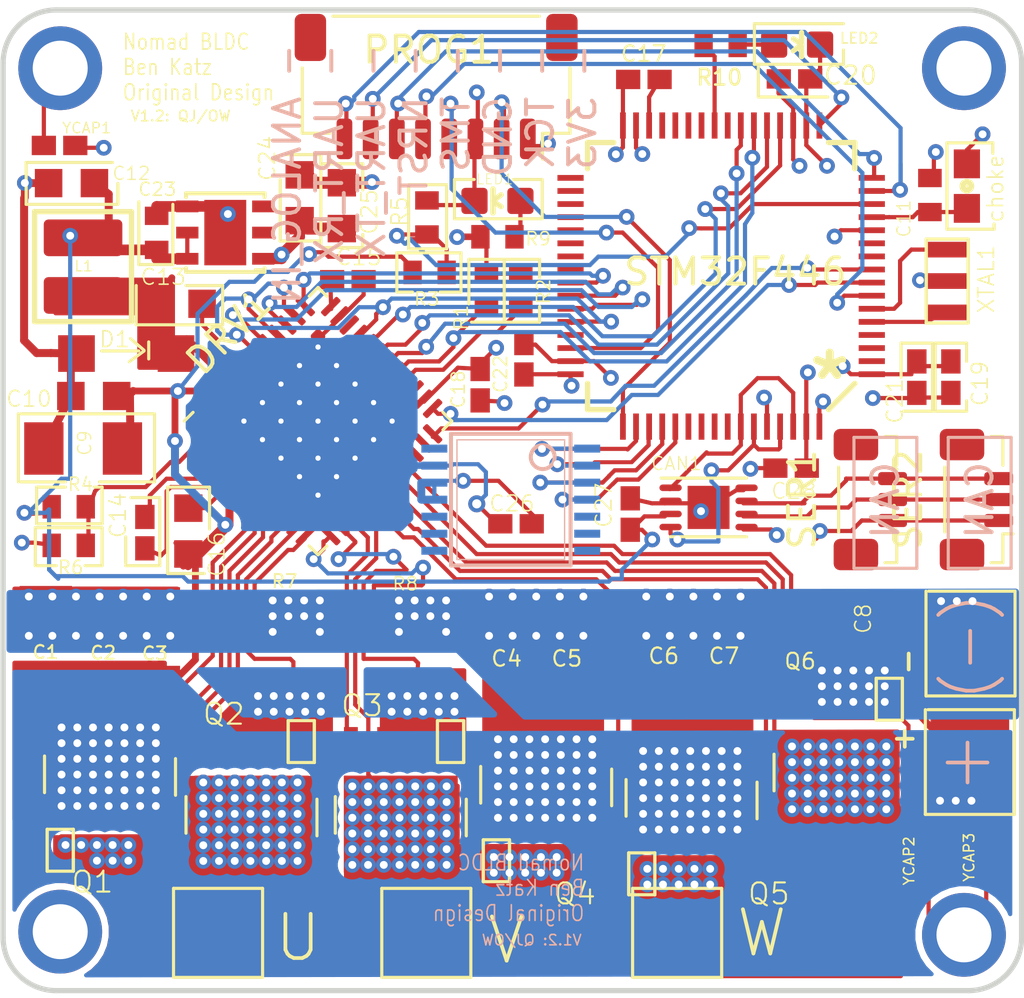
<source format=kicad_pcb>
(kicad_pcb (version 20171130) (host pcbnew "(5.1.2-1)-1")
  (layers (0 Top signal) (1 Route2 signal) (2 Route3 signal) (31 Bottom signal) (34 B.Paste user hide) (35 F.Paste user hide) (36 B.SilkS user hide) (37 F.SilkS user hide) (38 B.Mask user hide) (39 F.Mask user hide) (44 Edge.Cuts user))
  (net 0 "")
  (net 1 GND)
  (net 2 +24V)
  (net 3 N$5)
  (net 4 N$7)
  (net 5 /ENABLE)
  (net 6 /PWMA)
  (net 7 /PWMB)
  (net 8 /PWMC)
  (net 9 /SPI-NSS-DRV)
  (net 10 /SPI-SCK)
  (net 11 /SPI-MOSI)
  (net 12 /SPI-MISO)
  (net 13 /FAULT)
  (net 14 3.3V)
  (net 15 /I_A)
  (net 16 /I_B)
  (net 17 /GLC)
  (net 18 /PHASC)
  (net 19 /GHC)
  (net 20 /GHB)
  (net 21 /PHASB)
  (net 22 /GLB)
  (net 23 /SPB)
  (net 24 /SPA)
  (net 25 /GLA)
  (net 26 /PHASA)
  (net 27 /GHA)
  (net 28 +5V)
  (net 29 /CAN_TX)
  (net 30 /CAN_RX)
  (net 31 /TCK)
  (net 32 /SCK)
  (net 33 /MOSI)
  (net 34 /CS)
  (net 35 /MISO)
  (net 36 /TMS)
  (net 37 /USART_RX)
  (net 38 /INDICATOR)
  (net 39 /USART_TX)
  (net 40 /MCO)
  (net 41 /NRST)
  (net 42 "Net-(LED1-PadA)")
  (net 43 "Net-(LED2-PadA)")
  (net 44 /CANH)
  (net 45 /CANL)
  (net 46 /N$6)
  (net 47 /ALG_IN)
  (net 48 "Net-(C11-Pad1)")
  (net 49 "Net-(C13-Pad2)")
  (net 50 "Net-(C13-Pad1)")
  (net 51 "Net-(C14-Pad1)")
  (net 52 "Net-(DRV1-Pad1)")
  (net 53 "Net-(STM1-Pad6)")
  (net 54 "Net-(C14-Pad2)")
  (net 55 "Net-(C15-Pad1)")
  (net 56 "Net-(C16-Pad2)")
  (net 57 "Net-(C17-Pad2)")
  (net 58 "Net-(R3-Pad1)")
  (module Connector_JST:JST_SUR_BM03B-SURS-TF_1x03-1MP_P0.80mm_Vertical (layer Top) (at 194.475001 118.774999 90)
    (fp_text reference SER2 (at 0 -2.6 90) (layer F.SilkS))
    (fp_text value ?M03B-SRSS-TBS)
    (pad MP smd roundrect (at 2.1 -0.55 90) (size 1.2 1.7) (layers Top F.Paste F.Mask) (roundrect_rratio 0.208333))
    (pad MP smd roundrect (at -2.1 -0.55 90) (size 1.2 1.7) (layers Top F.Paste F.Mask) (roundrect_rratio 0.208333))
    (pad 3 smd roundrect (at 0.8 0.85 90) (size 0.5 1.1) (layers Top F.Paste F.Mask) (net 44 /CANH))
    (pad 2 smd roundrect (at 0 0.85 90) (size 0.5 1.1) (layers Top F.Paste F.Mask) (net 45 /CANL))
    (pad 1 smd roundrect (at -0.8 0.85 90) (size 0.5 1.1) (layers Top F.Paste F.Mask) (net 1 GND))
  )
  (module Connector_JST:JST_SUR_BM03B-SURS-TF_1x03-1MP_P0.80mm_Vertical (layer Top) (at 190.425001 118.774999 90)
    (fp_text reference SER1 (at 0 -2.6 90) (layer F.SilkS))
    (fp_text value ?M03B-SRSS-TBS)
    (pad MP smd roundrect (at 2.1 -0.55 90) (size 1.2 1.7) (layers Top F.Paste F.Mask) (roundrect_rratio 0.208333))
    (pad MP smd roundrect (at -2.1 -0.55 90) (size 1.2 1.7) (layers Top F.Paste F.Mask) (roundrect_rratio 0.208333))
    (pad 3 smd roundrect (at 0.8 0.85 90) (size 0.5 1.1) (layers Top F.Paste F.Mask) (net 44 /CANH))
    (pad 2 smd roundrect (at 0 0.85 90) (size 0.5 1.1) (layers Top F.Paste F.Mask) (net 45 /CANL))
    (pad 1 smd roundrect (at -0.8 0.85 90) (size 0.5 1.1) (layers Top F.Paste F.Mask) (net 1 GND))
  )
  (module Package_DFN_QFN:Texas_S-PVQFN-N48_EP5.15x5.15mm_Islands (layer Top) (at 169.3411 115.7786 45)
    (fp_text reference DRV1 (at 0 -4.82 45) (layer F.SilkS))
    (fp_text value DRV8323RH)
    (pad 49 thru_hole circle (at -2 -2 45) (size 0.5 0.5) (drill 0.2) (layers *.Cu) (net 1 GND))
    (pad 49 thru_hole circle (at -1 -2 45) (size 0.5 0.5) (drill 0.2) (layers *.Cu) (net 1 GND))
    (pad 49 thru_hole circle (at 0 -2 45) (size 0.5 0.5) (drill 0.2) (layers *.Cu) (net 1 GND))
    (pad 49 thru_hole circle (at 1 -2 45) (size 0.5 0.5) (drill 0.2) (layers *.Cu) (net 1 GND))
    (pad 49 thru_hole circle (at 2 -2 45) (size 0.5 0.5) (drill 0.2) (layers *.Cu) (net 1 GND))
    (pad 49 thru_hole circle (at -2 -1 45) (size 0.5 0.5) (drill 0.2) (layers *.Cu) (net 1 GND))
    (pad 49 thru_hole circle (at -1 -1 45) (size 0.5 0.5) (drill 0.2) (layers *.Cu) (net 1 GND))
    (pad 49 thru_hole circle (at 0 -1 45) (size 0.5 0.5) (drill 0.2) (layers *.Cu) (net 1 GND))
    (pad 49 thru_hole circle (at 1 -1 45) (size 0.5 0.5) (drill 0.2) (layers *.Cu) (net 1 GND))
    (pad 49 thru_hole circle (at 2 -1 45) (size 0.5 0.5) (drill 0.2) (layers *.Cu) (net 1 GND))
    (pad 49 thru_hole circle (at -2 0 45) (size 0.5 0.5) (drill 0.2) (layers *.Cu) (net 1 GND))
    (pad 49 thru_hole circle (at -1 0 45) (size 0.5 0.5) (drill 0.2) (layers *.Cu) (net 1 GND))
    (pad 49 thru_hole circle (at 0 0 45) (size 0.5 0.5) (drill 0.2) (layers *.Cu) (net 1 GND))
    (pad 49 thru_hole circle (at 1 0 45) (size 0.5 0.5) (drill 0.2) (layers *.Cu) (net 1 GND))
    (pad 49 thru_hole circle (at 2 0 45) (size 0.5 0.5) (drill 0.2) (layers *.Cu) (net 1 GND))
    (pad 49 thru_hole circle (at -2 1 45) (size 0.5 0.5) (drill 0.2) (layers *.Cu) (net 1 GND))
    (pad 49 thru_hole circle (at -1 1 45) (size 0.5 0.5) (drill 0.2) (layers *.Cu) (net 1 GND))
    (pad 49 thru_hole circle (at 0 1 45) (size 0.5 0.5) (drill 0.2) (layers *.Cu) (net 1 GND))
    (pad 49 thru_hole circle (at 1 1 45) (size 0.5 0.5) (drill 0.2) (layers *.Cu) (net 1 GND))
    (pad 49 thru_hole circle (at 2 1 45) (size 0.5 0.5) (drill 0.2) (layers *.Cu) (net 1 GND))
    (pad 49 thru_hole circle (at -2 2 45) (size 0.5 0.5) (drill 0.2) (layers *.Cu) (net 1 GND))
    (pad 49 thru_hole circle (at -1 2 45) (size 0.5 0.5) (drill 0.2) (layers *.Cu) (net 1 GND))
    (pad 49 thru_hole circle (at 0 2 45) (size 0.5 0.5) (drill 0.2) (layers *.Cu) (net 1 GND))
    (pad 49 thru_hole circle (at 1 2 45) (size 0.5 0.5) (drill 0.2) (layers *.Cu) (net 1 GND))
    (pad 49 thru_hole circle (at 2 2 45) (size 0.5 0.5) (drill 0.2) (layers *.Cu) (net 1 GND))
    (pad 49 smd custom (at -2.2875 -1.5 45) (size 0.371482 0.371482) (layers Top F.Paste) (net 1 GND) (options (clearance outline) (anchor circle)) (primitives (gr_poly (pts (xy -0.139692 -0.311015) (xy 0.063396 -0.311015) (xy 0.139692 -0.234719) (xy 0.139692 0.234719) (xy 0.063396 0.311015) (xy -0.139692 0.311015)) (width 0.184195))))
    (pad 49 smd custom (at -2.2875 -0.5 45) (size 0.371482 0.371482) (layers Top F.Paste) (net 1 GND) (options (clearance outline) (anchor circle)) (primitives (gr_poly (pts (xy -0.139692 -0.311015) (xy 0.063396 -0.311015) (xy 0.139692 -0.234719) (xy 0.139692 0.234719) (xy 0.063396 0.311015) (xy -0.139692 0.311015)) (width 0.184195))))
    (pad 49 smd custom (at -2.2875 0.5 45) (size 0.371482 0.371482) (layers Top F.Paste) (net 1 GND) (options (clearance outline) (anchor circle)) (primitives (gr_poly (pts (xy -0.139692 -0.311015) (xy 0.063396 -0.311015) (xy 0.139692 -0.234719) (xy 0.139692 0.234719) (xy 0.063396 0.311015) (xy -0.139692 0.311015)) (width 0.184195))))
    (pad 49 smd custom (at -2.2875 1.5 45) (size 0.371482 0.371482) (layers Top F.Paste) (net 1 GND) (options (clearance outline) (anchor circle)) (primitives (gr_poly (pts (xy -0.139692 -0.311015) (xy 0.063396 -0.311015) (xy 0.139692 -0.234719) (xy 0.139692 0.234719) (xy 0.063396 0.311015) (xy -0.139692 0.311015)) (width 0.184195))))
    (pad 49 smd custom (at 2.2875 -1.5 45) (size 0.371482 0.371482) (layers Top F.Paste) (net 1 GND) (options (clearance outline) (anchor circle)) (primitives (gr_poly (pts (xy -0.139692 -0.234719) (xy -0.063396 -0.311015) (xy 0.139692 -0.311015) (xy 0.139692 0.311015) (xy -0.063396 0.311015) (xy -0.139692 0.234719)) (width 0.184195))))
    (pad 49 smd custom (at 2.2875 -0.5 45) (size 0.371482 0.371482) (layers Top F.Paste) (net 1 GND) (options (clearance outline) (anchor circle)) (primitives (gr_poly (pts (xy -0.139692 -0.234719) (xy -0.063396 -0.311015) (xy 0.139692 -0.311015) (xy 0.139692 0.311015) (xy -0.063396 0.311015) (xy -0.139692 0.234719)) (width 0.184195))))
    (pad 49 smd custom (at 2.2875 0.5 45) (size 0.371482 0.371482) (layers Top F.Paste) (net 1 GND) (options (clearance outline) (anchor circle)) (primitives (gr_poly (pts (xy -0.139692 -0.234719) (xy -0.063396 -0.311015) (xy 0.139692 -0.311015) (xy 0.139692 0.311015) (xy -0.063396 0.311015) (xy -0.139692 0.234719)) (width 0.184195))))
    (pad 49 smd custom (at 2.2875 1.5 45) (size 0.371482 0.371482) (layers Top F.Paste) (net 1 GND) (options (clearance outline) (anchor circle)) (primitives (gr_poly (pts (xy -0.139692 -0.234719) (xy -0.063396 -0.311015) (xy 0.139692 -0.311015) (xy 0.139692 0.311015) (xy -0.063396 0.311015) (xy -0.139692 0.234719)) (width 0.184195))))
    (pad 49 smd custom (at -1.5 -2.2875 45) (size 0.371482 0.371482) (layers Top F.Paste) (net 1 GND) (options (clearance outline) (anchor circle)) (primitives (gr_poly (pts (xy -0.311015 -0.139692) (xy 0.311015 -0.139692) (xy 0.311015 0.063396) (xy 0.234719 0.139692) (xy -0.234719 0.139692) (xy -0.311015 0.063396)) (width 0.184195))))
    (pad 49 smd custom (at -0.5 -2.2875 45) (size 0.371482 0.371482) (layers Top F.Paste) (net 1 GND) (options (clearance outline) (anchor circle)) (primitives (gr_poly (pts (xy -0.311015 -0.139692) (xy 0.311015 -0.139692) (xy 0.311015 0.063396) (xy 0.234719 0.139692) (xy -0.234719 0.139692) (xy -0.311015 0.063396)) (width 0.184195))))
    (pad 49 smd custom (at 0.5 -2.2875 45) (size 0.371482 0.371482) (layers Top F.Paste) (net 1 GND) (options (clearance outline) (anchor circle)) (primitives (gr_poly (pts (xy -0.311015 -0.139692) (xy 0.311015 -0.139692) (xy 0.311015 0.063396) (xy 0.234719 0.139692) (xy -0.234719 0.139692) (xy -0.311015 0.063396)) (width 0.184195))))
    (pad 49 smd custom (at 1.5 -2.2875 45) (size 0.371482 0.371482) (layers Top F.Paste) (net 1 GND) (options (clearance outline) (anchor circle)) (primitives (gr_poly (pts (xy -0.311015 -0.139692) (xy 0.311015 -0.139692) (xy 0.311015 0.063396) (xy 0.234719 0.139692) (xy -0.234719 0.139692) (xy -0.311015 0.063396)) (width 0.184195))))
    (pad 49 smd custom (at -1.5 2.2875 45) (size 0.371482 0.371482) (layers Top F.Paste) (net 1 GND) (options (clearance outline) (anchor circle)) (primitives (gr_poly (pts (xy -0.311015 -0.063396) (xy -0.234719 -0.139692) (xy 0.234719 -0.139692) (xy 0.311015 -0.063396) (xy 0.311015 0.139692) (xy -0.311015 0.139692)) (width 0.184195))))
    (pad 49 smd custom (at -0.5 2.2875 45) (size 0.371482 0.371482) (layers Top F.Paste) (net 1 GND) (options (clearance outline) (anchor circle)) (primitives (gr_poly (pts (xy -0.311015 -0.063396) (xy -0.234719 -0.139692) (xy 0.234719 -0.139692) (xy 0.311015 -0.063396) (xy 0.311015 0.139692) (xy -0.311015 0.139692)) (width 0.184195))))
    (pad 49 smd custom (at 0.5 2.2875 45) (size 0.371482 0.371482) (layers Top F.Paste) (net 1 GND) (options (clearance outline) (anchor circle)) (primitives (gr_poly (pts (xy -0.311015 -0.063396) (xy -0.234719 -0.139692) (xy 0.234719 -0.139692) (xy 0.311015 -0.063396) (xy 0.311015 0.139692) (xy -0.311015 0.139692)) (width 0.184195))))
    (pad 49 smd custom (at 1.5 2.2875 45) (size 0.371482 0.371482) (layers Top F.Paste) (net 1 GND) (options (clearance outline) (anchor circle)) (primitives (gr_poly (pts (xy -0.311015 -0.063396) (xy -0.234719 -0.139692) (xy 0.234719 -0.139692) (xy 0.311015 -0.063396) (xy 0.311015 0.139692) (xy -0.311015 0.139692)) (width 0.184195))))
    (pad 49 smd custom (at -2.2875 -2.2875 45) (size 0.342366 0.342366) (layers Top F.Paste) (net 1 GND) (options (clearance outline) (anchor circle)) (primitives (gr_poly (pts (xy -0.115895 -0.115895) (xy 0.115895 -0.115895) (xy 0.115895 0.012362) (xy 0.012362 0.115895) (xy -0.115895 0.115895)) (width 0.23179))))
    (pad 49 smd custom (at -2.2875 2.2875 45) (size 0.342366 0.342366) (layers Top F.Paste) (net 1 GND) (options (clearance outline) (anchor circle)) (primitives (gr_poly (pts (xy -0.115895 -0.115895) (xy 0.012362 -0.115895) (xy 0.115895 -0.012362) (xy 0.115895 0.115895) (xy -0.115895 0.115895)) (width 0.23179))))
    (pad 49 smd custom (at 2.2875 -2.2875 45) (size 0.342366 0.342366) (layers Top F.Paste) (net 1 GND) (options (clearance outline) (anchor circle)) (primitives (gr_poly (pts (xy -0.115895 -0.115895) (xy 0.115895 -0.115895) (xy 0.115895 0.115895) (xy -0.012362 0.115895) (xy -0.115895 0.012362)) (width 0.23179))))
    (pad 49 smd custom (at 2.2875 2.2875 45) (size 0.342366 0.342366) (layers Top F.Paste) (net 1 GND) (options (clearance outline) (anchor circle)) (primitives (gr_poly (pts (xy -0.115895 -0.012362) (xy -0.012362 -0.115895) (xy 0.115895 -0.115895) (xy 0.115895 0.115895) (xy -0.115895 0.115895)) (width 0.23179))))
    (pad 1 smd roundrect (at -3.4375 -2.75 45) (size 0.875 0.25) (layers Top F.Paste F.Mask) (net 52 "Net-(DRV1-Pad1)"))
    (pad 2 smd roundrect (at -3.4375 -2.25 45) (size 0.875 0.25) (layers Top F.Paste F.Mask) (net 1 GND))
    (pad 3 smd roundrect (at -3.4375 -1.75 45) (size 0.875 0.25) (layers Top F.Paste F.Mask) (net 54 "Net-(C14-Pad2)"))
    (pad 4 smd roundrect (at -3.4375 -1.25 45) (size 0.875 0.25) (layers Top F.Paste F.Mask) (net 51 "Net-(C14-Pad1)"))
    (pad 5 smd roundrect (at -3.4375 -0.75 45) (size 0.875 0.25) (layers Top F.Paste F.Mask) (net 56 "Net-(C16-Pad2)"))
    (pad 6 smd roundrect (at -3.4375 -0.25 45) (size 0.875 0.25) (layers Top F.Paste F.Mask) (net 2 +24V))
    (pad 7 smd roundrect (at -3.4375 0.25 45) (size 0.875 0.25) (layers Top F.Paste F.Mask) (net 2 +24V))
    (pad 8 smd roundrect (at -3.4375 0.75 45) (size 0.875 0.25) (layers Top F.Paste F.Mask) (net 27 /GHA))
    (pad 9 smd roundrect (at -3.4375 1.25 45) (size 0.875 0.25) (layers Top F.Paste F.Mask) (net 26 /PHASA))
    (pad 10 smd roundrect (at -3.4375 1.75 45) (size 0.875 0.25) (layers Top F.Paste F.Mask) (net 25 /GLA))
    (pad 11 smd roundrect (at -3.4375 2.25 45) (size 0.875 0.25) (layers Top F.Paste F.Mask) (net 24 /SPA))
    (pad 12 smd roundrect (at -3.4375 2.75 45) (size 0.875 0.25) (layers Top F.Paste F.Mask) (net 1 GND))
    (pad 13 smd roundrect (at -2.75 3.4375 45) (size 0.25 0.875) (layers Top F.Paste F.Mask) (net 1 GND))
    (pad 14 smd roundrect (at -2.25 3.4375 45) (size 0.25 0.875) (layers Top F.Paste F.Mask) (net 23 /SPB))
    (pad 15 smd roundrect (at -1.75 3.4375 45) (size 0.25 0.875) (layers Top F.Paste F.Mask) (net 22 /GLB))
    (pad 16 smd roundrect (at -1.25 3.4375 45) (size 0.25 0.875) (layers Top F.Paste F.Mask) (net 21 /PHASB))
    (pad 17 smd roundrect (at -0.75 3.4375 45) (size 0.25 0.875) (layers Top F.Paste F.Mask) (net 20 /GHB))
    (pad 18 smd roundrect (at -0.25 3.4375 45) (size 0.25 0.875) (layers Top F.Paste F.Mask) (net 19 /GHC))
    (pad 19 smd roundrect (at 0.25 3.4375 45) (size 0.25 0.875) (layers Top F.Paste F.Mask) (net 18 /PHASC))
    (pad 20 smd roundrect (at 0.75 3.4375 45) (size 0.25 0.875) (layers Top F.Paste F.Mask) (net 17 /GLC))
    (pad 21 smd roundrect (at 1.25 3.4375 45) (size 0.25 0.875) (layers Top F.Paste F.Mask) (net 1 GND))
    (pad 22 smd roundrect (at 1.75 3.4375 45) (size 0.25 0.875) (layers Top F.Paste F.Mask) (net 1 GND))
    (pad 23 smd roundrect (at 2.25 3.4375 45) (size 0.25 0.875) (layers Top F.Paste F.Mask))
    (pad 24 smd roundrect (at 2.75 3.4375 45) (size 0.25 0.875) (layers Top F.Paste F.Mask) (net 16 /I_B))
    (pad 25 smd roundrect (at 3.4375 2.75 45) (size 0.875 0.25) (layers Top F.Paste F.Mask) (net 15 /I_A))
    (pad 26 smd roundrect (at 3.4375 2.25 45) (size 0.875 0.25) (layers Top F.Paste F.Mask) (net 14 3.3V))
    (pad 27 smd roundrect (at 3.4375 1.75 45) (size 0.875 0.25) (layers Top F.Paste F.Mask) (net 1 GND))
    (pad 28 smd roundrect (at 3.4375 1.25 45) (size 0.875 0.25) (layers Top F.Paste F.Mask) (net 13 /FAULT))
    (pad 29 smd roundrect (at 3.4375 0.75 45) (size 0.875 0.25) (layers Top F.Paste F.Mask) (net 12 /SPI-MISO))
    (pad 30 smd roundrect (at 3.4375 0.25 45) (size 0.875 0.25) (layers Top F.Paste F.Mask) (net 11 /SPI-MOSI))
    (pad 31 smd roundrect (at 3.4375 -0.25 45) (size 0.875 0.25) (layers Top F.Paste F.Mask) (net 10 /SPI-SCK))
    (pad 32 smd roundrect (at 3.4375 -0.75 45) (size 0.875 0.25) (layers Top F.Paste F.Mask) (net 9 /SPI-NSS-DRV))
    (pad 33 smd roundrect (at 3.4375 -1.25 45) (size 0.875 0.25) (layers Top F.Paste F.Mask) (net 5 /ENABLE))
    (pad 34 smd roundrect (at 3.4375 -1.75 45) (size 0.875 0.25) (layers Top F.Paste F.Mask))
    (pad 35 smd roundrect (at 3.4375 -2.25 45) (size 0.875 0.25) (layers Top F.Paste F.Mask) (net 1 GND))
    (pad 36 smd roundrect (at 3.4375 -2.75 45) (size 0.875 0.25) (layers Top F.Paste F.Mask) (net 55 "Net-(C15-Pad1)"))
    (pad 37 smd roundrect (at 2.75 -3.4375 45) (size 0.25 0.875) (layers Top F.Paste F.Mask) (net 8 /PWMC))
    (pad 38 smd roundrect (at 2.25 -3.4375 45) (size 0.25 0.875) (layers Top F.Paste F.Mask) (net 5 /ENABLE))
    (pad 39 smd roundrect (at 1.75 -3.4375 45) (size 0.25 0.875) (layers Top F.Paste F.Mask) (net 7 /PWMB))
    (pad 40 smd roundrect (at 1.25 -3.4375 45) (size 0.25 0.875) (layers Top F.Paste F.Mask) (net 5 /ENABLE))
    (pad 41 smd roundrect (at 0.75 -3.4375 45) (size 0.25 0.875) (layers Top F.Paste F.Mask) (net 6 /PWMA))
    (pad 42 smd roundrect (at 0.25 -3.4375 45) (size 0.25 0.875) (layers Top F.Paste F.Mask) (net 5 /ENABLE))
    (pad 43 smd roundrect (at -0.25 -3.4375 45) (size 0.25 0.875) (layers Top F.Paste F.Mask) (net 1 GND))
    (pad 44 smd roundrect (at -0.75 -3.4375 45) (size 0.25 0.875) (layers Top F.Paste F.Mask) (net 49 "Net-(C13-Pad2)"))
    (pad 45 smd roundrect (at -1.25 -3.4375 45) (size 0.25 0.875) (layers Top F.Paste F.Mask) (net 50 "Net-(C13-Pad1)"))
    (pad 46 smd roundrect (at -1.75 -3.4375 45) (size 0.25 0.875) (layers Top F.Paste F.Mask))
    (pad 47 smd roundrect (at -2.25 -3.4375 45) (size 0.25 0.875) (layers Top F.Paste F.Mask) (net 2 +24V))
    (pad 48 smd roundrect (at -2.75 -3.4375 45) (size 0.25 0.875) (layers Top F.Paste F.Mask))
    (pad 49 smd roundrect (at -1.5 -1.5 45) (size 0.806226 0.806226) (layers Top F.Paste) (net 1 GND))
    (pad 49 smd roundrect (at -0.5 -1.5 45) (size 0.806226 0.806226) (layers Top F.Paste) (net 1 GND))
    (pad 49 smd roundrect (at 0.5 -1.5 45) (size 0.806226 0.806226) (layers Top F.Paste) (net 1 GND))
    (pad 49 smd roundrect (at 1.5 -1.5 45) (size 0.806226 0.806226) (layers Top F.Paste) (net 1 GND))
    (pad 49 smd roundrect (at -1.5 -0.5 45) (size 0.806226 0.806226) (layers Top F.Paste) (net 1 GND))
    (pad 49 smd roundrect (at -0.5 -0.5 45) (size 0.806226 0.806226) (layers Top F.Paste) (net 1 GND))
    (pad 49 smd roundrect (at 0.5 -0.5 45) (size 0.806226 0.806226) (layers Top F.Paste) (net 1 GND))
    (pad 49 smd roundrect (at 1.5 -0.5 45) (size 0.806226 0.806226) (layers Top F.Paste) (net 1 GND))
    (pad 49 smd roundrect (at -1.5 0.5 45) (size 0.806226 0.806226) (layers Top F.Paste) (net 1 GND))
    (pad 49 smd roundrect (at -0.5 0.5 45) (size 0.806226 0.806226) (layers Top F.Paste) (net 1 GND))
    (pad 49 smd roundrect (at 0.5 0.5 45) (size 0.806226 0.806226) (layers Top F.Paste) (net 1 GND))
    (pad 49 smd roundrect (at 1.5 0.5 45) (size 0.806226 0.806226) (layers Top F.Paste) (net 1 GND))
    (pad 49 smd roundrect (at -1.5 1.5 45) (size 0.806226 0.806226) (layers Top F.Paste) (net 1 GND))
    (pad 49 smd roundrect (at -0.5 1.5 45) (size 0.806226 0.806226) (layers Top F.Paste) (net 1 GND))
    (pad 49 smd roundrect (at 0.5 1.5 45) (size 0.806226 0.806226) (layers Top F.Paste) (net 1 GND))
    (pad 49 smd roundrect (at 1.5 1.5 45) (size 0.806226 0.806226) (layers Top F.Paste) (net 1 GND))
  )
  (module HKCV4:C0603K (layer Top) (at 170.25 107.55 90)
    (fp_text reference C25 (at -1.15 1.4 90) (layer F.SilkS) (effects (font (size 0.6 0.6) (thickness 0.06)) (justify left bottom)))
    (fp_text value 22uf)
    (pad 2 smd rect (at 0.875 0 90) (size 1.05 1.08) (layers Top F.Paste F.Mask) (net 1 GND))
    (pad 1 smd rect (at -0.875 0 90) (size 1.05 1.08) (layers Top F.Paste F.Mask) (net 14 3.3V))
  )
  (module HKCV4:TRANS_TPH5900CNH,L1Q (layer Top) (at 189.25 129.2 270)
    (fp_text reference Q6 (at -4.6 0.85) (layer F.SilkS) (effects (font (size 0.6 0.6) (thickness 0.08)) (justify right top)))
    (fp_text value TPH)
    (pad 8 smd rect (at 2.69 -1.905 270) (size 1.33 0.53) (layers Top F.Paste F.Mask) (net 18 /PHASC))
    (pad 7 smd rect (at 2.69 -0.635 270) (size 1.33 0.53) (layers Top F.Paste F.Mask) (net 18 /PHASC))
    (pad 6 smd rect (at 2.69 0.635 270) (size 1.33 0.53) (layers Top F.Paste F.Mask) (net 18 /PHASC))
    (pad 5 smd rect (at 2.69 1.905 270) (size 1.33 0.53) (layers Top F.Paste F.Mask) (net 18 /PHASC))
    (pad EP smd rect (at 0.35 0 270) (size 3.7 4.35) (layers Top F.Mask) (net 18 /PHASC))
    (pad 4 smd rect (at -2.79 1.905 270) (size 1.13 0.53) (layers Top F.Paste F.Mask) (net 17 /GLC))
    (pad 3 smd rect (at -2.79 0.635 270) (size 1.13 0.53) (layers Top F.Paste F.Mask) (net 1 GND))
    (pad 2 smd rect (at -2.79 -0.635 270) (size 1.13 0.53) (layers Top F.Paste F.Mask) (net 1 GND))
    (pad 1 smd rect (at -2.79 -1.905 270) (size 1.13 0.53) (layers Top F.Paste F.Mask) (net 1 GND))
  )
  (module HKCV4:TRANS_TPH5900CNH,L1Q (layer Top) (at 183.6011 130.2686 90)
    (fp_text reference Q5 (at -4.0314 2.0989 180) (layer F.SilkS) (effects (font (size 0.8 0.8) (thickness 0.080234)) (justify left bottom)))
    (fp_text value TPH)
    (pad 8 smd rect (at 2.69 -1.905 90) (size 1.33 0.53) (layers Top F.Paste F.Mask) (net 2 +24V))
    (pad 7 smd rect (at 2.69 -0.635 90) (size 1.33 0.53) (layers Top F.Paste F.Mask) (net 2 +24V))
    (pad 6 smd rect (at 2.69 0.635 90) (size 1.33 0.53) (layers Top F.Paste F.Mask) (net 2 +24V))
    (pad 5 smd rect (at 2.69 1.905 90) (size 1.33 0.53) (layers Top F.Paste F.Mask) (net 2 +24V))
    (pad EP smd rect (at 0.35 0 90) (size 3.7 4.35) (layers Top F.Mask) (net 2 +24V))
    (pad 4 smd rect (at -2.79 1.905 90) (size 1.13 0.53) (layers Top F.Paste F.Mask) (net 19 /GHC))
    (pad 3 smd rect (at -2.79 0.635 90) (size 1.13 0.53) (layers Top F.Paste F.Mask) (net 18 /PHASC))
    (pad 2 smd rect (at -2.79 -0.635 90) (size 1.13 0.53) (layers Top F.Paste F.Mask) (net 18 /PHASC))
    (pad 1 smd rect (at -2.79 -1.905 90) (size 1.13 0.53) (layers Top F.Paste F.Mask) (net 18 /PHASC))
  )
  (module HKCV4:TRANS_TPH5900CNH,L1Q (layer Top) (at 178.0511 129.7686 90)
    (fp_text reference Q4 (at -4.5314 0.2489 180) (layer F.SilkS) (effects (font (size 0.8 0.8) (thickness 0.080234)) (justify left bottom)))
    (fp_text value TPH)
    (pad 8 smd rect (at 2.69 -1.905 90) (size 1.33 0.53) (layers Top F.Paste F.Mask) (net 2 +24V))
    (pad 7 smd rect (at 2.69 -0.635 90) (size 1.33 0.53) (layers Top F.Paste F.Mask) (net 2 +24V))
    (pad 6 smd rect (at 2.69 0.635 90) (size 1.33 0.53) (layers Top F.Paste F.Mask) (net 2 +24V))
    (pad 5 smd rect (at 2.69 1.905 90) (size 1.33 0.53) (layers Top F.Paste F.Mask) (net 2 +24V))
    (pad EP smd rect (at 0.35 0 90) (size 3.7 4.35) (layers Top F.Mask) (net 2 +24V))
    (pad 4 smd rect (at -2.79 1.905 90) (size 1.13 0.53) (layers Top F.Paste F.Mask) (net 20 /GHB))
    (pad 3 smd rect (at -2.79 0.635 90) (size 1.13 0.53) (layers Top F.Paste F.Mask) (net 21 /PHASB))
    (pad 2 smd rect (at -2.79 -0.635 90) (size 1.13 0.53) (layers Top F.Paste F.Mask) (net 21 /PHASB))
    (pad 1 smd rect (at -2.79 -1.905 90) (size 1.13 0.53) (layers Top F.Paste F.Mask) (net 21 /PHASB))
  )
  (module HKCV4:TRANS_TPH5900CNH,L1Q (layer Top) (at 172.5011 130.8186 270)
    (fp_text reference Q3 (at -4.6436 0.6261) (layer F.SilkS) (effects (font (size 0.8 0.8) (thickness 0.080234)) (justify right top)))
    (fp_text value TPH)
    (pad 8 smd rect (at 2.69 -1.905 270) (size 1.33 0.53) (layers Top F.Paste F.Mask) (net 21 /PHASB))
    (pad 7 smd rect (at 2.69 -0.635 270) (size 1.33 0.53) (layers Top F.Paste F.Mask) (net 21 /PHASB))
    (pad 6 smd rect (at 2.69 0.635 270) (size 1.33 0.53) (layers Top F.Paste F.Mask) (net 21 /PHASB))
    (pad 5 smd rect (at 2.69 1.905 270) (size 1.33 0.53) (layers Top F.Paste F.Mask) (net 21 /PHASB))
    (pad EP smd rect (at 0.35 0 270) (size 3.7 4.35) (layers Top F.Mask) (net 21 /PHASB))
    (pad 4 smd rect (at -2.79 1.905 270) (size 1.13 0.53) (layers Top F.Paste F.Mask) (net 22 /GLB))
    (pad 3 smd rect (at -2.79 0.635 270) (size 1.13 0.53) (layers Top F.Paste F.Mask) (net 23 /SPB))
    (pad 2 smd rect (at -2.79 -0.635 270) (size 1.13 0.53) (layers Top F.Paste F.Mask) (net 23 /SPB))
    (pad 1 smd rect (at -2.79 -1.905 270) (size 1.13 0.53) (layers Top F.Paste F.Mask) (net 23 /SPB))
  )
  (module HKCV4:TRANS_TPH5900CNH,L1Q (layer Top) (at 166.8011 130.8186 270)
    (fp_text reference Q2 (at -4.3186 0.2011) (layer F.SilkS) (effects (font (size 0.8 0.8) (thickness 0.080234)) (justify right top)))
    (fp_text value TPH hide)
    (pad 8 smd rect (at 2.69 -1.905 270) (size 1.33 0.53) (layers Top F.Paste F.Mask) (net 26 /PHASA))
    (pad 7 smd rect (at 2.69 -0.635 270) (size 1.33 0.53) (layers Top F.Paste F.Mask) (net 26 /PHASA))
    (pad 6 smd rect (at 2.69 0.635 270) (size 1.33 0.53) (layers Top F.Paste F.Mask) (net 26 /PHASA))
    (pad 5 smd rect (at 2.69 1.905 270) (size 1.33 0.53) (layers Top F.Paste F.Mask) (net 26 /PHASA))
    (pad EP smd rect (at 0.35 0 270) (size 3.7 4.35) (layers Top F.Mask) (net 26 /PHASA))
    (pad 4 smd rect (at -2.79 1.905 270) (size 1.13 0.53) (layers Top F.Paste F.Mask) (net 25 /GLA))
    (pad 3 smd rect (at -2.79 0.635 270) (size 1.13 0.53) (layers Top F.Paste F.Mask) (net 24 /SPA))
    (pad 2 smd rect (at -2.79 -0.635 270) (size 1.13 0.53) (layers Top F.Paste F.Mask) (net 24 /SPA))
    (pad 1 smd rect (at -2.79 -1.905 270) (size 1.13 0.53) (layers Top F.Paste F.Mask) (net 24 /SPA))
  )
  (module HKCV4:TRANS_TPH5900CNH,L1Q (layer Top) (at 161.4011 129.3686 90)
    (fp_text reference Q1 (at -4.4814 -1.5261 180) (layer F.SilkS) (effects (font (size 0.8 0.8) (thickness 0.080234)) (justify left bottom)))
    (fp_text value TPH hide)
    (pad 8 smd rect (at 2.69 -1.905 90) (size 1.33 0.53) (layers Top F.Paste F.Mask) (net 2 +24V))
    (pad 7 smd rect (at 2.69 -0.635 90) (size 1.33 0.53) (layers Top F.Paste F.Mask) (net 2 +24V))
    (pad 6 smd rect (at 2.69 0.635 90) (size 1.33 0.53) (layers Top F.Paste F.Mask) (net 2 +24V))
    (pad 5 smd rect (at 2.69 1.905 90) (size 1.33 0.53) (layers Top F.Paste F.Mask) (net 2 +24V))
    (pad EP smd rect (at 0.35 0 90) (size 3.7 4.35) (layers Top F.Mask) (net 2 +24V))
    (pad 4 smd rect (at -2.79 1.905 90) (size 1.13 0.53) (layers Top F.Paste F.Mask) (net 27 /GHA))
    (pad 3 smd rect (at -2.79 0.635 90) (size 1.13 0.53) (layers Top F.Paste F.Mask) (net 26 /PHASA))
    (pad 2 smd rect (at -2.79 -0.635 90) (size 1.13 0.53) (layers Top F.Paste F.Mask) (net 26 /PHASA))
    (pad 1 smd rect (at -2.79 -1.905 90) (size 1.13 0.53) (layers Top F.Paste F.Mask) (net 26 /PHASA))
  )
  (module TestPoint:TestPoint_Pad_3.0x3.5mm (layer Top) (at 194.25 125.175 90)
    (fp_text reference U$2 hide)
    (fp_text value 18_AWG_PAD)
    (pad 1 smd rect (at 0.9 0 90) (size 3.5 3) (layers Top F.Mask) (net 1 GND))
  )
  (module TestPoint:TestPoint_Pad_3.0x3.5mm (layer Top) (at 194.225 129.7 90)
    (fp_text reference U$1 hide)
    (fp_text value 18_AWG_PAD)
    (pad 1 smd rect (at 0.9 0 90) (size 3.5 3) (layers Top F.Mask) (net 2 +24V))
  )
  (module HKCV4:SDR0302 (layer Top) (at 160.3711 109.8786)
    (fp_text reference L1 (at -0.3625 0.2132) (layer F.SilkS) (effects (font (size 0.4 0.4) (thickness 0.05)) (justify left bottom)))
    (fp_text value 22uH)
    (pad 2 smd roundrect (at 0 1.1) (size 3 1.4) (layers Top F.Paste F.Mask) (roundrect_rratio 0.125) (net 50 "Net-(C13-Pad1)"))
    (pad 1 smd roundrect (at 0 -1.1) (size 3 1.4) (layers Top F.Paste F.Mask) (roundrect_rratio 0.125) (net 28 +5V))
  )
  (module HKCV4:C0603K (layer Top) (at 160.7811 114.8186 180)
    (fp_text reference C10 (at 1.56498 0.24116 180) (layer F.SilkS) (effects (font (size 0.6 0.6) (thickness 0.06)) (justify right top)))
    (fp_text value "0.1uF, 50v")
    (pad 2 smd rect (at 0.875 0 180) (size 1.05 1.08) (layers Top F.Paste F.Mask) (net 1 GND))
    (pad 1 smd rect (at -0.875 0 180) (size 1.05 1.08) (layers Top F.Paste F.Mask) (net 2 +24V))
  )
  (module HKCV4:C0603K (layer Top) (at 159.9311 106.6886 180)
    (fp_text reference C12 (at -3.0439 0.6636 180) (layer F.SilkS) (effects (font (size 0.5 0.5) (thickness 0.05)) (justify right top)))
    (fp_text value 22uF)
    (pad 2 smd rect (at 0.875 0 180) (size 1.05 1.08) (layers Top F.Paste F.Mask) (net 1 GND))
    (pad 1 smd rect (at -0.875 0 180) (size 1.05 1.08) (layers Top F.Paste F.Mask) (net 28 +5V))
  )
  (module HKCV4:R0402 (layer Top) (at 159.825 119.05 180)
    (fp_text reference R4 (at -0.975 1.15 180) (layer F.SilkS) (effects (font (size 0.5 0.5) (thickness 0.06)) (justify right top)))
    (fp_text value 54.9k)
    (pad 2 smd rect (at 0.65 0 180) (size 0.7 0.9) (layers Top F.Paste F.Mask) (net 28 +5V))
    (pad 1 smd rect (at -0.65 0 180) (size 0.7 0.9) (layers Top F.Paste F.Mask) (net 52 "Net-(DRV1-Pad1)"))
  )
  (module HKCV4:R0402 (layer Top) (at 159.825 120.525)
    (fp_text reference R6 (at -0.45314 1.1362) (layer F.SilkS) (effects (font (size 0.5 0.5) (thickness 0.06)) (justify left bottom)))
    (fp_text value 10k)
    (pad 2 smd rect (at 0.65 0) (size 0.7 0.9) (layers Top F.Paste F.Mask) (net 52 "Net-(DRV1-Pad1)"))
    (pad 1 smd rect (at -0.65 0) (size 0.7 0.9) (layers Top F.Paste F.Mask) (net 1 GND))
  )
  (module HKCV4:C0603K (layer Top) (at 164.0411 111.2986)
    (fp_text reference C13 (at -1.5179 -0.6734) (layer F.SilkS) (effects (font (size 0.6 0.6) (thickness 0.06)) (justify left bottom)))
    (fp_text value "0.1uF, 50v")
    (pad 2 smd rect (at 0.875 0) (size 1.05 1.08) (layers Top F.Paste F.Mask) (net 49 "Net-(C13-Pad2)"))
    (pad 1 smd rect (at -0.875 0) (size 1.05 1.08) (layers Top F.Paste F.Mask) (net 50 "Net-(C13-Pad1)"))
  )
  (module HKCV4:C0402K (layer Top) (at 162.7311 120.0386 90)
    (fp_text reference C14 (at -0.25384 -0.67526 90) (layer F.SilkS) (effects (font (size 0.6 0.6) (thickness 0.06)) (justify left bottom)))
    (fp_text value "47nF, 50v")
    (pad 2 smd rect (at 0.6 0 90) (size 0.925 0.74) (layers Top F.Paste F.Mask) (net 54 "Net-(C14-Pad2)"))
    (pad 1 smd rect (at -0.6 0 90) (size 0.925 0.74) (layers Top F.Paste F.Mask) (net 51 "Net-(C14-Pad1)"))
  )
  (module HKCV4:C0603K (layer Top) (at 164.3911 119.9786 90)
    (fp_text reference C16 (at -1.7964 1.4339 90) (layer F.SilkS) (effects (font (size 0.6 0.6) (thickness 0.06)) (justify left bottom)))
    (fp_text value "1uF, 50v")
    (pad 2 smd rect (at 0.875 0 90) (size 1.05 1.08) (layers Top F.Paste F.Mask) (net 56 "Net-(C16-Pad2)"))
    (pad 1 smd rect (at -0.875 0 90) (size 1.05 1.08) (layers Top F.Paste F.Mask) (net 2 +24V))
  )
  (module HKCV4:C0402K (layer Top) (at 170.4811 110.3786)
    (fp_text reference C15 (at -0.49538 -0.50524) (layer F.SilkS) (effects (font (size 0.6 0.6) (thickness 0.06)) (justify left bottom)))
    (fp_text value 1uF)
    (pad 2 smd rect (at 0.6 0) (size 0.925 0.74) (layers Top F.Paste F.Mask) (net 1 GND))
    (pad 1 smd rect (at -0.6 0) (size 0.925 0.74) (layers Top F.Paste F.Mask) (net 55 "Net-(C15-Pad1)"))
  )
  (module HKCV4:R0402 (layer Top) (at 175.7711 110.7986 270)
    (fp_text reference R1 (at 0.5014 0.6711 90) (layer F.SilkS) (effects (font (size 0.5 0.5) (thickness 0.06)) (justify right bottom)))
    (fp_text value 10k)
    (pad 2 smd rect (at 0.65 0 270) (size 0.7 0.9) (layers Top F.Paste F.Mask) (net 12 /SPI-MISO))
    (pad 1 smd rect (at -0.65 0 270) (size 0.7 0.9) (layers Top F.Paste F.Mask) (net 14 3.3V))
  )
  (module HKCV4:R0402 (layer Top) (at 177.0811 110.7986 90)
    (fp_text reference R2 (at -0.55812 1.1647 90) (layer F.SilkS) (effects (font (size 0.5 0.5) (thickness 0.06)) (justify left bottom)))
    (fp_text value 10k)
    (pad 2 smd rect (at 0.65 0 90) (size 0.7 0.9) (layers Top F.Paste F.Mask) (net 14 3.3V))
    (pad 1 smd rect (at -0.65 0 90) (size 0.7 0.9) (layers Top F.Paste F.Mask) (net 13 /FAULT))
  )
  (module HKCV4:C0402K (layer Top) (at 175.5311 114.3886 270)
    (fp_text reference C18 (at -0.5886 1.1311 270) (layer F.SilkS) (effects (font (size 0.5 0.5) (thickness 0.06)) (justify right top)))
    (fp_text value 100nF)
    (pad 2 smd rect (at 0.6 0 270) (size 0.925 0.74) (layers Top F.Paste F.Mask) (net 1 GND))
    (pad 1 smd rect (at -0.6 0 270) (size 0.925 0.74) (layers Top F.Paste F.Mask) (net 14 3.3V))
  )
  (module HKCV4:TQFP64 (layer Top) (at 184.7311 110.2386 90)
    (fp_text reference STM1 hide)
    (fp_text value STM32F446RET6)
    (pad 58 smd rect (at -5.75 0.75) (size 0.22 1) (layers Top F.Paste F.Mask) (net 29 /CAN_TX))
    (pad 60 smd rect (at -5.75 1.75) (size 0.22 1) (layers Top F.Paste F.Mask) (net 1 GND))
    (pad 62 smd rect (at -5.75 2.75) (size 0.22 1) (layers Top F.Paste F.Mask) (net 29 /CAN_TX))
    (pad 64 smd rect (at -5.75 3.75) (size 0.22 1) (layers Top F.Paste F.Mask) (net 14 3.3V))
    (pad 63 smd rect (at -5.75 3.25) (size 0.22 1) (layers Top F.Paste F.Mask) (net 1 GND))
    (pad 61 smd rect (at -5.75 2.25) (size 0.22 1) (layers Top F.Paste F.Mask) (net 30 /CAN_RX))
    (pad 59 smd rect (at -5.75 1.25) (size 0.22 1) (layers Top F.Paste F.Mask) (net 30 /CAN_RX))
    (pad 49 smd rect (at -5.75 -3.75) (size 0.22 1) (layers Top F.Paste F.Mask) (net 31 /TCK))
    (pad 51 smd rect (at -5.75 -2.75) (size 0.22 1) (layers Top F.Paste F.Mask) (net 32 /SCK))
    (pad 53 smd rect (at -5.75 -1.75) (size 0.22 1) (layers Top F.Paste F.Mask) (net 33 /MOSI))
    (pad 55 smd rect (at -5.75 -0.75) (size 0.22 1) (layers Top F.Paste F.Mask))
    (pad 50 smd rect (at -5.75 -3.25) (size 0.22 1) (layers Top F.Paste F.Mask) (net 34 /CS))
    (pad 52 smd rect (at -5.75 -2.25) (size 0.22 1) (layers Top F.Paste F.Mask) (net 35 /MISO))
    (pad 54 smd rect (at -5.75 -1.25) (size 0.22 1) (layers Top F.Paste F.Mask))
    (pad 57 smd rect (at -5.75 0.25) (size 0.22 1) (layers Top F.Paste F.Mask))
    (pad 56 smd rect (at -5.75 -0.25) (size 0.22 1) (layers Top F.Paste F.Mask))
    (pad 42 smd rect (at -0.75 -5.75 270) (size 0.22 1) (layers Top F.Paste F.Mask) (net 7 /PWMB))
    (pad 44 smd rect (at -1.75 -5.75 270) (size 0.22 1) (layers Top F.Paste F.Mask) (net 5 /ENABLE))
    (pad 46 smd rect (at -2.75 -5.75 270) (size 0.22 1) (layers Top F.Paste F.Mask) (net 36 /TMS))
    (pad 48 smd rect (at -3.75 -5.75 270) (size 0.22 1) (layers Top F.Paste F.Mask) (net 14 3.3V))
    (pad 47 smd rect (at -3.25 -5.75 270) (size 0.22 1) (layers Top F.Paste F.Mask) (net 1 GND))
    (pad 45 smd rect (at -2.25 -5.75 270) (size 0.22 1) (layers Top F.Paste F.Mask))
    (pad 43 smd rect (at -1.25 -5.75 270) (size 0.22 1) (layers Top F.Paste F.Mask) (net 6 /PWMA))
    (pad 33 smd rect (at 3.75 -5.75 270) (size 0.22 1) (layers Top F.Paste F.Mask))
    (pad 35 smd rect (at 2.75 -5.75 270) (size 0.22 1) (layers Top F.Paste F.Mask))
    (pad 37 smd rect (at 1.75 -5.75 270) (size 0.22 1) (layers Top F.Paste F.Mask))
    (pad 39 smd rect (at 0.75 -5.75 270) (size 0.22 1) (layers Top F.Paste F.Mask))
    (pad 34 smd rect (at 3.25 -5.75 270) (size 0.22 1) (layers Top F.Paste F.Mask))
    (pad 36 smd rect (at 2.25 -5.75 270) (size 0.22 1) (layers Top F.Paste F.Mask))
    (pad 38 smd rect (at 1.25 -5.75 270) (size 0.22 1) (layers Top F.Paste F.Mask))
    (pad 41 smd rect (at -0.25 -5.75 270) (size 0.22 1) (layers Top F.Paste F.Mask) (net 8 /PWMC))
    (pad 40 smd rect (at 0.25 -5.75 270) (size 0.22 1) (layers Top F.Paste F.Mask))
    (pad 26 smd rect (at 5.75 -0.75 180) (size 0.22 1) (layers Top F.Paste F.Mask))
    (pad 28 smd rect (at 5.75 -1.75 180) (size 0.22 1) (layers Top F.Paste F.Mask))
    (pad 30 smd rect (at 5.75 -2.75 180) (size 0.22 1) (layers Top F.Paste F.Mask) (net 57 "Net-(C17-Pad2)"))
    (pad 32 smd rect (at 5.75 -3.75 180) (size 0.22 1) (layers Top F.Paste F.Mask) (net 14 3.3V))
    (pad 31 smd rect (at 5.75 -3.25 180) (size 0.22 1) (layers Top F.Paste F.Mask) (net 1 GND))
    (pad 29 smd rect (at 5.75 -2.25 180) (size 0.22 1) (layers Top F.Paste F.Mask))
    (pad 27 smd rect (at 5.75 -1.25 180) (size 0.22 1) (layers Top F.Paste F.Mask))
    (pad 17 smd rect (at 5.75 3.75 180) (size 0.22 1) (layers Top F.Paste F.Mask) (net 37 /USART_RX))
    (pad 19 smd rect (at 5.75 2.75 180) (size 0.22 1) (layers Top F.Paste F.Mask) (net 14 3.3V))
    (pad 21 smd rect (at 5.75 1.75 180) (size 0.22 1) (layers Top F.Paste F.Mask) (net 10 /SPI-SCK))
    (pad 23 smd rect (at 5.75 0.75 180) (size 0.22 1) (layers Top F.Paste F.Mask) (net 11 /SPI-MOSI))
    (pad 18 smd rect (at 5.75 3.25 180) (size 0.22 1) (layers Top F.Paste F.Mask) (net 1 GND))
    (pad 20 smd rect (at 5.75 2.25 180) (size 0.22 1) (layers Top F.Paste F.Mask) (net 9 /SPI-NSS-DRV))
    (pad 22 smd rect (at 5.75 1.25 180) (size 0.22 1) (layers Top F.Paste F.Mask) (net 12 /SPI-MISO))
    (pad 25 smd rect (at 5.75 -0.25 180) (size 0.22 1) (layers Top F.Paste F.Mask) (net 38 /INDICATOR))
    (pad 24 smd rect (at 5.75 0.25 180) (size 0.22 1) (layers Top F.Paste F.Mask))
    (pad 10 smd rect (at 0.75 5.75 90) (size 0.22 1) (layers Top F.Paste F.Mask))
    (pad 12 smd rect (at 1.75 5.75 90) (size 0.22 1) (layers Top F.Paste F.Mask) (net 1 GND))
    (pad 14 smd rect (at 2.75 5.75 90) (size 0.22 1) (layers Top F.Paste F.Mask) (net 58 "Net-(R3-Pad1)"))
    (pad 16 smd rect (at 3.75 5.75 90) (size 0.22 1) (layers Top F.Paste F.Mask) (net 39 /USART_TX))
    (pad 15 smd rect (at 3.25 5.75 90) (size 0.22 1) (layers Top F.Paste F.Mask) (net 47 /ALG_IN))
    (pad 13 smd rect (at 2.25 5.75 90) (size 0.22 1) (layers Top F.Paste F.Mask) (net 48 "Net-(C11-Pad1)"))
    (pad 11 smd rect (at 1.25 5.75 90) (size 0.22 1) (layers Top F.Paste F.Mask))
    (pad 1 smd rect (at -3.75 5.75 90) (size 0.22 1) (layers Top F.Paste F.Mask) (net 14 3.3V))
    (pad 3 smd rect (at -2.75 5.75 90) (size 0.22 1) (layers Top F.Paste F.Mask))
    (pad 5 smd rect (at -1.75 5.75 90) (size 0.22 1) (layers Top F.Paste F.Mask) (net 40 /MCO))
    (pad 7 smd rect (at -0.75 5.75 90) (size 0.22 1) (layers Top F.Paste F.Mask) (net 41 /NRST))
    (pad 2 smd rect (at -3.25 5.75 90) (size 0.22 1) (layers Top F.Paste F.Mask))
    (pad 4 smd rect (at -2.25 5.75 90) (size 0.22 1) (layers Top F.Paste F.Mask))
    (pad 6 smd rect (at -1.25 5.75 90) (size 0.22 1) (layers Top F.Paste F.Mask) (net 53 "Net-(STM1-Pad6)"))
    (pad 9 smd rect (at 0.25 5.75 90) (size 0.22 1) (layers Top F.Paste F.Mask) (net 16 /I_B))
    (pad 8 smd rect (at -0.25 5.75 90) (size 0.22 1) (layers Top F.Paste F.Mask) (net 15 /I_A))
  )
  (module HKCV4:R0402 (layer Top) (at 173.6011 110.0986 180)
    (fp_text reference R3 (at -0.41814 -0.72472 180) (layer F.SilkS) (effects (font (size 0.5 0.5) (thickness 0.06)) (justify right top)))
    (fp_text value 150k)
    (pad 2 smd rect (at 0.65 0 180) (size 0.7 0.9) (layers Top F.Paste F.Mask) (net 2 +24V))
    (pad 1 smd rect (at -0.65 0 180) (size 0.7 0.9) (layers Top F.Paste F.Mask) (net 58 "Net-(R3-Pad1)"))
  )
  (module HKCV4:R0402 (layer Top) (at 173.5 108 270)
    (fp_text reference R5 (at -0.85 1.4 270) (layer F.SilkS) (effects (font (size 0.6 0.6) (thickness 0.06)) (justify right top)))
    (fp_text value 10k)
    (pad 2 smd rect (at 0.65 0 270) (size 0.7 0.9) (layers Top F.Paste F.Mask) (net 58 "Net-(R3-Pad1)"))
    (pad 1 smd rect (at -0.65 0 270) (size 0.7 0.9) (layers Top F.Paste F.Mask) (net 1 GND))
  )
  (module HKCV4:0603 (layer Top) (at 194.1111 106.8036 270)
    (fp_text reference CHOKE1 hide)
    (fp_text value 600r)
    (pad 2 smd rect (at 0.85 0 270) (size 1.1 1) (layers Top F.Paste F.Mask) (net 48 "Net-(C11-Pad1)"))
    (pad 1 smd rect (at -0.85 0 270) (size 1.1 1) (layers Top F.Paste F.Mask) (net 14 3.3V))
  )
  (module HKCV4:C0402K (layer Top) (at 181.7811 102.7286)
    (fp_text reference C17 (at -0.9311 -0.6286) (layer F.SilkS) (effects (font (size 0.6 0.6) (thickness 0.08128)) (justify left bottom)))
    (fp_text value 4.7uF)
    (pad 2 smd rect (at 0.6 0) (size 0.925 0.74) (layers Top F.Paste F.Mask) (net 57 "Net-(C17-Pad2)"))
    (pad 1 smd rect (at -0.6 0) (size 0.925 0.74) (layers Top F.Paste F.Mask) (net 14 3.3V))
  )
  (module HKCV4:C0402K (layer Top) (at 193.5 114.1 270)
    (fp_text reference C19 (at -0.6686 -0.7589 270) (layer F.SilkS) (effects (font (size 0.6 0.6) (thickness 0.06)) (justify right top)))
    (fp_text value 1uF)
    (pad 2 smd rect (at 0.6 0 270) (size 0.925 0.74) (layers Top F.Paste F.Mask) (net 1 GND))
    (pad 1 smd rect (at -0.6 0 270) (size 0.925 0.74) (layers Top F.Paste F.Mask) (net 14 3.3V))
  )
  (module HKCV4:C0402K (layer Top) (at 187.5311 102.7086)
    (fp_text reference C20 (at 1.06266 0.27628) (layer F.SilkS) (effects (font (size 0.7 0.7) (thickness 0.08128)) (justify left bottom)))
    (fp_text value 100nF)
    (pad 2 smd rect (at 0.6 0) (size 0.925 0.74) (layers Top F.Paste F.Mask) (net 1 GND))
    (pad 1 smd rect (at -0.6 0) (size 0.925 0.74) (layers Top F.Paste F.Mask) (net 14 3.3V))
  )
  (module HKCV4:C0402K (layer Top) (at 192.2 114.1 270)
    (fp_text reference C21 (at 0 1.1911 270) (layer F.SilkS) (effects (font (size 0.6 0.6) (thickness 0.06)) (justify right top)))
    (fp_text value 100nF)
    (pad 2 smd rect (at 0.6 0 270) (size 0.925 0.74) (layers Top F.Paste F.Mask) (net 1 GND))
    (pad 1 smd rect (at -0.6 0 270) (size 0.925 0.74) (layers Top F.Paste F.Mask) (net 14 3.3V))
  )
  (module HKCV4:C0402K (layer Top) (at 177.2011 113.3986 90)
    (fp_text reference C22 (at -1.34648 -0.60122 90) (layer F.SilkS) (effects (font (size 0.5 0.5) (thickness 0.06)) (justify left bottom)))
    (fp_text value 100nF)
    (pad 2 smd rect (at 0.6 0 90) (size 0.925 0.74) (layers Top F.Paste F.Mask) (net 1 GND))
    (pad 1 smd rect (at -0.6 0 90) (size 0.925 0.74) (layers Top F.Paste F.Mask) (net 14 3.3V))
  )
  (module HKCV4:LED-0603 (layer Top) (at 176.1911 107.3686 90)
    (fp_text reference LED1 (at 1.05632 0.62214 180) (layer F.SilkS) (effects (font (size 0.38608 0.38608) (thickness 0.032512)) (justify right top)))
    (fp_text value G)
    (pad A smd roundrect (at 0 0.877 90) (size 1 1) (layers Top F.Paste F.Mask) (roundrect_rratio 0.15) (net 42 "Net-(LED1-PadA)"))
    (pad C smd roundrect (at 0 -0.877 90) (size 1 1) (layers Top F.Paste F.Mask) (roundrect_rratio 0.15) (net 1 GND))
  )
  (module HKCV4:R0402 (layer Top) (at 176.1911 108.7386 180)
    (fp_text reference R9 (at -2.0801 0.21652 180) (layer F.SilkS) (effects (font (size 0.5 0.5) (thickness 0.06)) (justify right top)))
    (fp_text value 200)
    (pad 2 smd rect (at 0.65 0 180) (size 0.7 0.9) (layers Top F.Paste F.Mask) (net 14 3.3V))
    (pad 1 smd rect (at -0.65 0 180) (size 0.7 0.9) (layers Top F.Paste F.Mask) (net 42 "Net-(LED1-PadA)"))
  )
  (module HKCV4:LED-0603 (layer Top) (at 187.6311 101.3986 270)
    (fp_text reference LED2 (at -0.00884 -1.59766) (layer F.SilkS) (effects (font (size 0.4 0.4) (thickness 0.06)) (justify left bottom)))
    (fp_text value G)
    (pad A smd roundrect (at 0 0.877 270) (size 1 1) (layers Top F.Paste F.Mask) (roundrect_rratio 0.15) (net 43 "Net-(LED2-PadA)"))
    (pad C smd roundrect (at 0 -0.877 270) (size 1 1) (layers Top F.Paste F.Mask) (roundrect_rratio 0.15) (net 1 GND))
  )
  (module HKCV4:R0402 (layer Top) (at 184.7111 101.4286 180)
    (fp_text reference R10 (at -0.8889 -0.8714 180) (layer F.SilkS) (effects (font (size 0.6 0.6) (thickness 0.1016)) (justify right top)))
    (fp_text value 200)
    (pad 2 smd rect (at 0.65 0 180) (size 0.7 0.9) (layers Top F.Paste F.Mask) (net 38 /INDICATOR))
    (pad 1 smd rect (at -0.65 0 180) (size 0.7 0.9) (layers Top F.Paste F.Mask) (net 43 "Net-(LED2-PadA)"))
  )
  (module HKCV4:CSTCE (layer Top) (at 193.3611 110.4286 90)
    (fp_text reference XTAL1 (at -1.2714 1.8389 90) (layer F.SilkS) (effects (font (size 0.6 0.6) (thickness 0.06)) (justify left bottom)))
    (fp_text value CSTCE)
    (pad 3 smd rect (at 1.2 0 180) (size 1.6 0.6) (layers Top F.Paste F.Mask) (net 53 "Net-(STM1-Pad6)"))
    (pad 2 smd rect (at 0 0 180) (size 1.6 0.6) (layers Top F.Paste F.Mask) (net 1 GND))
    (pad 1 smd rect (at -1.2 0 180) (size 1.6 0.6) (layers Top F.Paste F.Mask) (net 40 /MCO))
  )
  (module HKCV4:C0402 (layer Top) (at 192.7 107.1436 90)
    (fp_text reference C11 (at -1.6564 -0.7 90) (layer F.SilkS) (effects (font (size 0.5 0.5) (thickness 0.05)) (justify left bottom)))
    (fp_text value 100nF)
    (pad 2 smd rect (at 0.65 0 90) (size 0.7 0.9) (layers Top F.Paste F.Mask) (net 1 GND))
    (pad 1 smd rect (at -0.65 0 90) (size 0.7 0.9) (layers Top F.Paste F.Mask) (net 48 "Net-(C11-Pad1)"))
  )
  (module HKCV4:R1210 (layer Top) (at 173.2611 124.8086 270)
    (fp_text reference R8 (at -3.1086 0.0611) (layer F.SilkS) (effects (font (size 0.5 0.5) (thickness 0.06)) (justify right top)))
    (fp_text value .001 hide)
    (pad 2 smd rect (at 1.4 0 270) (size 1.6 2.7) (layers Top F.Paste F.Mask) (net 23 /SPB))
    (pad 1 smd rect (at -1.4 0 270) (size 1.6 2.7) (layers Top F.Paste F.Mask) (net 1 GND))
  )
  (module HKCV4:C0402K (layer Top) (at 187.4 117.575)
    (fp_text reference C28 (at -0.8 1.225) (layer F.SilkS) (effects (font (size 0.6 0.6) (thickness 0.05)) (justify left bottom)))
    (fp_text value .1uF)
    (pad 2 smd rect (at 0.6 0) (size 0.925 0.74) (layers Top F.Paste F.Mask) (net 1 GND))
    (pad 1 smd rect (at -0.6 0) (size 0.925 0.74) (layers Top F.Paste F.Mask) (net 14 3.3V))
  )
  (module HKCV4:C0402K (layer Top) (at 181.2611 119.3286 90)
    (fp_text reference C27 (at -0.5714 -0.6611 90) (layer F.SilkS) (effects (font (size 0.6 0.6) (thickness 0.06)) (justify left bottom)))
    (fp_text value .1uF)
    (pad 2 smd rect (at 0.6 0 90) (size 0.925 0.74) (layers Top F.Paste F.Mask) (net 1 GND))
    (pad 1 smd rect (at -0.6 0 90) (size 0.925 0.74) (layers Top F.Paste F.Mask) (net 28 +5V))
  )
  (module HKCV4:DFN6-3X3 (layer Top) (at 165.8011 108.5786 180)
    (fp_text reference LDFM1 hide)
    (fp_text value LDFM)
    (pad EXP smd rect (at 0 0 180) (size 1.6 2.5) (layers Top F.Mask) (net 1 GND))
    (pad 3 smd rect (at -1.45 1 180) (size 0.85 0.45) (layers Top F.Mask))
    (pad 2 smd rect (at -1.45 0 180) (size 0.85 0.45) (layers Top F.Mask))
    (pad 1 smd rect (at -1.45 -1 180) (size 0.85 0.45) (layers Top F.Mask) (net 14 3.3V))
    (pad 6 smd rect (at 1.45 -1 180) (size 0.85 0.45) (layers Top F.Mask) (net 28 +5V))
    (pad 5 smd rect (at 1.45 0 180) (size 0.85 0.45) (layers Top F.Mask) (net 28 +5V))
    (pad 4 smd rect (at 1.45 1 180) (size 0.85 0.45) (layers Top F.Mask) (net 1 GND))
  )
  (module HKCV4:C0402 (layer Top) (at 163.1811 108.5886 90)
    (fp_text reference C23 (at 1.37208 -0.73918 180) (layer F.SilkS) (effects (font (size 0.5 0.5) (thickness 0.06)) (justify left bottom)))
    (fp_text value 1uf)
    (pad 2 smd rect (at 0.65 0 90) (size 0.7 0.9) (layers Top F.Paste F.Mask) (net 1 GND))
    (pad 1 smd rect (at -0.65 0 90) (size 0.7 0.9) (layers Top F.Paste F.Mask) (net 28 +5V))
  )
  (module HKCV4:C0603K (layer Top) (at 168.6411 107.2486 90)
    (fp_text reference C24 (at 0.5986 -0.8911 90) (layer F.SilkS) (effects (font (size 0.6 0.6) (thickness 0.06)) (justify left bottom)))
    (fp_text value 22uf)
    (pad 2 smd rect (at 0.875 0 90) (size 1.05 1.08) (layers Top F.Paste F.Mask) (net 1 GND))
    (pad 1 smd rect (at -0.875 0 90) (size 1.05 1.08) (layers Top F.Paste F.Mask) (net 14 3.3V))
  )
  (module HKCV4:R1210 (layer Top) (at 168.6611 124.8286 270)
    (fp_text reference R7 (at -3.2286 0.0611) (layer F.SilkS) (effects (font (size 0.5 0.5) (thickness 0.075)) (justify right top)))
    (fp_text value .001 hide)
    (pad 2 smd rect (at 1.4 0 270) (size 1.6 2.7) (layers Top F.Paste F.Mask) (net 24 /SPA))
    (pad 1 smd rect (at -1.4 0 270) (size 1.6 2.7) (layers Top F.Paste F.Mask) (net 1 GND))
  )
  (module HKCV4:C1206K (layer Top) (at 176.8311 124.6286 90)
    (fp_text reference C4 (at -0.5714 -0.9311 180) (layer F.SilkS) (effects (font (size 0.6 0.6) (thickness 0.08128)) (justify left bottom)))
    (fp_text value "10uF, 50v" hide)
    (pad 2 smd rect (at 1.5 0 90) (size 1.5 2) (layers Top F.Paste F.Mask) (net 1 GND))
    (pad 1 smd rect (at -1.5 0 90) (size 1.5 2) (layers Top F.Paste F.Mask) (net 2 +24V))
  )
  (module HKCV4:C1206K (layer Top) (at 163.075 124.375 90)
    (fp_text reference C3 (at -0.5714 -0.5011 180) (layer F.SilkS) (effects (font (size 0.5 0.5) (thickness 0.08128)) (justify left bottom)))
    (fp_text value "10uF, 50v" hide)
    (pad 2 smd rect (at 1.5 0 90) (size 1.5 2) (layers Top F.Paste F.Mask) (net 1 GND))
    (pad 1 smd rect (at -1.5 0 90) (size 1.5 2) (layers Top F.Paste F.Mask) (net 2 +24V))
  )
  (module HKCV4:C1206K (layer Top) (at 161.05 124.35 90)
    (fp_text reference C2 (at -0.5714 -0.4511 180) (layer F.SilkS) (effects (font (size 0.5 0.5) (thickness 0.08128)) (justify left bottom)))
    (fp_text value "10uF, 50v" hide)
    (pad 2 smd rect (at 1.5 0 90) (size 1.5 2) (layers Top F.Paste F.Mask) (net 1 GND))
    (pad 1 smd rect (at -1.5 0 90) (size 1.5 2) (layers Top F.Paste F.Mask) (net 2 +24V))
  )
  (module HKCV4:C1206K (layer Top) (at 184.8911 124.7786 90)
    (fp_text reference C7 (at -0.3214 -0.6911 180) (layer F.SilkS) (effects (font (size 0.6 0.6) (thickness 0.08128)) (justify left bottom)))
    (fp_text value "10uF, 50v" hide)
    (pad 2 smd rect (at 1.5 0 90) (size 1.5 2) (layers Top F.Paste F.Mask) (net 1 GND))
    (pad 1 smd rect (at -1.5 0 90) (size 1.5 2) (layers Top F.Paste F.Mask) (net 2 +24V))
  )
  (module HKCV4:C1206K (layer Top) (at 182.7911 124.7786 90)
    (fp_text reference C6 (at -0.3214 -0.8911 180) (layer F.SilkS) (effects (font (size 0.6 0.6) (thickness 0.08128)) (justify left bottom)))
    (fp_text value "10uF, 50v" hide)
    (pad 2 smd rect (at 1.5 0 90) (size 1.5 2) (layers Top F.Paste F.Mask) (net 1 GND))
    (pad 1 smd rect (at -1.5 0 90) (size 1.5 2) (layers Top F.Paste F.Mask) (net 2 +24V))
  )
  (module HKCV4:C1206K (layer Top) (at 178.7711 124.6286 90)
    (fp_text reference C5 (at -0.5714 -0.5711 180) (layer F.SilkS) (effects (font (size 0.6 0.6) (thickness 0.08128)) (justify left bottom)))
    (fp_text value "10uF, 50v")
    (pad 2 smd rect (at 1.5 0 90) (size 1.5 2) (layers Top F.Paste F.Mask) (net 1 GND))
    (pad 1 smd rect (at -1.5 0 90) (size 1.5 2) (layers Top F.Paste F.Mask) (net 2 +24V))
  )
  (module HKCV4:C1206K (layer Top) (at 158.95 124.325 90)
    (fp_text reference C1 (at -0.5714 -0.5511 180) (layer F.SilkS) (effects (font (size 0.5 0.5) (thickness 0.08128)) (justify left bottom)))
    (fp_text value "10uF, 50v")
    (pad 2 smd rect (at 1.5 0 90) (size 1.5 2) (layers Top F.Paste F.Mask) (net 1 GND))
    (pad 1 smd rect (at -1.5 0 90) (size 1.5 2) (layers Top F.Paste F.Mask) (net 2 +24V))
  )
  (module HKCV4:C1206K (layer Top) (at 190.05 123.225 180)
    (fp_text reference C8 (at 0.25 0.525 270) (layer F.SilkS) (effects (font (size 0.6 0.6) (thickness 0.06)) (justify right top)))
    (fp_text value "10uF, 50v")
    (pad 2 smd rect (at 1.5 0 180) (size 1.5 2) (layers Top F.Paste F.Mask) (net 1 GND))
    (pad 1 smd rect (at -1.5 0 180) (size 1.5 2) (layers Top F.Paste F.Mask) (net 2 +24V))
  )
  (module HKCV4:C1206K (layer Top) (at 160.375 116.825 180)
    (fp_text reference C9 (at 0.23562 0.72924 270) (layer F.SilkS) (effects (font (size 0.5 0.5) (thickness 0.05)) (justify right top)))
    (fp_text value "10uF, 50v")
    (pad 2 smd rect (at 1.5 0 180) (size 1.5 2) (layers Top F.Paste F.Mask) (net 1 GND))
    (pad 1 smd rect (at -1.5 0 180) (size 1.5 2) (layers Top F.Paste F.Mask) (net 2 +24V))
  )
  (module HKCV4:C0402K (layer Top) (at 176.9 119.7 180)
    (fp_text reference C26 (at -0.75354 1.12592 180) (layer F.SilkS) (effects (font (size 0.6 0.6) (thickness 0.06)) (justify right top)))
    (fp_text value .1uF)
    (pad 2 smd rect (at 0.6 0 180) (size 0.925 0.74) (layers Top F.Paste F.Mask) (net 1 GND))
    (pad 1 smd rect (at -0.6 0 180) (size 0.925 0.74) (layers Top F.Paste F.Mask) (net 14 3.3V))
  )
  (module HKCV4:C0402K (layer Top) (at 159.475 105.25 180)
    (fp_text reference YCAP1 (at -2 0.9 180) (layer F.SilkS) (effects (font (size 0.4 0.4) (thickness 0.05)) (justify right top)))
    (fp_text value 100nF)
    (pad 2 smd rect (at 0.6 0 180) (size 0.925 0.74) (layers Top F.Paste F.Mask))
    (pad 1 smd rect (at -0.6 0 180) (size 0.925 0.74) (layers Top F.Paste F.Mask) (net 1 GND))
  )
  (module HKCV4:C0402K (layer Top) (at 192.675 132.375 270)
    (fp_text reference YCAP2 (at -0.775 1.0061 270) (layer F.SilkS) (effects (font (size 0.4 0.4) (thickness 0.06)) (justify right top)))
    (fp_text value 100nF)
    (pad 2 smd rect (at 0.6 0 270) (size 0.925 0.74) (layers Top F.Paste F.Mask) (net 46 /N$6))
    (pad 1 smd rect (at -0.6 0 270) (size 0.925 0.74) (layers Top F.Paste F.Mask) (net 1 GND))
  )
  (module HKCV4:C0402K (layer Top) (at 195.05 132.275 270)
    (fp_text reference YCAP3 (at -0.81 1.09 270) (layer F.SilkS) (effects (font (size 0.4 0.4) (thickness 0.06)) (justify right top)))
    (fp_text value 100nF)
    (pad 2 smd rect (at 0.6 0 270) (size 0.925 0.74) (layers Top F.Paste F.Mask) (net 46 /N$6))
    (pad 1 smd rect (at -0.6 0 270) (size 0.925 0.74) (layers Top F.Paste F.Mask) (net 2 +24V))
  )
  (module TestPoint:TestPoint_Pad_3.0x3.0mm (layer Top) (at 183.05 135.325)
    (fp_text reference U$5 hide)
    (fp_text value 18_AWG_PAD)
    (pad 1 smd rect (at 0 0) (size 3 3) (layers Top F.Mask) (net 18 /PHASC))
  )
  (module Package_DFN_QFN:TDFN-8-1EP_3x2mm_P0.5mm_EP1.80x1.65mm (layer Top) (at 184.25 119.075)
    (fp_text reference CAN1 (at -1.225 -1.675) (layer F.SilkS) (effects (font (size 0.5 0.5) (thickness 0.05))))
    (fp_text value MCP2542)
    (pad 9 smd rect (at 0 0) (size 1.6 1.65) (layers Top F.Mask) (net 1 GND))
    (pad 5 smd oval (at 1.45 0.75) (size 0.85 0.25) (layers Top F.Paste F.Mask) (net 14 3.3V))
    (pad 6 smd oval (at 1.45 0.25) (size 0.85 0.25) (layers Top F.Paste F.Mask) (net 45 /CANL))
    (pad 7 smd oval (at 1.45 -0.25) (size 0.85 0.25) (layers Top F.Paste F.Mask) (net 44 /CANH))
    (pad 8 smd oval (at 1.45 -0.75) (size 0.85 0.25) (layers Top F.Paste F.Mask) (net 1 GND))
    (pad 4 smd oval (at -1.45 0.75) (size 0.85 0.25) (layers Top F.Paste F.Mask) (net 30 /CAN_RX))
    (pad 3 smd oval (at -1.45 0.25) (size 0.85 0.25) (layers Top F.Paste F.Mask) (net 28 +5V))
    (pad 2 smd oval (at -1.45 -0.25) (size 0.85 0.25) (layers Top F.Paste F.Mask) (net 1 GND))
    (pad 1 smd oval (at -1.45 -0.75) (size 0.85 0.25) (layers Top F.Paste F.Mask) (net 29 /CAN_TX))
  )
  (module TestPoint:TestPoint_Pad_3.0x3.0mm (layer Top) (at 173.475 135.325)
    (fp_text reference U$4 hide)
    (fp_text value 18_AWG_PAD)
    (pad 1 smd rect (at 0 0) (size 3 3) (layers Top F.Mask) (net 21 /PHASB))
  )
  (module Connector_JST:JST_SH_SM08B-SRSS-TB_1x08-1MP_P1.00mm_Horizontal (layer Top) (at 173.85 103 180)
    (fp_text reference PROG1 (at 0.275 1.4) (layer F.SilkS))
    (fp_text value Conn_01x08)
    (pad MP smd roundrect (at 4.8 1.875 180) (size 1.2 1.8) (layers Top F.Paste F.Mask) (roundrect_rratio 0.208333))
    (pad MP smd roundrect (at -4.8 1.875 180) (size 1.2 1.8) (layers Top F.Paste F.Mask) (roundrect_rratio 0.208333))
    (pad 8 smd roundrect (at 3.5 -2 180) (size 0.6 1.55) (layers Top F.Paste F.Mask) (net 47 /ALG_IN))
    (pad 7 smd roundrect (at 2.5 -2 180) (size 0.6 1.55) (layers Top F.Paste F.Mask) (net 37 /USART_RX))
    (pad 6 smd roundrect (at 1.5 -2 180) (size 0.6 1.55) (layers Top F.Paste F.Mask) (net 39 /USART_TX))
    (pad 5 smd roundrect (at 0.5 -2 180) (size 0.6 1.55) (layers Top F.Paste F.Mask) (net 41 /NRST))
    (pad 4 smd roundrect (at -0.5 -2 180) (size 0.6 1.55) (layers Top F.Paste F.Mask) (net 36 /TMS))
    (pad 3 smd roundrect (at -1.5 -2 180) (size 0.6 1.55) (layers Top F.Paste F.Mask) (net 1 GND))
    (pad 2 smd roundrect (at -2.5 -2 180) (size 0.6 1.55) (layers Top F.Paste F.Mask) (net 31 /TCK))
    (pad 1 smd roundrect (at -3.5 -2 180) (size 0.6 1.55) (layers Top F.Paste F.Mask) (net 14 3.3V))
  )
  (module HKCV4:SOD123 (layer Top) (at 162.0211 113.1986 180)
    (fp_text reference D1 (at -0.17698 0.897 180) (layer F.SilkS) (effects (font (size 0.6 0.6) (thickness 0.06)) (justify right top)))
    (fp_text value DIODE-SOD123)
    (pad A smd rect (at 1.9 0 180) (size 1.4 1.4) (layers Top F.Paste F.Mask) (net 1 GND))
    (pad C smd rect (at -1.9 0 180) (size 1.4 1.4) (layers Top F.Paste F.Mask) (net 50 "Net-(C13-Pad1)"))
  )
  (module TestPoint:TestPoint_Pad_3.0x3.0mm (layer Top) (at 165.525 135.325)
    (fp_text reference U$3 hide)
    (fp_text value test_point)
    (pad 1 smd rect (at 0 0) (size 3 3) (layers Top F.Mask) (net 26 /PHASA))
  )
  (module HKCV4:TSSOP14 (layer Bottom) (at 176.7 118.7786 270)
    (fp_text reference AS5047P1 hide)
    (fp_text value AS5047P)
    (pad 14 smd rect (at -1.95 2.9178 270) (size 0.3048 0.9906) (layers Bottom B.Paste B.Mask))
    (pad 13 smd rect (at -1.3 2.9178 270) (size 0.3048 0.9906) (layers Bottom B.Paste B.Mask) (net 1 GND))
    (pad 12 smd rect (at -0.65 2.9178 270) (size 0.3048 0.9906) (layers Bottom B.Paste B.Mask) (net 14 3.3V))
    (pad 11 smd rect (at 0 2.9178 270) (size 0.3048 0.9906) (layers Bottom B.Paste B.Mask) (net 14 3.3V))
    (pad 10 smd rect (at 0.65 2.9178 270) (size 0.3048 0.9906) (layers Bottom B.Paste B.Mask))
    (pad 9 smd rect (at 1.3 2.9178 270) (size 0.3048 0.9906) (layers Bottom B.Paste B.Mask))
    (pad 8 smd rect (at 1.95 2.9178 270) (size 0.3048 0.9906) (layers Bottom B.Paste B.Mask))
    (pad 7 smd rect (at 1.95 -2.9178 270) (size 0.3048 0.9906) (layers Bottom B.Paste B.Mask))
    (pad 6 smd rect (at 1.3 -2.9178 270) (size 0.3048 0.9906) (layers Bottom B.Paste B.Mask))
    (pad 5 smd rect (at 0.65 -2.9178 270) (size 0.3048 0.9906) (layers Bottom B.Paste B.Mask))
    (pad 4 smd rect (at 0 -2.9178 270) (size 0.3048 0.9906) (layers Bottom B.Paste B.Mask) (net 33 /MOSI))
    (pad 3 smd rect (at -0.65 -2.9178 270) (size 0.3048 0.9906) (layers Bottom B.Paste B.Mask) (net 35 /MISO))
    (pad 2 smd rect (at -1.3 -2.9178 270) (size 0.3048 0.9906) (layers Bottom B.Paste B.Mask) (net 32 /SCK))
    (pad 1 smd rect (at -1.95 -2.9178 270) (size 0.3048 0.9906) (layers Bottom B.Paste B.Mask) (net 34 /CS))
  )
  (gr_line (start 192.2 116.4) (end 192.2 121.4) (layer B.SilkS) (width 0.12))
  (gr_line (start 192.2 121.4) (end 189.8 121.4) (layer B.SilkS) (width 0.12))
  (gr_line (start 189.8 121.4) (end 189.8 116.4) (layer B.SilkS) (width 0.12))
  (gr_line (start 189.8 116.4) (end 192.2 116.4) (layer B.SilkS) (width 0.12))
  (gr_text CAN (at 191 118.8 90) (layer B.SilkS) (effects (font (size 1 1)) (justify mirror)))
  (gr_text CAN (at 194.6 118.8 90) (layer B.SilkS) (effects (font (size 1 1)) (justify mirror)))
  (gr_line (start 193.4 116.4) (end 195.8 116.4) (layer B.SilkS) (width 0.12))
  (gr_line (start 193.4 121.4) (end 193.4 116.4) (layer B.SilkS) (width 0.12))
  (gr_line (start 195.8 121.4) (end 193.4 121.4) (layer B.SilkS) (width 0.12))
  (gr_line (start 195.8 116.4) (end 195.8 121.4) (layer B.SilkS) (width 0.12))
  (gr_text "- ANALOG_IN\n- UART_RX\n- UART_TX\n- NRST\n- TMS\n- GND\n- TCK\n- 3V3\n" (at 173.8 101.3 90) (layer B.SilkS) (effects (font (size 1 1)) (justify left mirror)))
  (gr_text "Nomad BLDC\nBen Katz\nOriginal Design" (at 179.545714 134.925) (layer B.SilkS) (effects (font (size 0.6 0.5) (thickness 0.06)) (justify left bottom mirror)))
  (gr_text "V1.2: QJ/OW" (at 177.5 135.6) (layer B.SilkS) (effects (font (size 0.4 0.4) (thickness 0.06)) (justify mirror)))
  (gr_line (start 169.55 109.15) (end 171.05 109.15) (layer F.SilkS) (width 0.12))
  (gr_line (start 171.05 108.65) (end 171.05 109.15) (layer F.SilkS) (width 0.12))
  (gr_line (start 171.05 105.95) (end 171.05 106.95) (layer F.SilkS) (width 0.12))
  (gr_line (start 169.45 105.95) (end 171.05 105.95) (layer F.SilkS) (width 0.12))
  (gr_line (start 167.9 108.9) (end 167.9 106.55) (layer F.SilkS) (width 0.12))
  (gr_line (start 169.45 108.9) (end 167.9 108.9) (layer F.SilkS) (width 0.12))
  (gr_line (start 169.45 105.6) (end 169.45 109.1) (layer F.SilkS) (width 0.12))
  (gr_line (start 169.45 105.6) (end 167.95 105.6) (layer F.SilkS) (width 0.12))
  (gr_line (start 195.15 108.45) (end 195.15 108.25) (layer F.SilkS) (width 0.12))
  (gr_line (start 193.35 108.45) (end 195.15 108.45) (layer F.SilkS) (width 0.12))
  (gr_line (start 193.35 105.15) (end 193.35 108.45) (layer F.SilkS) (width 0.12))
  (gr_line (start 195.1 105.15) (end 193.35 105.15) (layer F.SilkS) (width 0.12))
  (gr_line (start 195.1 105.55) (end 195.1 105.15) (layer F.SilkS) (width 0.12))
  (gr_line (start 186.15 103.4) (end 186.15 102.15) (layer F.SilkS) (width 0.12))
  (gr_line (start 188.8 103.4) (end 186.15 103.4) (layer F.SilkS) (width 0.12))
  (gr_line (start 189.4 102.15) (end 189.4 101.6) (layer F.SilkS) (width 0.12))
  (gr_line (start 186 102.15) (end 189.4 102.15) (layer F.SilkS) (width 0.12))
  (gr_line (start 186 100.6) (end 186 102.15) (layer F.SilkS) (width 0.12))
  (gr_line (start 189.4 100.6) (end 186 100.6) (layer F.SilkS) (width 0.12))
  (gr_line (start 158.55 121.3) (end 159.35 121.3) (layer F.SilkS) (width 0.12))
  (gr_line (start 158.55 121.25) (end 158.55 121.3) (layer F.SilkS) (width 0.12))
  (gr_line (start 158.55 119.85) (end 158.55 121.25) (layer F.SilkS) (width 0.12))
  (gr_line (start 161.1 119.85) (end 158.55 119.85) (layer F.SilkS) (width 0.12))
  (gr_line (start 161.1 121.3) (end 161.1 119.85) (layer F.SilkS) (width 0.12))
  (gr_line (start 160.45 121.3) (end 161.1 121.3) (layer F.SilkS) (width 0.12))
  (gr_line (start 174.25 106.75) (end 172.8 106.75) (layer F.SilkS) (width 0.12))
  (gr_line (start 174.25 109.2) (end 174.25 106.75) (layer F.SilkS) (width 0.12))
  (gr_line (start 172.8 109.2) (end 174.25 109.2) (layer F.SilkS) (width 0.12))
  (gr_line (start 172.8 106.75) (end 172.8 109.2) (layer F.SilkS) (width 0.12))
  (gr_line (start 172.35 110.85) (end 172.95 110.85) (layer F.SilkS) (width 0.12))
  (gr_line (start 172.35 109.35) (end 172.35 110.85) (layer F.SilkS) (width 0.12))
  (gr_line (start 174.8 109.35) (end 172.35 109.35) (layer F.SilkS) (width 0.12))
  (gr_line (start 174.8 110.85) (end 174 110.85) (layer F.SilkS) (width 0.12))
  (gr_line (start 174.8 109.35) (end 174.8 110.85) (layer F.SilkS) (width 0.12))
  (gr_line (start 177.9 106.55) (end 176.8 106.55) (layer F.SilkS) (width 0.12))
  (gr_line (start 177.9 108.05) (end 177.9 106.6) (layer F.SilkS) (width 0.12))
  (gr_line (start 174.55 108.05) (end 177.9 108.05) (layer F.SilkS) (width 0.12))
  (gr_line (start 174.55 106.55) (end 174.55 108.05) (layer F.SilkS) (width 0.12))
  (gr_line (start 175.3 106.55) (end 174.55 106.55) (layer F.SilkS) (width 0.12))
  (gr_line (start 176.45 109.6) (end 176.45 111.95) (layer F.SilkS) (width 0.12))
  (gr_line (start 177.8 109.6) (end 177.8 110.3) (layer F.SilkS) (width 0.12))
  (gr_line (start 177.8 112) (end 177.8 111.4) (layer F.SilkS) (width 0.12))
  (gr_line (start 175.2 112) (end 177.8 112) (layer F.SilkS) (width 0.12))
  (gr_line (start 175.1 109.6) (end 175.1 111.3) (layer F.SilkS) (width 0.12))
  (gr_line (start 177.8 109.6) (end 175.1 109.6) (layer F.SilkS) (width 0.12))
  (gr_line (start 158.2 105.9) (end 161.5 105.9) (layer F.SilkS) (width 0.12))
  (gr_line (start 158.2 107.5) (end 158.2 105.9) (layer F.SilkS) (width 0.12))
  (gr_line (start 161.7 107.5) (end 158.2 107.5) (layer F.SilkS) (width 0.12))
  (gr_line (start 161.7 106.7) (end 161.7 107.5) (layer F.SilkS) (width 0.12))
  (gr_line (start 162.5 109.8) (end 162.5 107.4) (layer F.SilkS) (width 0.12))
  (gr_line (start 163.8 109.8) (end 162.5 109.8) (layer F.SilkS) (width 0.12))
  (gr_line (start 163.8 107.5) (end 163.8 109.8) (layer F.SilkS) (width 0.12))
  (gr_line (start 194.1 112.8) (end 192.9 112.8) (layer F.SilkS) (width 0.12))
  (gr_line (start 194.1 113.5) (end 194.1 112.8) (layer F.SilkS) (width 0.12))
  (gr_line (start 194.1 115.4) (end 194.1 115) (layer F.SilkS) (width 0.12))
  (gr_line (start 192.9 115.4) (end 194.1 115.4) (layer F.SilkS) (width 0.12))
  (gr_line (start 192.9 112.8) (end 192.9 115.4) (layer F.SilkS) (width 0.12))
  (gr_line (start 192.8 115.4) (end 191.7 115.4) (layer F.SilkS) (width 0.12))
  (gr_line (start 192.8 112.8) (end 192.8 115.4) (layer F.SilkS) (width 0.12))
  (gr_line (start 191.6 112.8) (end 192.8 112.8) (layer F.SilkS) (width 0.12))
  (gr_line (start 191.6 114.1) (end 191.6 112.8) (layer F.SilkS) (width 0.12))
  (gr_line (start 157.9 118.1) (end 157.9 115.5) (layer F.SilkS) (width 0.12))
  (gr_line (start 159.7 118.1) (end 158 118.1) (layer F.SilkS) (width 0.12))
  (gr_line (start 163.1 118.1) (end 161 118.1) (layer F.SilkS) (width 0.12))
  (gr_line (start 163.1 115.5) (end 163.1 118.1) (layer F.SilkS) (width 0.12))
  (gr_line (start 158 115.5) (end 163.1 115.5) (layer F.SilkS) (width 0.12))
  (gr_line (start 165.2 118.3) (end 165.2 119.9) (layer F.SilkS) (width 0.12))
  (gr_line (start 163.6 118.3) (end 165.2 118.3) (layer F.SilkS) (width 0.12))
  (gr_line (start 163.6 121.6) (end 165 121.6) (layer F.SilkS) (width 0.12))
  (gr_line (start 163.6 118.3) (end 163.6 121.6) (layer F.SilkS) (width 0.12))
  (gr_line (start 163.3 118.7) (end 162.2 118.7) (layer F.SilkS) (width 0.12))
  (gr_line (start 163.3 121.3) (end 163.3 118.7) (layer F.SilkS) (width 0.12))
  (gr_line (start 162 121.3) (end 163.3 121.3) (layer F.SilkS) (width 0.12))
  (gr_line (start 162 120.2) (end 162 121.2) (layer F.SilkS) (width 0.12))
  (gr_line (start 161.1 118.3) (end 160.8 118.3) (layer F.SilkS) (width 0.12))
  (gr_line (start 161.1 118.5) (end 161.1 118.3) (layer F.SilkS) (width 0.12))
  (gr_line (start 158.6 118.3) (end 159.7 118.3) (layer F.SilkS) (width 0.12))
  (gr_line (start 158.6 119.7) (end 158.6 118.3) (layer F.SilkS) (width 0.12))
  (gr_line (start 161.1 119.7) (end 158.6 119.7) (layer F.SilkS) (width 0.12))
  (gr_line (start 161.1 118.5) (end 161.1 119.7) (layer F.SilkS) (width 0.12))
  (gr_line (start 165.7 110.6) (end 164.3 110.6) (layer F.SilkS) (width 0.12))
  (gr_line (start 165.7 112.1) (end 165.7 110.6) (layer F.SilkS) (width 0.12))
  (gr_line (start 162.4 112.1) (end 165.7 112.1) (layer F.SilkS) (width 0.12))
  (gr_line (start 162.4 110.6) (end 162.4 112.1) (layer F.SilkS) (width 0.12))
  (gr_text + (at 195.15 130.15 90) (layer B.SilkS) (effects (font (size 2 2) (thickness 0.14224)) (justify left bottom)))
  (gr_text "(-)" (at 195.05 126.55 90) (layer B.SilkS) (effects (font (size 1.6 1.6) (thickness 0.14224)) (justify left bottom)))
  (gr_arc (start 159.345046 135.505646) (end 157.320461 135.505646) (angle -90) (layer Edge.Cuts) (width 0.2))
  (gr_line (start 194.175 100.075415) (end 159.345046 100.075415) (layer Edge.Cuts) (width 0.2))
  (gr_line (start 159.345046 137.530231) (end 194.175 137.530231) (layer Edge.Cuts) (width 0.2))
  (gr_line (start 157.320461 102.1) (end 157.320461 135.505646) (layer Edge.Cuts) (width 0.2))
  (gr_line (start 196.199584 135.505646) (end 196.199584 102.1) (layer Edge.Cuts) (width 0.2))
  (gr_arc (start 194.175 135.505646) (end 194.175 137.530231) (angle -90) (layer Edge.Cuts) (width 0.2))
  (gr_arc (start 159.345046 102.1) (end 159.345046 100.075415) (angle -90) (layer Edge.Cuts) (width 0.2))
  (gr_arc (start 194.175 102.1) (end 196.199584 102.1) (angle -90) (layer Edge.Cuts) (width 0.2))
  (gr_text * (at 188.875 114.25) (layer F.SilkS) (effects (font (size 2 2) (thickness 0.3))))
  (gr_text "V1.2: QJ/OW" (at 164.1 104.125) (layer F.SilkS) (effects (font (size 0.4 0.4) (thickness 0.06))))
  (gr_line (start 162.8788 112.75372) (end 162.8788 113.40396) (layer F.SilkS) (width 0.12))
  (gr_line (start 162.7 113.1) (end 162.13612 113.51148) (layer F.SilkS) (width 0.12))
  (gr_line (start 162.7 113.07376) (end 162.18184 112.62672) (layer F.SilkS) (width 0.12))
  (gr_line (start 161.0776 113.1) (end 162.5 113.1) (layer F.SilkS) (width 0.12))
  (gr_text choke (at 195.2 106.9 90) (layer F.SilkS) (effects (font (size 0.6 0.6) (thickness 0.06))))
  (gr_text STM32F446 (at 185.27144 110.07148) (layer F.SilkS) (effects (font (size 1 1))))
  (gr_text "Nomad BLDC\nBen Katz\nOriginal Design" (at 161.85 103.575) (layer F.SilkS) (effects (font (size 0.6 0.5) (thickness 0.06)) (justify left bottom)))
  (gr_text - (at 192.3 125.55 90) (layer F.SilkS) (effects (font (size 0.8 0.8) (thickness 0.14224)) (justify left bottom)))
  (gr_text + (at 192.15 128.5 90) (layer F.SilkS) (effects (font (size 0.8 0.8) (thickness 0.14224)) (justify left bottom)))
  (gr_text U (at 167.6 136.5) (layer F.SilkS) (effects (font (size 1.6891 1.6891) (thickness 0.14224)) (justify left bottom)))
  (gr_text V (at 175.725 136.6) (layer F.SilkS) (effects (font (size 1.6891 1.6891) (thickness 0.14224)) (justify left bottom)))
  (gr_text W (at 185.225 136.325) (layer F.SilkS) (effects (font (size 1.6891 1.6891) (thickness 0.14224)) (justify left bottom)))
  (segment (start 165.8511 122.3786) (end 165.5511 122.8286) (width 0.16) (layer Bottom) (net 1))
  (segment (start 170.9411 117.4786) (end 170.8911 117.4286) (width 0.25) (layer Bottom) (net 1))
  (segment (start 173.2833 117.4786) (end 170.9411 117.4786) (width 0.25) (layer Bottom) (net 1))
  (segment (start 175.75 118.5897) (end 175.4011 118.9386) (width 0.16) (layer Bottom) (net 1))
  (segment (start 173.7822 117.4786) (end 174.4375 117.4786) (width 0.16) (layer Bottom) (net 1))
  (segment (start 175.75 117.725) (end 175.75 118.5897) (width 0.16) (layer Bottom) (net 1))
  (segment (start 174.4375 117.4786) (end 174.4911 117.425) (width 0.16) (layer Bottom) (net 1))
  (segment (start 175.45 117.425) (end 175.75 117.725) (width 0.16) (layer Bottom) (net 1))
  (segment (start 174.4911 117.425) (end 175.45 117.425) (width 0.16) (layer Bottom) (net 1))
  (segment (start 172.937744 117.081957) (end 172.6811 117.3386) (width 0.16) (layer Top) (net 1))
  (segment (start 172.6811 117.3386) (end 172.6811 117.4986) (width 0.16) (layer Top) (net 1))
  (segment (start 187.4011 121.6586) (end 186.6011 120.8586) (width 0.16) (layer Top) (net 1))
  (segment (start 173.023007 117.081957) (end 172.937744 117.081957) (width 0.16) (layer Top) (net 1))
  (via (at 193.1261 122.6536) (size 0.6) (drill 0.3) (layers Top Bottom) (net 1))
  (via (at 193.7261 122.6536) (size 0.6) (drill 0.3) (layers Top Bottom) (net 1))
  (via (at 194.3261 122.6536) (size 0.6) (drill 0.3) (layers Top Bottom) (net 1))
  (segment (start 192.8511 106.4936) (end 192.8511 105.5739) (width 0.16) (layer Top) (net 1))
  (segment (start 192.8511 105.5739) (end 192.925 105.5) (width 0.16) (layer Top) (net 1))
  (segment (start 175.4411 105.2736) (end 175.4411 103.265) (width 0.16) (layer Top) (net 1))
  (segment (start 175.4411 103.265) (end 175.4011 103.225) (width 0.16) (layer Top) (net 1))
  (segment (start 192.625 131.6725) (end 192.625 131.05) (width 0.16) (layer Top) (net 1))
  (segment (start 189.7 119.975) (end 188.5 119.975) (width 0.16) (layer Top) (net 1))
  (segment (start 190.1 119.575) (end 189.7 119.975) (width 0.16) (layer Top) (net 1))
  (segment (start 191.75 119.575) (end 190.1 119.575) (width 0.16) (layer Top) (net 1))
  (segment (start 194.95 119.575) (end 191.75 119.575) (width 0.16) (layer Top) (net 1))
  (segment (start 158.14932 106.68312) (end 158.14932 107.23038) (width 0.3) (layer Top) (net 1))
  (segment (start 158.14932 107.23038) (end 158.1211 107.2586) (width 0.16) (layer Top) (net 1))
  (segment (start 159.0561 106.6886) (end 158.1548 106.6886) (width 0.3) (layer Top) (net 1))
  (segment (start 158.1548 106.6886) (end 158.14932 106.68312) (width 0.16) (layer Top) (net 1))
  (segment (start 192.8511 106.4936) (end 192.8511 106.43514) (width 0.25) (layer Top) (net 1))
  (via (at 175.4011 118.9386) (size 0.65) (drill 0.35) (layers Top Bottom) (net 1))
  (segment (start 175.3141 105.2736) (end 175.3141 107.3686) (width 0.16) (layer Top) (net 1))
  (segment (start 175.4411 105.2736) (end 175.3141 105.2736) (width 0.16) (layer Top) (net 1))
  (via (at 175.4011 103.225) (size 0.6) (drill 0.3) (layers Top Bottom) (net 1))
  (segment (start 175.4411 105.2736) (end 175.4011 105.2736) (width 0.16) (layer Top) (net 1))
  (segment (start 191.8811 130.3386) (end 192.6811 131.1386) (width 0.16) (layer Top) (net 1))
  (segment (start 191.8811 127.4086) (end 191.0011 126.5286) (width 0.16) (layer Top) (net 1))
  (segment (start 191.8811 130.3386) (end 191.8811 127.4086) (width 0.16) (layer Top) (net 1))
  (via (at 161.1611 105.3386) (size 0.6) (drill 0.3) (layers Top Bottom) (net 1))
  (segment (start 160.1611 105.3386) (end 161.1611 105.3386) (width 0.16) (layer Top) (net 1))
  (segment (start 187.9811 117.3386) (end 187.8411 117.6386) (width 0.16) (layer Top) (net 1))
  (segment (start 187.9811 115.9886) (end 187.9811 117.3386) (width 0.16) (layer Top) (net 1))
  (segment (start 165.8011 107.5786) (end 165.8011 108.5786) (width 0.4064) (layer Top) (net 1))
  (segment (start 164.3511 107.5786) (end 165.8011 107.5786) (width 0.4064) (layer Top) (net 1))
  (segment (start 163.1811 107.5786) (end 163.1811 107.9386) (width 0.4064) (layer Top) (net 1))
  (segment (start 164.3511 107.5786) (end 163.1811 107.5786) (width 0.4064) (layer Top) (net 1))
  (segment (start 165.9011 107.8686) (end 165.6411 108.5686) (width 0.3048) (layer Top) (net 1))
  (segment (start 176.4111 115.0386) (end 175.5311 114.9886) (width 0.16) (layer Top) (net 1))
  (segment (start 176.4611 115.0886) (end 176.4111 115.0386) (width 0.16) (layer Top) (net 1))
  (segment (start 158.50334 120.42108) (end 159.05334 120.49108) (width 0.16) (layer Top) (net 1))
  (segment (start 158.03334 120.42108) (end 158.50334 120.42108) (width 0.16) (layer Top) (net 1))
  (segment (start 175.1541 107.5286) (end 175.3141 107.3686) (width 0.16) (layer Top) (net 1))
  (segment (start 173.8711 107.5286) (end 175.1541 107.5286) (width 0.16) (layer Top) (net 1))
  (segment (start 168.400569 120.6986) (end 168.838207 120.260962) (width 0.16) (layer Top) (net 1))
  (segment (start 168.2011 120.6986) (end 168.400569 120.6986) (width 0.16) (layer Top) (net 1))
  (segment (start 166.9211 121.9786) (end 168.2011 120.6986) (width 0.16) (layer Top) (net 1))
  (segment (start 166.9211 124.3786) (end 166.9211 121.9786) (width 0.16) (layer Top) (net 1))
  (segment (start 167.0811 124.5386) (end 166.9211 124.3786) (width 0.16) (layer Top) (net 1))
  (segment (start 168.3611 124.5386) (end 167.0811 124.5386) (width 0.16) (layer Top) (net 1))
  (segment (start 177.2611 112.8586) (end 177.2011 112.7986) (width 0.16) (layer Top) (net 1))
  (via (at 172.4311 123.2286) (size 0.6) (drill 0.3) (layers Top Bottom) (net 1))
  (via (at 173.0311 123.2286) (size 0.6) (drill 0.3) (layers Top Bottom) (net 1))
  (via (at 173.6311 123.2286) (size 0.6) (drill 0.3) (layers Top Bottom) (net 1))
  (via (at 174.2311 123.2286) (size 0.6) (drill 0.3) (layers Top Bottom) (net 1))
  (via (at 172.4311 123.8286) (size 0.6) (drill 0.3) (layers Top Bottom) (net 1))
  (via (at 174.2311 123.8286) (size 0.6) (drill 0.3) (layers Top Bottom) (net 1))
  (via (at 175.8711 122.4786) (size 0.6) (drill 0.3) (layers Top Bottom) (net 1))
  (via (at 188.5761 125.3036) (size 0.6) (drill 0.3) (layers Top Bottom) (net 1))
  (via (at 189.1761 125.3036) (size 0.6) (drill 0.3) (layers Top Bottom) (net 1))
  (via (at 189.7761 125.3036) (size 0.6) (drill 0.3) (layers Top Bottom) (net 1))
  (via (at 190.3761 125.3036) (size 0.6) (drill 0.3) (layers Top Bottom) (net 1))
  (via (at 188.5 119.975) (size 0.6) (drill 0.3) (layers Top Bottom) (net 1))
  (segment (start 188.5511 120.0786) (end 188.3511 120.2786) (width 0.16) (layer Top) (net 1))
  (via (at 188.0411 113.9186) (size 0.6) (drill 0.3) (layers Top Bottom) (net 1))
  (via (at 186.3711 114.8786) (size 0.6) (drill 0.3) (layers Top Bottom) (net 1))
  (segment (start 186.4811 114.9886) (end 186.3711 114.8786) (width 0.16) (layer Top) (net 1))
  (segment (start 186.4811 115.9886) (end 186.4811 114.9886) (width 0.16) (layer Top) (net 1))
  (via (at 183.9611 119.2186) (size 0.6) (drill 0.3) (layers Top Bottom) (net 1))
  (segment (start 184.5611 119.3386) (end 183.9611 119.2186) (width 0.16) (layer Top) (net 1))
  (segment (start 184.0811 119.1686) (end 184.5611 119.3386) (width 0.16) (layer Top) (net 1))
  (segment (start 184.3111 118.9186) (end 184.0811 119.1686) (width 0.16) (layer Top) (net 1))
  (segment (start 182.5811 118.9186) (end 184.3111 118.9186) (width 0.16) (layer Top) (net 1))
  (via (at 181.7211 105.5786) (size 0.6) (drill 0.3) (layers Top Bottom) (net 1))
  (segment (start 181.4811 105.3386) (end 181.7211 105.5786) (width 0.16) (layer Top) (net 1))
  (segment (start 181.4811 104.4886) (end 181.4811 105.3386) (width 0.16) (layer Top) (net 1))
  (segment (start 159.0161 106.5636) (end 159.0561 106.6886) (width 0.26) (layer Top) (net 1))
  (via (at 188.7711 106.0286) (size 0.6) (drill 0.3) (layers Top Bottom) (net 1))
  (segment (start 187.9811 105.2386) (end 188.7711 106.0286) (width 0.16) (layer Top) (net 1))
  (segment (start 187.9811 104.4886) (end 187.9811 105.2386) (width 0.16) (layer Top) (net 1))
  (via (at 192.925 105.5) (size 0.6) (drill 0.3) (layers Top Bottom) (net 1))
  (via (at 189.0611 108.7286) (size 0.6) (drill 0.3) (layers Top Bottom) (net 1))
  (segment (start 189.3011 108.4886) (end 189.0611 108.7286) (width 0.16) (layer Top) (net 1))
  (segment (start 190.4811 108.4886) (end 189.3011 108.4886) (width 0.16) (layer Top) (net 1))
  (via (at 190.5211 114.8986) (size 0.6) (drill 0.3) (layers Top Bottom) (net 1))
  (via (at 192.3211 110.3986) (size 0.6) (drill 0.3) (layers Top Bottom) (net 1))
  (via (at 180.5211 114.1286) (size 0.6) (drill 0.3) (layers Top Bottom) (net 1))
  (segment (start 179.8811 113.4886) (end 180.5211 114.1286) (width 0.16) (layer Top) (net 1))
  (segment (start 178.9811 113.4886) (end 179.8811 113.4886) (width 0.16) (layer Top) (net 1))
  (via (at 176.4611 115.0886) (size 0.6) (drill 0.3) (layers Top Bottom) (net 1))
  (via (at 171.4 106.65) (size 0.6) (drill 0.3) (layers Top Bottom) (net 1))
  (via (at 165.9011 107.8686) (size 0.6) (drill 0.3) (layers Top Bottom) (net 1))
  (via (at 158.14932 106.68312) (size 0.6) (drill 0.3) (layers Top Bottom) (net 1))
  (via (at 158.03334 120.42108) (size 0.6) (drill 0.3) (layers Top Bottom) (net 1))
  (segment (start 160.1211 113.1986) (end 159.9061 113.2236) (width 0.26) (layer Top) (net 1))
  (segment (start 170.185247 111.837488) (end 169.309838 112.671013) (width 0.16) (layer Top) (net 1))
  (segment (start 168.4011 123.1786) (end 168.4011 124.1786) (width 0.16) (layer Top) (net 1))
  (segment (start 168.6611 123.4286) (end 168.4011 123.1786) (width 0.16) (layer Top) (net 1))
  (via (at 167.6111 123.8286) (size 0.6) (drill 0.3) (layers Top Bottom) (net 1))
  (via (at 190.9761 125.3036) (size 0.6) (drill 0.3) (layers Top Bottom) (net 1))
  (segment (start 177.6411 112.8586) (end 177.2611 112.8586) (width 0.16) (layer Top) (net 1))
  (segment (start 178.2711 113.4886) (end 177.6411 112.8586) (width 0.16) (layer Top) (net 1))
  (segment (start 178.9811 113.4886) (end 178.2711 113.4886) (width 0.16) (layer Top) (net 1))
  (segment (start 175.4211 107.2616) (end 175.3141 107.3686) (width 0.16) (layer Top) (net 1))
  (segment (start 188.5081 102.3316) (end 188.1311 102.7086) (width 0.16) (layer Top) (net 1))
  (segment (start 188.5081 101.3986) (end 188.5081 102.3316) (width 0.16) (layer Top) (net 1))
  (segment (start 187.9811 102.8586) (end 188.1311 102.7086) (width 0.16) (layer Top) (net 1))
  (segment (start 187.9811 104.4886) (end 187.9811 102.8586) (width 0.16) (layer Top) (net 1))
  (segment (start 182.0911 118.9186) (end 181.2611 118.7286) (width 0.16) (layer Top) (net 1))
  (segment (start 182.5811 118.9186) (end 182.0911 118.9186) (width 0.16) (layer Top) (net 1))
  (segment (start 185.3111 118.4186) (end 184.0811 119.1686) (width 0.16) (layer Top) (net 1))
  (segment (start 185.5811 118.4186) (end 185.3111 118.4186) (width 0.16) (layer Top) (net 1))
  (segment (start 192.3511 110.4286) (end 192.3211 110.3986) (width 0.16) (layer Top) (net 1))
  (segment (start 193.3611 110.4286) (end 192.3511 110.4286) (width 0.16) (layer Top) (net 1))
  (segment (start 193.2411 114.8786) (end 193.2411 114.9186) (width 0.16) (layer Top) (net 1))
  (segment (start 191.9911 114.8786) (end 193.2411 114.8786) (width 0.16) (layer Top) (net 1))
  (segment (start 191.9911 114.8986) (end 191.9911 114.8786) (width 0.16) (layer Top) (net 1))
  (segment (start 190.5211 114.8986) (end 191.9911 114.8986) (width 0.16) (layer Top) (net 1))
  (segment (start 159.9061 113.2236) (end 159.9061 114.8186) (width 0.3) (layer Top) (net 1))
  (segment (start 158.9511 106.6786) (end 158.7011 106.6786) (width 0.3048) (layer Top) (net 1))
  (segment (start 187.9811 113.9786) (end 188.0411 113.9186) (width 0.16) (layer Top) (net 1))
  (segment (start 187.9811 115.9886) (end 187.9811 113.9786) (width 0.16) (layer Top) (net 1))
  (segment (start 175.9911 119.5286) (end 175.4011 118.9386) (width 0.16) (layer Top) (net 1))
  (segment (start 176.5011 119.5286) (end 175.9911 119.5286) (width 0.16) (layer Top) (net 1))
  (via (at 185.4711 123.9786) (size 0.6) (drill 0.3) (layers Top Bottom) (net 1))
  (via (at 184.5711 123.9786) (size 0.6) (drill 0.3) (layers Top Bottom) (net 1))
  (via (at 183.6711 123.9786) (size 0.6) (drill 0.3) (layers Top Bottom) (net 1))
  (via (at 182.7711 123.9786) (size 0.6) (drill 0.3) (layers Top Bottom) (net 1))
  (via (at 181.8711 123.9786) (size 0.6) (drill 0.3) (layers Top Bottom) (net 1))
  (via (at 185.4711 122.4786) (size 0.6) (drill 0.3) (layers Top Bottom) (net 1))
  (via (at 184.5711 122.4786) (size 0.6) (drill 0.3) (layers Top Bottom) (net 1))
  (via (at 183.6711 122.4786) (size 0.6) (drill 0.3) (layers Top Bottom) (net 1))
  (via (at 182.7711 122.4786) (size 0.6) (drill 0.3) (layers Top Bottom) (net 1))
  (via (at 181.8711 122.4786) (size 0.6) (drill 0.3) (layers Top Bottom) (net 1))
  (via (at 179.4711 123.9786) (size 0.6) (drill 0.3) (layers Top Bottom) (net 1))
  (via (at 178.5711 123.9786) (size 0.6) (drill 0.3) (layers Top Bottom) (net 1))
  (via (at 177.6711 123.9786) (size 0.6) (drill 0.3) (layers Top Bottom) (net 1))
  (via (at 176.7711 123.9786) (size 0.6) (drill 0.3) (layers Top Bottom) (net 1))
  (via (at 179.4711 122.4786) (size 0.6) (drill 0.3) (layers Top Bottom) (net 1))
  (via (at 178.5711 122.4786) (size 0.6) (drill 0.3) (layers Top Bottom) (net 1))
  (via (at 177.6711 122.4786) (size 0.6) (drill 0.3) (layers Top Bottom) (net 1))
  (via (at 176.7711 122.4786) (size 0.6) (drill 0.3) (layers Top Bottom) (net 1))
  (via (at 175.8711 123.9786) (size 0.6) (drill 0.3) (layers Top Bottom) (net 1))
  (via (at 163.7011 123.9786) (size 0.6) (drill 0.3) (layers Top Bottom) (net 1))
  (via (at 162.8011 123.9786) (size 0.6) (drill 0.3) (layers Top Bottom) (net 1))
  (via (at 161.9011 123.9786) (size 0.6) (drill 0.3) (layers Top Bottom) (net 1))
  (via (at 161.0011 123.9786) (size 0.6) (drill 0.3) (layers Top Bottom) (net 1))
  (via (at 160.1011 123.9786) (size 0.6) (drill 0.3) (layers Top Bottom) (net 1))
  (via (at 159.2011 123.9786) (size 0.6) (drill 0.3) (layers Top Bottom) (net 1))
  (via (at 158.3011 123.9786) (size 0.6) (drill 0.3) (layers Top Bottom) (net 1))
  (via (at 163.7011 122.4786) (size 0.6) (drill 0.3) (layers Top Bottom) (net 1))
  (via (at 162.8011 122.4786) (size 0.6) (drill 0.3) (layers Top Bottom) (net 1))
  (via (at 161.9011 122.4786) (size 0.6) (drill 0.3) (layers Top Bottom) (net 1))
  (via (at 161.0011 122.4786) (size 0.6) (drill 0.3) (layers Top Bottom) (net 1))
  (via (at 160.1011 122.4786) (size 0.6) (drill 0.3) (layers Top Bottom) (net 1))
  (via (at 159.2011 122.4786) (size 0.6) (drill 0.3) (layers Top Bottom) (net 1))
  (via (at 188.5761 126.5036) (size 0.6) (drill 0.3) (layers Top Bottom) (net 1))
  (via (at 189.1761 126.5036) (size 0.6) (drill 0.3) (layers Top Bottom) (net 1))
  (via (at 189.7761 126.5036) (size 0.6) (drill 0.3) (layers Top Bottom) (net 1))
  (via (at 190.3761 126.5036) (size 0.6) (drill 0.3) (layers Top Bottom) (net 1))
  (via (at 190.9761 126.5036) (size 0.6) (drill 0.3) (layers Top Bottom) (net 1))
  (via (at 190.9761 125.9036) (size 0.6) (drill 0.3) (layers Top Bottom) (net 1))
  (via (at 190.3761 125.9036) (size 0.6) (drill 0.3) (layers Top Bottom) (net 1))
  (via (at 189.7761 125.9036) (size 0.6) (drill 0.3) (layers Top Bottom) (net 1))
  (via (at 189.1761 125.9036) (size 0.6) (drill 0.3) (layers Top Bottom) (net 1))
  (via (at 188.5761 125.9036) (size 0.6) (drill 0.3) (layers Top Bottom) (net 1))
  (segment (start 159.3611 115.8736) (end 159.9061 114.8186) (width 0.3048) (layer Top) (net 1))
  (segment (start 159.1811 116.6986) (end 159.3611 115.8736) (width 0.3048) (layer Top) (net 1))
  (segment (start 159.1411 113.1786) (end 160.1211 113.1986) (width 0.3048) (layer Top) (net 1))
  (segment (start 158.6011 113.1786) (end 159.1411 113.1786) (width 0.3048) (layer Top) (net 1))
  (segment (start 158.1211 112.6986) (end 158.6011 113.1786) (width 0.3048) (layer Top) (net 1))
  (segment (start 158.1211 107.2586) (end 158.1211 112.6986) (width 0.3048) (layer Top) (net 1))
  (segment (start 173.1611 123.8186) (end 173.4711 123.8286) (width 0.16) (layer Top) (net 1))
  (segment (start 168.5011 124.3986) (end 168.6611 123.4286) (width 0.16) (layer Top) (net 1))
  (segment (start 168.3611 124.5386) (end 168.5011 124.3986) (width 0.16) (layer Top) (net 1))
  (segment (start 188.7 124) (end 188.84 125.35) (width 1.016) (layer Top) (net 1))
  (via (at 158.3011 122.4786) (size 0.6) (drill 0.3) (layers Top Bottom) (net 1))
  (via (at 169.4111 122.6286) (size 0.6) (drill 0.3) (layers Top Bottom) (net 1))
  (via (at 168.8111 122.6286) (size 0.6) (drill 0.3) (layers Top Bottom) (net 1))
  (via (at 168.2111 122.6286) (size 0.6) (drill 0.3) (layers Top Bottom) (net 1))
  (via (at 167.6111 122.6286) (size 0.6) (drill 0.3) (layers Top Bottom) (net 1))
  (via (at 167.6111 123.2286) (size 0.6) (drill 0.3) (layers Top Bottom) (net 1))
  (via (at 168.2111 123.2286) (size 0.6) (drill 0.3) (layers Top Bottom) (net 1))
  (via (at 168.8111 123.2286) (size 0.6) (drill 0.3) (layers Top Bottom) (net 1))
  (via (at 169.4111 123.2286) (size 0.6) (drill 0.3) (layers Top Bottom) (net 1))
  (via (at 169.4111 123.8286) (size 0.6) (drill 0.3) (layers Top Bottom) (net 1))
  (via (at 174.2311 122.6286) (size 0.6) (drill 0.3) (layers Top Bottom) (net 1))
  (via (at 173.6311 122.6286) (size 0.6) (drill 0.3) (layers Top Bottom) (net 1))
  (via (at 173.0311 122.6286) (size 0.6) (drill 0.3) (layers Top Bottom) (net 1))
  (via (at 172.4311 122.6286) (size 0.6) (drill 0.3) (layers Top Bottom) (net 1))
  (segment (start 188.4511 125.1786) (end 187.7211 125.1786) (width 0.16) (layer Top) (net 1))
  (segment (start 175.761232 120.5386) (end 172.663797 117.441166) (width 0.16) (layer Top) (net 1))
  (segment (start 187.7211 125.1786) (end 187.4011 124.8586) (width 0.16) (layer Top) (net 1))
  (segment (start 180.642914 120.5386) (end 175.761232 120.5386) (width 0.16) (layer Top) (net 1))
  (segment (start 187.4011 124.8586) (end 187.4011 121.6586) (width 0.16) (layer Top) (net 1))
  (segment (start 188.6011 125.3286) (end 188.4511 125.1786) (width 0.16) (layer Top) (net 1))
  (segment (start 180.962914 120.8586) (end 180.642914 120.5386) (width 0.16) (layer Top) (net 1))
  (segment (start 172.663797 117.441166) (end 173.023007 117.081957) (width 0.16) (layer Top) (net 1))
  (segment (start 186.6011 120.8586) (end 180.962914 120.8586) (width 0.16) (layer Top) (net 1))
  (segment (start 168.6411 106.3736) (end 168.9236 106.3736) (width 0.16) (layer Top) (net 1))
  (segment (start 169.225 106.675) (end 170.25 106.675) (width 0.46) (layer Top) (net 1))
  (segment (start 168.9236 106.3736) (end 169.225 106.675) (width 0.46) (layer Top) (net 1))
  (segment (start 171.375 106.675) (end 171.4 106.65) (width 0.16) (layer Top) (net 1))
  (segment (start 170.25 106.675) (end 171.375 106.675) (width 0.46) (layer Top) (net 1))
  (segment (start 171.0811 110.956619) (end 170.180789 111.85693) (width 0.16) (layer Top) (net 1))
  (segment (start 171.0811 110.3786) (end 171.0811 110.956619) (width 0.16) (layer Top) (net 1))
  (segment (start 167.37004 114.161093) (end 167.37004 114.514647) (width 0.16) (layer Top) (net 1))
  (segment (start 166.733644 113.524697) (end 167.37004 114.161093) (width 0.16) (layer Top) (net 1))
  (segment (start 165.31943 116.565256) (end 166.106086 115.7786) (width 0.16) (layer Top) (net 1))
  (segment (start 165.31943 116.618289) (end 165.31943 116.565256) (width 0.16) (layer Top) (net 1))
  (segment (start 172.37282 115.221753) (end 172.028247 115.221753) (width 0.16) (layer Top) (net 1))
  (segment (start 173.009216 114.585357) (end 172.37282 115.221753) (width 0.16) (layer Top) (net 1))
  (segment (start 172.028247 115.221753) (end 172.019267 115.221753) (width 0.16) (layer Top) (net 1))
  (segment (start 172.576114 115.7786) (end 169.3411 112.543586) (width 0.16) (layer Top) (net 1))
  (segment (start 172.019267 116.335447) (end 168.784253 113.100433) (width 0.16) (layer Top) (net 1))
  (segment (start 172.576114 115.7786) (end 172.019267 116.335447) (width 0.16) (layer Top) (net 1))
  (segment (start 168.784253 113.100434) (end 168.077147 113.80754) (width 0.16) (layer Top) (net 1))
  (segment (start 168.784253 113.100433) (end 168.784253 113.100434) (width 0.16) (layer Top) (net 1))
  (segment (start 168.077147 113.80754) (end 171.31216 117.042553) (width 0.16) (layer Top) (net 1))
  (segment (start 171.31216 117.042553) (end 170.605053 117.74966) (width 0.16) (layer Top) (net 1))
  (segment (start 170.605053 117.74966) (end 167.37004 114.514647) (width 0.16) (layer Top) (net 1))
  (segment (start 167.370039 114.514647) (end 166.662933 115.221753) (width 0.16) (layer Top) (net 1))
  (segment (start 167.37004 114.514647) (end 167.370039 114.514647) (width 0.16) (layer Top) (net 1))
  (segment (start 166.662933 115.221753) (end 169.897947 118.456767) (width 0.16) (layer Top) (net 1))
  (segment (start 169.897947 118.456767) (end 169.3411 119.013614) (width 0.16) (layer Top) (net 1))
  (segment (start 169.3411 119.013614) (end 166.106086 115.7786) (width 0.16) (layer Top) (net 1))
  (segment (start 171.61268 115.221753) (end 171.46242 115.071493) (width 0.16) (layer Top) (net 1))
  (segment (start 172.019267 115.221753) (end 171.61268 115.221753) (width 0.16) (layer Top) (net 1))
  (segment (start 171.61268 116.335447) (end 171.46242 116.485707) (width 0.16) (layer Top) (net 1))
  (segment (start 172.019267 116.335447) (end 171.61268 116.335447) (width 0.16) (layer Top) (net 1))
  (segment (start 170.048207 115.071493) (end 170.755314 115.071493) (width 0.16) (layer Top) (net 1))
  (segment (start 170.048207 116.485707) (end 170.755314 116.485707) (width 0.16) (layer Top) (net 1))
  (segment (start 169.3411 114.364386) (end 170.048207 114.364386) (width 0.16) (layer Top) (net 1))
  (segment (start 168.633993 115.071493) (end 169.3411 115.071493) (width 0.16) (layer Top) (net 1))
  (segment (start 167.926886 115.7786) (end 168.633993 115.7786) (width 0.16) (layer Top) (net 1))
  (segment (start 167.21978 115.071493) (end 167.926886 115.071493) (width 0.16) (layer Top) (net 1))
  (segment (start 167.21978 116.485707) (end 167.926886 116.485707) (width 0.16) (layer Top) (net 1))
  (via (at 169.175 121.05) (size 0.6) (drill 0.3) (layers Top Bottom) (net 1))
  (via (at 173.35 121.375) (size 0.6) (drill 0.3) (layers Top Bottom) (net 1))
  (segment (start 169.719991 121.594991) (end 169.474999 121.349999) (width 0.16) (layer Bottom) (net 1))
  (segment (start 169.474999 121.349999) (end 169.175 121.05) (width 0.16) (layer Bottom) (net 1))
  (segment (start 172.930745 121.594991) (end 169.719991 121.594991) (width 0.16) (layer Bottom) (net 1))
  (segment (start 173.150736 121.375) (end 172.930745 121.594991) (width 0.16) (layer Bottom) (net 1))
  (segment (start 173.575 121.375) (end 173.150736 121.375) (width 0.16) (layer Bottom) (net 1))
  (segment (start 171.475 122.05) (end 173.3 122.05) (width 0.16) (layer Top) (net 1))
  (segment (start 173.0311 123.2286) (end 173.0311 124.3189) (width 0.16) (layer Top) (net 1))
  (segment (start 169.827236 120.153823) (end 169.606059 120.375) (width 0.16) (layer Top) (net 1))
  (segment (start 169.606059 120.375) (end 169.55 120.375) (width 0.16) (layer Top) (net 1))
  (segment (start 169.55 120.675) (end 169.175 121.05) (width 0.16) (layer Top) (net 1))
  (segment (start 169.55 120.375) (end 169.55 120.675) (width 0.16) (layer Top) (net 1))
  (segment (start 171.475 122.05) (end 171.475 124.425) (width 0.16) (layer Top) (net 1))
  (segment (start 171.475 124.425) (end 171.575 124.525) (width 0.16) (layer Top) (net 1))
  (segment (start 172.825 124.525) (end 173.0311 124.3189) (width 0.16) (layer Top) (net 1))
  (segment (start 171.575 124.525) (end 172.825 124.525) (width 0.16) (layer Top) (net 1))
  (segment (start 173.35 122) (end 173.35 121.375) (width 0.16) (layer Top) (net 1))
  (segment (start 173.3 122.05) (end 173.35 122) (width 0.16) (layer Top) (net 1))
  (segment (start 164.7411 111.6786) (end 164.7411 113.6786) (width 0.16) (layer Bottom) (net 2))
  (segment (start 164.7411 113.6786) (end 163.9911 114.6286) (width 0.16) (layer Bottom) (net 2))
  (segment (start 168.9411 109.3286) (end 168.1911 110.0786) (width 0.16) (layer Bottom) (net 2))
  (segment (start 168.1911 110.0786) (end 167.2911 110.0786) (width 0.16) (layer Bottom) (net 2))
  (segment (start 167.2911 110.0786) (end 166.9111 110.4586) (width 0.16) (layer Bottom) (net 2))
  (segment (start 166.9111 110.4586) (end 165.9611 110.4586) (width 0.16) (layer Bottom) (net 2))
  (segment (start 165.9611 110.4586) (end 164.7411 111.6786) (width 0.16) (layer Bottom) (net 2))
  (segment (start 163.8811 116.5386) (end 163.8811 117.8186) (width 0.3048) (layer Bottom) (net 2))
  (segment (start 163.8811 117.8186) (end 165.8011 119.7386) (width 0.3048) (layer Bottom) (net 2))
  (via (at 183.5511 128.9786) (size 0.6) (drill 0.3) (layers Top Bottom) (net 2))
  (via (at 182.9511 131.3786) (size 0.6) (drill 0.3) (layers Top Bottom) (net 2))
  (via (at 182.9511 130.7786) (size 0.6) (drill 0.3) (layers Top Bottom) (net 2))
  (via (at 182.9511 130.1786) (size 0.6) (drill 0.3) (layers Top Bottom) (net 2))
  (via (at 182.9511 129.5786) (size 0.6) (drill 0.3) (layers Top Bottom) (net 2))
  (via (at 182.9511 128.9786) (size 0.6) (drill 0.3) (layers Top Bottom) (net 2))
  (via (at 182.3511 131.3786) (size 0.6) (drill 0.3) (layers Top Bottom) (net 2))
  (via (at 182.3511 130.7786) (size 0.6) (drill 0.3) (layers Top Bottom) (net 2))
  (via (at 182.3511 130.1786) (size 0.6) (drill 0.3) (layers Top Bottom) (net 2))
  (via (at 182.3511 129.5786) (size 0.6) (drill 0.3) (layers Top Bottom) (net 2))
  (via (at 182.3511 128.9786) (size 0.6) (drill 0.3) (layers Top Bottom) (net 2))
  (via (at 181.7511 131.3786) (size 0.6) (drill 0.3) (layers Top Bottom) (net 2))
  (via (at 181.7511 130.7786) (size 0.6) (drill 0.3) (layers Top Bottom) (net 2))
  (via (at 181.7511 130.1786) (size 0.6) (drill 0.3) (layers Top Bottom) (net 2))
  (via (at 181.7511 129.5786) (size 0.6) (drill 0.3) (layers Top Bottom) (net 2))
  (via (at 181.7511 128.9786) (size 0.6) (drill 0.3) (layers Top Bottom) (net 2))
  (via (at 185.3511 131.3786) (size 0.6) (drill 0.3) (layers Top Bottom) (net 2))
  (via (at 185.3511 130.7786) (size 0.6) (drill 0.3) (layers Top Bottom) (net 2))
  (via (at 185.3511 130.1786) (size 0.6) (drill 0.3) (layers Top Bottom) (net 2))
  (via (at 185.3511 129.5786) (size 0.6) (drill 0.3) (layers Top Bottom) (net 2))
  (via (at 169 109.4) (size 0.6) (drill 0.3) (layers Top Bottom) (net 2))
  (segment (start 162.2811 114.6286) (end 163.9911 114.6286) (width 0.26) (layer Top) (net 2))
  (segment (start 161.6561 114.8186) (end 162.2811 114.6286) (width 0.26) (layer Top) (net 2))
  (segment (start 164.873491 114.6286) (end 165.299988 115.034457) (width 0.26) (layer Top) (net 2))
  (segment (start 163.9911 114.6286) (end 164.873491 114.6286) (width 0.26) (layer Top) (net 2))
  (via (at 163.9911 114.6286) (size 0.6) (drill 0.3) (layers Top Bottom) (net 2))
  (segment (start 164.3911 120.8536) (end 163.9011 120.4336) (width 0.16) (layer Top) (net 2))
  (segment (start 164.2211 120.9986) (end 164.2011 121.3186) (width 0.26) (layer Top) (net 2))
  (segment (start 164.6611 121.3186) (end 164.6611 121.0186) (width 0.25) (layer Top) (net 2))
  (via (at 185.3511 128.9786) (size 0.6) (drill 0.3) (layers Top Bottom) (net 2))
  (segment (start 163.3061 126.6786) (end 163.0611 129.5686) (width 0.16) (layer Top) (net 2))
  (segment (start 193.9111 130.2786) (end 193.9111 130.702864) (width 0.16) (layer Top) (net 2))
  (segment (start 193.9111 130.702864) (end 193.708964 130.905) (width 0.16) (layer Top) (net 2))
  (segment (start 193.708964 130.905) (end 193.7 130.905) (width 0.16) (layer Top) (net 2))
  (segment (start 193.0861 130.2786) (end 193.0861 129.854336) (width 0.25) (layer Top) (net 2))
  (segment (start 193.0861 129.854336) (end 193.1261 129.814336) (width 0.25) (layer Top) (net 2))
  (segment (start 193.3511 129.814336) (end 193.3511 129.4786) (width 0.25) (layer Top) (net 2))
  (segment (start 191.9011 124.0286) (end 191.9011 126.0739) (width 0.26) (layer Top) (net 2))
  (segment (start 191.9011 126.0739) (end 191.9011 126.2786) (width 0.26) (layer Top) (net 2))
  (segment (start 191.9511 126.6286) (end 191.9511 126.1239) (width 0.25) (layer Top) (net 2))
  (segment (start 191.9511 126.1239) (end 191.9011 126.0739) (width 0.16) (layer Top) (net 2))
  (segment (start 194.85 131.525) (end 194.32 131.525) (width 0.16) (layer Top) (net 2))
  (segment (start 194.32 131.525) (end 193.7 130.905) (width 0.16) (layer Top) (net 2))
  (via (at 194.2861 130.2786) (size 0.6) (drill 0.3) (layers Top Bottom) (net 2))
  (via (at 193.6861 130.2786) (size 0.6) (drill 0.3) (layers Top Bottom) (net 2))
  (via (at 193.0861 130.2786) (size 0.6) (drill 0.3) (layers Top Bottom) (net 2))
  (segment (start 164.3661 121.1736) (end 164.3911 120.8536) (width 0.3048) (layer Top) (net 2))
  (segment (start 165.8011 119.7386) (end 164.3661 121.1736) (width 0.3048) (layer Top) (net 2))
  (segment (start 165.9611 119.7386) (end 164.3811 121.3186) (width 0.3048) (layer Top) (net 2))
  (segment (start 165.9611 118.89939) (end 165.9611 119.7386) (width 0.3048) (layer Top) (net 2))
  (segment (start 166.718866 118.141625) (end 165.9611 118.89939) (width 0.3048) (layer Top) (net 2))
  (segment (start 169.7411 109.4986) (end 169.5711 109.3286) (width 0.16) (layer Top) (net 2))
  (segment (start 172.5211 109.4986) (end 169.7411 109.4986) (width 0.16) (layer Top) (net 2))
  (segment (start 172.9511 109.9286) (end 172.5211 109.4986) (width 0.16) (layer Top) (net 2))
  (segment (start 172.9511 110.0986) (end 172.9511 109.9286) (width 0.16) (layer Top) (net 2))
  (segment (start 165.3211 121.1786) (end 165.3211 124.7486) (width 0.16) (layer Top) (net 2))
  (segment (start 166.6011 119.8986) (end 165.3211 121.1786) (width 0.16) (layer Top) (net 2))
  (segment (start 166.6011 118.9386) (end 166.6011 119.8986) (width 0.16) (layer Top) (net 2))
  (segment (start 167.038863 118.500838) (end 166.6011 118.9386) (width 0.16) (layer Top) (net 2))
  (segment (start 167.038863 118.500838) (end 167.078079 118.500838) (width 0.16) (layer Top) (net 2))
  (segment (start 163.8811 126.1886) (end 165.3211 124.7486) (width 0.16) (layer Top) (net 2))
  (via (at 163.1511 127.4786) (size 0.6) (drill 0.3) (layers Top Bottom) (net 2))
  (via (at 162.5511 127.4786) (size 0.6) (drill 0.3) (layers Top Bottom) (net 2))
  (via (at 161.9511 127.4786) (size 0.6) (drill 0.3) (layers Top Bottom) (net 2))
  (via (at 161.3511 127.4786) (size 0.6) (drill 0.3) (layers Top Bottom) (net 2))
  (via (at 160.7511 127.4786) (size 0.6) (drill 0.3) (layers Top Bottom) (net 2))
  (via (at 160.1511 127.4786) (size 0.6) (drill 0.3) (layers Top Bottom) (net 2))
  (via (at 159.5511 127.4786) (size 0.6) (drill 0.3) (layers Top Bottom) (net 2))
  (via (at 179.8111 127.9286) (size 0.6) (drill 0.3) (layers Top Bottom) (net 2))
  (via (at 179.2111 127.9286) (size 0.6) (drill 0.3) (layers Top Bottom) (net 2))
  (via (at 178.6111 127.9286) (size 0.6) (drill 0.3) (layers Top Bottom) (net 2))
  (via (at 178.0111 127.9286) (size 0.6) (drill 0.3) (layers Top Bottom) (net 2))
  (via (at 177.4111 127.9286) (size 0.6) (drill 0.3) (layers Top Bottom) (net 2))
  (via (at 176.8111 127.9286) (size 0.6) (drill 0.3) (layers Top Bottom) (net 2))
  (via (at 176.2111 127.9286) (size 0.6) (drill 0.3) (layers Top Bottom) (net 2))
  (via (at 185.3511 128.3786) (size 0.6) (drill 0.3) (layers Top Bottom) (net 2))
  (via (at 184.7511 128.3786) (size 0.6) (drill 0.3) (layers Top Bottom) (net 2))
  (via (at 184.1511 128.3786) (size 0.6) (drill 0.3) (layers Top Bottom) (net 2))
  (via (at 183.5511 128.3786) (size 0.6) (drill 0.3) (layers Top Bottom) (net 2))
  (via (at 182.9511 128.3786) (size 0.6) (drill 0.3) (layers Top Bottom) (net 2))
  (via (at 182.3511 128.3786) (size 0.6) (drill 0.3) (layers Top Bottom) (net 2))
  (via (at 181.7511 128.3786) (size 0.6) (drill 0.3) (layers Top Bottom) (net 2))
  (segment (start 163.8811 114.7386) (end 163.9911 114.6286) (width 0.26) (layer Top) (net 2))
  (segment (start 163.8811 116.5386) (end 163.8811 114.7386) (width 0.26) (layer Top) (net 2))
  (via (at 163.8811 116.5386) (size 0.6) (drill 0.3) (layers Top Bottom) (net 2))
  (via (at 165.8011 119.7386) (size 0.6) (drill 0.3) (layers Top Bottom) (net 2))
  (segment (start 162.1611 114.7486) (end 162.2811 114.6286) (width 0.3048) (layer Top) (net 2))
  (segment (start 162.1811 116.6986) (end 162.1611 114.7486) (width 0.3048) (layer Top) (net 2))
  (segment (start 164.6611 124.8886) (end 163.7211 125.8286) (width 0.26) (layer Top) (net 2))
  (segment (start 164.6611 121.3186) (end 164.6611 124.8886) (width 0.26) (layer Top) (net 2))
  (segment (start 163.7211 125.8286) (end 163.1011 125.8286) (width 0.16) (layer Top) (net 2))
  (segment (start 163.9011 125.8286) (end 163.7211 125.8286) (width 0.16) (layer Top) (net 2))
  (segment (start 193.3511 128.1286) (end 193.3511 129.4786) (width 0.26) (layer Top) (net 2))
  (segment (start 191.9511 126.6286) (end 193.3511 128.1286) (width 0.26) (layer Top) (net 2))
  (segment (start 191.3511 123.7286) (end 191.9011 124.0286) (width 0.26) (layer Top) (net 2))
  (segment (start 191.5111 123.1286) (end 191.3511 123.7286) (width 0.26) (layer Top) (net 2))
  (via (at 163.1511 130.4786) (size 0.6) (drill 0.3) (layers Top Bottom) (net 2))
  (via (at 163.1511 129.8786) (size 0.6) (drill 0.3) (layers Top Bottom) (net 2))
  (via (at 163.1511 129.2786) (size 0.6) (drill 0.3) (layers Top Bottom) (net 2))
  (via (at 163.1511 128.6786) (size 0.6) (drill 0.3) (layers Top Bottom) (net 2))
  (via (at 163.1511 128.0786) (size 0.6) (drill 0.3) (layers Top Bottom) (net 2))
  (via (at 162.5511 130.4786) (size 0.6) (drill 0.3) (layers Top Bottom) (net 2))
  (via (at 162.5511 129.8786) (size 0.6) (drill 0.3) (layers Top Bottom) (net 2))
  (via (at 162.5511 129.2786) (size 0.6) (drill 0.3) (layers Top Bottom) (net 2))
  (via (at 162.5511 128.6786) (size 0.6) (drill 0.3) (layers Top Bottom) (net 2))
  (via (at 162.5511 128.0786) (size 0.6) (drill 0.3) (layers Top Bottom) (net 2))
  (via (at 161.9511 130.4786) (size 0.6) (drill 0.3) (layers Top Bottom) (net 2))
  (via (at 161.9511 129.8786) (size 0.6) (drill 0.3) (layers Top Bottom) (net 2))
  (via (at 161.9511 129.2786) (size 0.6) (drill 0.3) (layers Top Bottom) (net 2))
  (via (at 161.9511 128.6786) (size 0.6) (drill 0.3) (layers Top Bottom) (net 2))
  (via (at 161.9511 128.0786) (size 0.6) (drill 0.3) (layers Top Bottom) (net 2))
  (via (at 161.3511 130.4786) (size 0.6) (drill 0.3) (layers Top Bottom) (net 2))
  (via (at 161.3511 129.8786) (size 0.6) (drill 0.3) (layers Top Bottom) (net 2))
  (via (at 161.3511 129.2786) (size 0.6) (drill 0.3) (layers Top Bottom) (net 2))
  (via (at 161.3511 128.6786) (size 0.6) (drill 0.3) (layers Top Bottom) (net 2))
  (via (at 161.3511 128.0786) (size 0.6) (drill 0.3) (layers Top Bottom) (net 2))
  (via (at 160.7511 130.4786) (size 0.6) (drill 0.3) (layers Top Bottom) (net 2))
  (via (at 160.7511 129.8786) (size 0.6) (drill 0.3) (layers Top Bottom) (net 2))
  (via (at 160.7511 129.2786) (size 0.6) (drill 0.3) (layers Top Bottom) (net 2))
  (via (at 160.7511 128.6786) (size 0.6) (drill 0.3) (layers Top Bottom) (net 2))
  (via (at 160.7511 128.0786) (size 0.6) (drill 0.3) (layers Top Bottom) (net 2))
  (via (at 160.1511 130.4786) (size 0.6) (drill 0.3) (layers Top Bottom) (net 2))
  (via (at 160.1511 129.8786) (size 0.6) (drill 0.3) (layers Top Bottom) (net 2))
  (via (at 160.1511 129.2786) (size 0.6) (drill 0.3) (layers Top Bottom) (net 2))
  (via (at 160.1511 128.6786) (size 0.6) (drill 0.3) (layers Top Bottom) (net 2))
  (via (at 160.1511 128.0786) (size 0.6) (drill 0.3) (layers Top Bottom) (net 2))
  (via (at 159.5511 130.4786) (size 0.6) (drill 0.3) (layers Top Bottom) (net 2))
  (via (at 159.5511 129.8786) (size 0.6) (drill 0.3) (layers Top Bottom) (net 2))
  (via (at 159.5511 129.2786) (size 0.6) (drill 0.3) (layers Top Bottom) (net 2))
  (via (at 159.5511 128.6786) (size 0.6) (drill 0.3) (layers Top Bottom) (net 2))
  (via (at 159.5511 128.0786) (size 0.6) (drill 0.3) (layers Top Bottom) (net 2))
  (via (at 179.8111 130.9286) (size 0.6) (drill 0.3) (layers Top Bottom) (net 2))
  (via (at 179.8111 130.3286) (size 0.6) (drill 0.3) (layers Top Bottom) (net 2))
  (via (at 179.8111 129.7286) (size 0.6) (drill 0.3) (layers Top Bottom) (net 2))
  (via (at 179.8111 129.1286) (size 0.6) (drill 0.3) (layers Top Bottom) (net 2))
  (via (at 179.8111 128.5286) (size 0.6) (drill 0.3) (layers Top Bottom) (net 2))
  (via (at 179.2111 130.9286) (size 0.6) (drill 0.3) (layers Top Bottom) (net 2))
  (via (at 179.2111 130.3286) (size 0.6) (drill 0.3) (layers Top Bottom) (net 2))
  (via (at 179.2111 129.7286) (size 0.6) (drill 0.3) (layers Top Bottom) (net 2))
  (via (at 179.2111 129.1286) (size 0.6) (drill 0.3) (layers Top Bottom) (net 2))
  (via (at 179.2111 128.5286) (size 0.6) (drill 0.3) (layers Top Bottom) (net 2))
  (via (at 178.6111 130.9286) (size 0.6) (drill 0.3) (layers Top Bottom) (net 2))
  (via (at 178.6111 130.3286) (size 0.6) (drill 0.3) (layers Top Bottom) (net 2))
  (via (at 178.6111 129.7286) (size 0.6) (drill 0.3) (layers Top Bottom) (net 2))
  (via (at 178.6111 129.1286) (size 0.6) (drill 0.3) (layers Top Bottom) (net 2))
  (via (at 178.6111 128.5286) (size 0.6) (drill 0.3) (layers Top Bottom) (net 2))
  (via (at 178.0111 130.9286) (size 0.6) (drill 0.3) (layers Top Bottom) (net 2))
  (via (at 178.0111 130.3286) (size 0.6) (drill 0.3) (layers Top Bottom) (net 2))
  (via (at 178.0111 129.7286) (size 0.6) (drill 0.3) (layers Top Bottom) (net 2))
  (via (at 178.0111 129.1286) (size 0.6) (drill 0.3) (layers Top Bottom) (net 2))
  (via (at 178.0111 128.5286) (size 0.6) (drill 0.3) (layers Top Bottom) (net 2))
  (via (at 177.4111 130.9286) (size 0.6) (drill 0.3) (layers Top Bottom) (net 2))
  (via (at 177.4111 130.3286) (size 0.6) (drill 0.3) (layers Top Bottom) (net 2))
  (via (at 177.4111 129.7286) (size 0.6) (drill 0.3) (layers Top Bottom) (net 2))
  (via (at 177.4111 129.1286) (size 0.6) (drill 0.3) (layers Top Bottom) (net 2))
  (via (at 177.4111 128.5286) (size 0.6) (drill 0.3) (layers Top Bottom) (net 2))
  (via (at 176.8111 130.9286) (size 0.6) (drill 0.3) (layers Top Bottom) (net 2))
  (via (at 176.8111 130.3286) (size 0.6) (drill 0.3) (layers Top Bottom) (net 2))
  (via (at 176.8111 129.7286) (size 0.6) (drill 0.3) (layers Top Bottom) (net 2))
  (via (at 176.8111 129.1286) (size 0.6) (drill 0.3) (layers Top Bottom) (net 2))
  (via (at 176.8111 128.5286) (size 0.6) (drill 0.3) (layers Top Bottom) (net 2))
  (via (at 176.2111 130.9286) (size 0.6) (drill 0.3) (layers Top Bottom) (net 2))
  (via (at 176.2111 130.3286) (size 0.6) (drill 0.3) (layers Top Bottom) (net 2))
  (via (at 176.2111 129.7286) (size 0.6) (drill 0.3) (layers Top Bottom) (net 2))
  (via (at 176.2111 129.1286) (size 0.6) (drill 0.3) (layers Top Bottom) (net 2))
  (via (at 176.2111 128.5286) (size 0.6) (drill 0.3) (layers Top Bottom) (net 2))
  (via (at 184.7511 131.3786) (size 0.6) (drill 0.3) (layers Top Bottom) (net 2))
  (via (at 184.7511 130.7786) (size 0.6) (drill 0.3) (layers Top Bottom) (net 2))
  (via (at 184.7511 130.1786) (size 0.6) (drill 0.3) (layers Top Bottom) (net 2))
  (via (at 184.7511 129.5786) (size 0.6) (drill 0.3) (layers Top Bottom) (net 2))
  (via (at 183.5511 129.5786) (size 0.6) (drill 0.3) (layers Top Bottom) (net 2))
  (via (at 183.5511 130.1786) (size 0.6) (drill 0.3) (layers Top Bottom) (net 2))
  (via (at 183.5511 130.7786) (size 0.6) (drill 0.3) (layers Top Bottom) (net 2))
  (via (at 183.5511 131.3786) (size 0.6) (drill 0.3) (layers Top Bottom) (net 2))
  (via (at 184.1511 128.9786) (size 0.6) (drill 0.3) (layers Top Bottom) (net 2))
  (via (at 184.1511 129.5786) (size 0.6) (drill 0.3) (layers Top Bottom) (net 2))
  (via (at 184.1511 130.1786) (size 0.6) (drill 0.3) (layers Top Bottom) (net 2))
  (via (at 184.1511 130.7786) (size 0.6) (drill 0.3) (layers Top Bottom) (net 2))
  (via (at 184.1511 131.3786) (size 0.6) (drill 0.3) (layers Top Bottom) (net 2))
  (via (at 184.7511 128.9786) (size 0.6) (drill 0.3) (layers Top Bottom) (net 2))
  (segment (start 169.5711 109.3286) (end 168.95 109.3286) (width 0.16) (layer Top) (net 2))
  (via (at 194 102.3) (size 3.2) (drill 2.1) (layers Top Bottom) (net 3))
  (via (at 159.5 135.2786) (size 3.2) (drill 2.1) (layers Top Bottom) (net 4))
  (segment (start 168.0411 110.6786) (end 167.8911 110.5286) (width 0.16) (layer Bottom) (net 5))
  (segment (start 167.8911 110.5286) (end 167.4411 110.5286) (width 0.16) (layer Bottom) (net 5))
  (segment (start 167.4411 110.5286) (end 166.8411 111.1286) (width 0.16) (layer Bottom) (net 5))
  (segment (start 166.8411 111.1286) (end 166.6911 111.1286) (width 0.16) (layer Bottom) (net 5))
  (segment (start 165.4911 112.3286) (end 165.6411 112.4786) (width 0.16) (layer Bottom) (net 5))
  (segment (start 165.6411 112.4786) (end 166.2411 112.4786) (width 0.16) (layer Bottom) (net 5))
  (segment (start 171.8211 111.4286) (end 172.1511 111.0986) (width 0.16) (layer Bottom) (net 5))
  (segment (start 172.1511 111.0986) (end 179.2411 111.0986) (width 0.16) (layer Bottom) (net 5))
  (segment (start 179.2411 111.0986) (end 180.1211 111.9786) (width 0.16) (layer Bottom) (net 5))
  (segment (start 180.1211 111.9786) (end 180.5311 111.9786) (width 0.16) (layer Bottom) (net 5))
  (segment (start 166.6911 111.1286) (end 166.6611 111.0986) (width 0.16) (layer Bottom) (net 5))
  (segment (start 166.6611 111.0986) (end 165.8011 111.0986) (width 0.16) (layer Bottom) (net 5))
  (segment (start 165.8011 111.0986) (end 165.4911 111.4086) (width 0.16) (layer Bottom) (net 5))
  (segment (start 165.4911 111.4086) (end 165.4911 112.3286) (width 0.16) (layer Bottom) (net 5))
  (segment (start 166.2411 112.4786) (end 166.5011 112.2186) (width 0.16) (layer Bottom) (net 5))
  (segment (start 166.5011 112.2186) (end 170.1211 112.2186) (width 0.16) (layer Bottom) (net 5))
  (segment (start 170.1211 112.2186) (end 170.9111 111.4286) (width 0.16) (layer Bottom) (net 5))
  (segment (start 170.9111 111.4286) (end 171.8211 111.4286) (width 0.16) (layer Bottom) (net 5))
  (segment (start 171.5611 111.6886) (end 171.8211 111.4286) (width 0.16) (layer Top) (net 5))
  (segment (start 171.5611 111.8986) (end 171.5611 111.6886) (width 0.16) (layer Top) (net 5))
  (segment (start 170.903794 112.555907) (end 171.5611 111.8986) (width 0.16) (layer Top) (net 5))
  (segment (start 170.903666 112.555907) (end 170.903794 112.555907) (width 0.16) (layer Top) (net 5))
  (segment (start 179.0711 111.9786) (end 180.5311 111.9786) (width 0.16) (layer Top) (net 5))
  (segment (start 179.0211 112.0286) (end 179.0711 111.9786) (width 0.16) (layer Top) (net 5))
  (segment (start 168.0411 111.4286) (end 168.0411 110.6786) (width 0.16) (layer Top) (net 5))
  (segment (start 166.129672 112.3286) (end 166.2411 112.4786) (width 0.16) (layer Top) (net 5))
  (via (at 171.8211 111.4286) (size 0.6) (drill 0.3) (layers Top Bottom) (net 5))
  (via (at 166.6911 111.1286) (size 0.6) (drill 0.3) (layers Top Bottom) (net 5))
  (segment (start 166.6911 111.48911) (end 166.6911 111.1286) (width 0.16) (layer Top) (net 5))
  (segment (start 167.778538 112.555907) (end 166.6911 111.48911) (width 0.16) (layer Top) (net 5))
  (segment (start 168.439366 111.826866) (end 168.496957 111.837488) (width 0.16) (layer Top) (net 5))
  (segment (start 168.0411 111.4286) (end 168.439366 111.826866) (width 0.16) (layer Top) (net 5))
  (via (at 168.0411 110.6786) (size 0.6) (drill 0.3) (layers Top Bottom) (net 5))
  (via (at 166.2411 112.4786) (size 0.6) (drill 0.3) (layers Top Bottom) (net 5))
  (segment (start 167.078079 113.256366) (end 166.129672 112.3286) (width 0.16) (layer Top) (net 5))
  (via (at 180.5311 111.9786) (size 0.6) (drill 0.3) (layers Top Bottom) (net 5))
  (segment (start 178.9811 111.9886) (end 179.0211 112.0286) (width 0.16) (layer Top) (net 5))
  (segment (start 166.0911 111.7286) (end 166.2611 111.8986) (width 0.16) (layer Bottom) (net 6))
  (segment (start 166.2611 111.8986) (end 168.5211 111.8986) (width 0.16) (layer Bottom) (net 6))
  (segment (start 168.5211 111.8986) (end 169.6411 110.7786) (width 0.16) (layer Bottom) (net 6))
  (segment (start 169.6411 110.7786) (end 179.4011 110.7786) (width 0.16) (layer Bottom) (net 6))
  (segment (start 179.4011 110.7786) (end 180.0411 111.4186) (width 0.16) (layer Bottom) (net 6))
  (segment (start 180.0411 111.4186) (end 181.3211 111.4186) (width 0.16) (layer Bottom) (net 6))
  (segment (start 181.3211 111.4186) (end 181.6111 111.1286) (width 0.16) (layer Bottom) (net 6))
  (segment (start 181.6111 111.1286) (end 181.7211 111.1286) (width 0.16) (layer Bottom) (net 6))
  (segment (start 181.5111 111.3386) (end 181.7211 111.1286) (width 0.16) (layer Top) (net 6))
  (segment (start 179.9611 111.3386) (end 181.5111 111.3386) (width 0.16) (layer Top) (net 6))
  (segment (start 179.8111 111.4886) (end 179.9611 111.3386) (width 0.16) (layer Top) (net 6))
  (segment (start 178.9811 111.4886) (end 179.8111 111.4886) (width 0.16) (layer Top) (net 6))
  (segment (start 181.6911 111.1286) (end 181.7211 111.1286) (width 0.16) (layer Top) (net 6))
  (via (at 166.0911 111.7286) (size 0.6) (drill 0.3) (layers Top Bottom) (net 6))
  (segment (start 166.248091 111.7286) (end 166.0911 111.7286) (width 0.16) (layer Top) (net 6))
  (segment (start 167.437288 112.897157) (end 166.248091 111.7286) (width 0.16) (layer Top) (net 6))
  (via (at 181.7211 111.1286) (size 0.6) (drill 0.3) (layers Top Bottom) (net 6))
  (segment (start 167.4911 111.2786) (end 167.5811 111.4186) (width 0.16) (layer Bottom) (net 7))
  (segment (start 167.5811 111.4186) (end 168.5211 111.4186) (width 0.16) (layer Bottom) (net 7))
  (segment (start 168.5211 111.4186) (end 169.4811 110.4586) (width 0.16) (layer Bottom) (net 7))
  (segment (start 169.4811 110.4586) (end 179.5611 110.4586) (width 0.16) (layer Bottom) (net 7))
  (segment (start 179.5611 110.4586) (end 180.0411 110.9386) (width 0.16) (layer Bottom) (net 7))
  (segment (start 180.0411 110.9386) (end 180.5211 110.9386) (width 0.16) (layer Bottom) (net 7))
  (segment (start 180.5211 110.9386) (end 180.7811 110.6786) (width 0.16) (layer Bottom) (net 7))
  (segment (start 180.7811 110.6786) (end 180.9711 110.6786) (width 0.16) (layer Bottom) (net 7))
  (via (at 167.4911 111.2786) (size 0.6) (drill 0.3) (layers Top Bottom) (net 7))
  (segment (start 167.34901 111.4286) (end 167.4911 111.2786) (width 0.16) (layer Top) (net 7))
  (segment (start 168.137747 112.196697) (end 167.34901 111.4286) (width 0.16) (layer Top) (net 7))
  (via (at 180.9711 110.6786) (size 0.6) (drill 0.3) (layers Top Bottom) (net 7))
  (segment (start 180.6811 110.9886) (end 180.9711 110.6786) (width 0.16) (layer Top) (net 7))
  (segment (start 178.9811 110.9886) (end 180.6811 110.9886) (width 0.16) (layer Top) (net 7))
  (segment (start 168.7911 110.3786) (end 169.0311 110.1386) (width 0.16) (layer Bottom) (net 8))
  (segment (start 169.0311 110.1386) (end 179.7211 110.1386) (width 0.16) (layer Bottom) (net 8))
  (segment (start 179.7211 110.1386) (end 179.8111 110.2286) (width 0.16) (layer Bottom) (net 8))
  (segment (start 179.8111 110.2286) (end 180.2211 110.2286) (width 0.16) (layer Bottom) (net 8))
  (via (at 168.7911 110.3786) (size 0.6) (drill 0.3) (layers Top Bottom) (net 8))
  (segment (start 168.7911 111.35146) (end 168.7911 110.3786) (width 0.16) (layer Top) (net 8))
  (segment (start 168.838207 111.496238) (end 168.7911 111.35146) (width 0.16) (layer Top) (net 8))
  (via (at 180.2211 110.2286) (size 0.6) (drill 0.3) (layers Top Bottom) (net 8))
  (segment (start 179.9611 110.4886) (end 180.2211 110.2286) (width 0.16) (layer Top) (net 8))
  (segment (start 178.9811 110.4886) (end 179.9611 110.4886) (width 0.16) (layer Top) (net 8))
  (segment (start 172.5811 111.7086) (end 172.8711 111.4186) (width 0.16) (layer Bottom) (net 9))
  (segment (start 172.8711 111.4186) (end 179.0811 111.4186) (width 0.16) (layer Bottom) (net 9))
  (segment (start 179.0811 111.4186) (end 180.2011 112.5386) (width 0.16) (layer Bottom) (net 9))
  (segment (start 180.2011 112.5386) (end 182.1211 112.5386) (width 0.16) (layer Bottom) (net 9))
  (segment (start 182.1211 112.5386) (end 184.5211 110.1386) (width 0.16) (layer Bottom) (net 9))
  (segment (start 184.5211 110.1386) (end 184.5211 108.0586) (width 0.16) (layer Bottom) (net 9))
  (segment (start 184.5211 108.0586) (end 184.1411 107.6786) (width 0.16) (layer Bottom) (net 9))
  (segment (start 184.1411 107.6786) (end 184.1211 107.6786) (width 0.16) (layer Bottom) (net 9))
  (segment (start 172.433472 111.7086) (end 171.244916 112.897157) (width 0.16) (layer Top) (net 9))
  (segment (start 172.5811 111.7086) (end 172.433472 111.7086) (width 0.16) (layer Top) (net 9))
  (segment (start 185.3211 107.6786) (end 184.1211 107.6786) (width 0.16) (layer Top) (net 9))
  (segment (start 186.9811 106.0186) (end 185.3211 107.6786) (width 0.16) (layer Top) (net 9))
  (via (at 172.5811 111.7086) (size 0.6) (drill 0.3) (layers Top Bottom) (net 9))
  (via (at 184.1211 107.6786) (size 0.6) (drill 0.3) (layers Top Bottom) (net 9))
  (segment (start 186.9811 104.4886) (end 186.9811 106.0186) (width 0.16) (layer Top) (net 9))
  (segment (start 173.3211 112.0286) (end 173.6111 111.7386) (width 0.16) (layer Bottom) (net 10))
  (segment (start 173.6111 111.7386) (end 178.9211 111.7386) (width 0.16) (layer Bottom) (net 10))
  (segment (start 178.9211 111.7386) (end 180.0411 112.8586) (width 0.16) (layer Bottom) (net 10))
  (segment (start 180.0411 112.8586) (end 182.2811 112.8586) (width 0.16) (layer Bottom) (net 10))
  (segment (start 182.2811 112.8586) (end 185.0011 110.1386) (width 0.16) (layer Bottom) (net 10))
  (segment (start 185.0011 110.1386) (end 185.0011 107.5786) (width 0.16) (layer Bottom) (net 10))
  (segment (start 185.0011 107.5786) (end 184.7211 107.2986) (width 0.16) (layer Bottom) (net 10))
  (segment (start 184.7211 107.2986) (end 184.7211 107.0786) (width 0.16) (layer Bottom) (net 10))
  (segment (start 172.001891 112.8586) (end 171.604125 113.256366) (width 0.16) (layer Top) (net 10))
  (segment (start 172.6811 112.8586) (end 172.001891 112.8586) (width 0.16) (layer Top) (net 10))
  (segment (start 173.3211 112.2186) (end 172.6811 112.8586) (width 0.16) (layer Top) (net 10))
  (segment (start 173.3211 112.0286) (end 173.3211 112.2186) (width 0.16) (layer Top) (net 10))
  (segment (start 185.4711 107.0786) (end 184.7211 107.0786) (width 0.16) (layer Top) (net 10))
  (segment (start 186.4811 106.0686) (end 185.4711 107.0786) (width 0.16) (layer Top) (net 10))
  (via (at 173.3211 112.0286) (size 0.6) (drill 0.3) (layers Top Bottom) (net 10))
  (via (at 184.7211 107.0786) (size 0.6) (drill 0.3) (layers Top Bottom) (net 10))
  (segment (start 186.4811 104.4886) (end 186.4811 106.0686) (width 0.16) (layer Top) (net 10))
  (segment (start 185.3211 106.3186) (end 185.3211 110.2986) (width 0.16) (layer Bottom) (net 11))
  (segment (start 185.3211 110.2986) (end 182.4411 113.1786) (width 0.16) (layer Bottom) (net 11))
  (segment (start 182.4411 113.1786) (end 179.8811 113.1786) (width 0.16) (layer Bottom) (net 11))
  (segment (start 179.8811 113.1786) (end 178.7611 112.0586) (width 0.16) (layer Bottom) (net 11))
  (segment (start 178.7611 112.0586) (end 174.1911 112.0586) (width 0.16) (layer Bottom) (net 11))
  (segment (start 174.1911 112.0586) (end 173.4711 112.9386) (width 0.16) (layer Bottom) (net 11))
  (segment (start 172.400316 113.1786) (end 171.963338 113.615579) (width 0.16) (layer Top) (net 11))
  (segment (start 173.3211 113.1786) (end 172.400316 113.1786) (width 0.16) (layer Top) (net 11))
  (segment (start 173.6311 112.8686) (end 173.3211 113.1786) (width 0.16) (layer Top) (net 11))
  (segment (start 173.4711 112.9386) (end 173.6311 112.8686) (width 0.16) (layer Top) (net 11))
  (segment (start 185.3211 105.4186) (end 185.3211 106.3186) (width 0.16) (layer Top) (net 11))
  (segment (start 185.4811 105.2586) (end 185.3211 105.4186) (width 0.16) (layer Top) (net 11))
  (via (at 173.4711 112.9386) (size 0.6) (drill 0.3) (layers Top Bottom) (net 11))
  (via (at 185.3211 106.3186) (size 0.6) (drill 0.3) (layers Top Bottom) (net 11))
  (segment (start 185.4811 104.4886) (end 185.4811 105.2586) (width 0.16) (layer Top) (net 11))
  (segment (start 185.6411 110.5086) (end 185.6411 108.2586) (width 0.16) (layer Bottom) (net 12))
  (segment (start 185.6411 108.2586) (end 185.9211 107.8286) (width 0.16) (layer Bottom) (net 12))
  (segment (start 185.9211 107.8286) (end 185.9211 105.7186) (width 0.16) (layer Bottom) (net 12))
  (segment (start 174.7411 112.3786) (end 178.6011 112.3786) (width 0.16) (layer Bottom) (net 12))
  (segment (start 178.6011 112.3786) (end 179.7211 113.4986) (width 0.16) (layer Bottom) (net 12))
  (segment (start 179.7211 113.4986) (end 182.6511 113.4986) (width 0.16) (layer Bottom) (net 12))
  (segment (start 182.6511 113.4986) (end 185.6411 110.5086) (width 0.16) (layer Bottom) (net 12))
  (segment (start 174.7411 112.3786) (end 174.5111 112.6086) (width 0.16) (layer Bottom) (net 12))
  (segment (start 172.798735 113.4986) (end 172.322547 113.974788) (width 0.16) (layer Top) (net 12))
  (segment (start 173.9611 113.4986) (end 172.798735 113.4986) (width 0.16) (layer Top) (net 12))
  (segment (start 174.5111 112.9486) (end 173.9611 113.4986) (width 0.16) (layer Top) (net 12))
  (segment (start 174.5111 112.6086) (end 174.5111 112.9486) (width 0.16) (layer Top) (net 12))
  (segment (start 175.4311 111.6886) (end 174.5111 112.6086) (width 0.16) (layer Top) (net 12))
  (segment (start 175.7711 111.6886) (end 175.4311 111.6886) (width 0.16) (layer Top) (net 12))
  (segment (start 175.7711 111.4486) (end 175.7711 111.6886) (width 0.16) (layer Top) (net 12))
  (via (at 174.5111 112.6086) (size 0.6) (drill 0.3) (layers Top Bottom) (net 12))
  (via (at 185.9211 105.7186) (size 0.6) (drill 0.3) (layers Top Bottom) (net 12))
  (segment (start 185.9811 105.6586) (end 185.9211 105.7186) (width 0.16) (layer Top) (net 12))
  (segment (start 185.9811 104.4886) (end 185.9811 105.6586) (width 0.16) (layer Top) (net 12))
  (segment (start 173.068867 113.8186) (end 172.655663 114.231804) (width 0.16) (layer Top) (net 13))
  (segment (start 174.1211 113.8186) (end 173.068867 113.8186) (width 0.16) (layer Top) (net 13))
  (segment (start 176.2011 112.3786) (end 175.5611 112.3786) (width 0.16) (layer Top) (net 13))
  (segment (start 177.0811 111.4486) (end 177.0811 111.4986) (width 0.16) (layer Top) (net 13))
  (segment (start 177.0811 111.4986) (end 176.2011 112.3786) (width 0.16) (layer Top) (net 13))
  (segment (start 175.5611 112.3786) (end 174.1211 113.8186) (width 0.16) (layer Top) (net 13))
  (segment (start 174.8811 118.0586) (end 173.3533 118.0586) (width 0.1524) (layer Bottom) (net 14))
  (segment (start 173.3533 118.0586) (end 173.2833 118.1286) (width 0.1524) (layer Bottom) (net 14))
  (segment (start 173.2833 118.1286) (end 173.2833 118.7786) (width 0.3048) (layer Bottom) (net 14))
  (segment (start 173.7822 118.7786) (end 173.7822 118.1286) (width 0.16) (layer Bottom) (net 14))
  (segment (start 168.6411 108.1236) (end 168.6511 108.1336) (width 0.16) (layer Top) (net 14))
  (segment (start 175.5411 108.7386) (end 174.8492 108.7386) (width 0.25) (layer Top) (net 14))
  (segment (start 174.8492 108.7386) (end 174.8422 108.7456) (width 0.25) (layer Top) (net 14))
  (via (at 178.1211 105.1786) (size 0.6) (drill 0.3) (layers Top Bottom) (net 14))
  (segment (start 178.1211 105.2736) (end 178.1211 105.1786) (width 0.16) (layer Top) (net 14))
  (segment (start 177.4411 105.2736) (end 178.1211 105.2736) (width 0.16) (layer Top) (net 14))
  (segment (start 168.6411 108.7286) (end 168.6411 108.1236) (width 0.4064) (layer Top) (net 14))
  (segment (start 167.9511 109.4186) (end 168.6411 108.7286) (width 0.4064) (layer Top) (net 14))
  (segment (start 167.9511 109.5786) (end 167.9511 109.4186) (width 0.4064) (layer Top) (net 14))
  (segment (start 167.2511 109.5786) (end 167.9511 109.5786) (width 0.4064) (layer Top) (net 14))
  (segment (start 175.5311 113.5886) (end 175.5311 113.7886) (width 0.16) (layer Top) (net 14))
  (segment (start 176.1411 112.9786) (end 175.5311 113.5886) (width 0.16) (layer Top) (net 14))
  (segment (start 174.6811 113.7386) (end 175.5311 113.7886) (width 0.16) (layer Top) (net 14))
  (segment (start 173.385244 115.034457) (end 174.6811 113.7386) (width 0.16) (layer Top) (net 14))
  (segment (start 175.7711 108.9686) (end 175.5411 108.7386) (width 0.16) (layer Top) (net 14))
  (segment (start 175.7711 110.1486) (end 175.7711 108.9686) (width 0.16) (layer Top) (net 14))
  (segment (start 173.382216 115.034457) (end 173.385244 115.034457) (width 0.16) (layer Top) (net 14))
  (segment (start 177.2111 113.9886) (end 177.2011 113.9986) (width 0.16) (layer Top) (net 14))
  (segment (start 178.9811 113.9886) (end 177.2111 113.9886) (width 0.16) (layer Top) (net 14))
  (segment (start 180.9811 105.3186) (end 180.7111 105.5886) (width 0.16) (layer Top) (net 14))
  (segment (start 180.9811 104.4886) (end 180.9811 105.3186) (width 0.16) (layer Top) (net 14))
  (segment (start 180.9811 102.9636) (end 181.1811 102.7286) (width 0.16) (layer Top) (net 14))
  (segment (start 180.9811 104.4886) (end 180.9811 102.9636) (width 0.16) (layer Top) (net 14))
  (segment (start 186.9211 102.7186) (end 186.9311 102.7086) (width 0.16) (layer Top) (net 14))
  (segment (start 186.9211 103.2586) (end 186.9211 102.7186) (width 0.16) (layer Top) (net 14))
  (segment (start 187.4811 103.8186) (end 186.9211 103.2586) (width 0.16) (layer Top) (net 14))
  (segment (start 187.4811 104.4886) (end 187.4811 103.8186) (width 0.16) (layer Top) (net 14))
  (via (at 185.85 117.6) (size 0.6) (drill 0.3) (layers Top Bottom) (net 14))
  (segment (start 194.1111 105.4236) (end 194.7111 104.8236) (width 0.16) (layer Top) (net 14))
  (segment (start 194.1111 105.9536) (end 194.1111 105.4236) (width 0.16) (layer Top) (net 14))
  (segment (start 193.2411 113.6786) (end 193.2411 113.7186) (width 0.16) (layer Top) (net 14))
  (segment (start 191.9911 113.6786) (end 193.2411 113.6786) (width 0.16) (layer Top) (net 14))
  (segment (start 191.9911 113.9886) (end 191.9911 113.6786) (width 0.16) (layer Top) (net 14))
  (segment (start 190.4811 113.9886) (end 191.9911 113.9886) (width 0.16) (layer Top) (net 14))
  (segment (start 176.2311 118.0586) (end 174.8811 118.0586) (width 0.16) (layer Top) (net 14))
  (segment (start 177.7011 119.5286) (end 176.2311 118.0586) (width 0.16) (layer Top) (net 14))
  (via (at 174.8811 118.0586) (size 0.6) (drill 0.3) (layers Top Bottom) (net 14))
  (via (at 176.1411 112.9786) (size 0.6) (drill 0.3) (layers Top Bottom) (net 14))
  (via (at 186.8511 120.1286) (size 0.6) (drill 0.3) (layers Top Bottom) (net 14))
  (segment (start 186.6411 119.9186) (end 186.8511 120.1286) (width 0.16) (layer Top) (net 14))
  (segment (start 185.5811 119.9186) (end 186.6411 119.9186) (width 0.16) (layer Top) (net 14))
  (via (at 174.65 108.75) (size 0.6) (drill 0.3) (layers Top Bottom) (net 14))
  (via (at 187.7211 106.0286) (size 0.6) (drill 0.3) (layers Top Bottom) (net 14))
  (segment (start 187.4811 105.7886) (end 187.7211 106.0286) (width 0.16) (layer Top) (net 14))
  (segment (start 187.4811 104.4886) (end 187.4811 105.7886) (width 0.16) (layer Top) (net 14))
  (via (at 180.7111 105.5886) (size 0.6) (drill 0.3) (layers Top Bottom) (net 14))
  (via (at 194.7111 104.8236) (size 0.6) (drill 0.3) (layers Top Bottom) (net 14))
  (via (at 189.3711 113.6786) (size 0.6) (drill 0.3) (layers Top Bottom) (net 14))
  (segment (start 189.6811 113.9886) (end 189.3711 113.6786) (width 0.16) (layer Top) (net 14))
  (segment (start 190.4811 113.9886) (end 189.6811 113.9886) (width 0.16) (layer Top) (net 14))
  (via (at 188.6211 115.0286) (size 0.6) (drill 0.3) (layers Top Bottom) (net 14))
  (segment (start 188.4811 115.1686) (end 188.6211 115.0286) (width 0.16) (layer Top) (net 14))
  (segment (start 188.4811 115.9886) (end 188.4811 115.1686) (width 0.16) (layer Top) (net 14))
  (via (at 179.0211 114.4286) (size 0.6) (drill 0.3) (layers Top Bottom) (net 14))
  (segment (start 178.9811 114.3886) (end 179.0211 114.4286) (width 0.16) (layer Top) (net 14))
  (segment (start 178.9811 113.9886) (end 178.9811 114.3886) (width 0.16) (layer Top) (net 14))
  (segment (start 177.0811 110.1486) (end 175.7711 110.1486) (width 0.16) (layer Top) (net 14))
  (via (at 167.9511 109.4186) (size 0.6) (drill 0.3) (layers Top Bottom) (net 14))
  (segment (start 185.8 117.575) (end 185.75 117.625) (width 0.16) (layer Top) (net 14))
  (segment (start 186.8 117.575) (end 185.8 117.575) (width 0.16) (layer Top) (net 14))
  (segment (start 168.9425 108.425) (end 168.6411 108.1236) (width 0.16) (layer Top) (net 14))
  (segment (start 170.25 108.425) (end 168.9425 108.425) (width 0.46) (layer Top) (net 14))
  (segment (start 180.3611 115.7386) (end 181.3211 114.7786) (width 0.16) (layer Bottom) (net 15))
  (segment (start 181.3211 114.7786) (end 182.3211 114.7786) (width 0.16) (layer Bottom) (net 15))
  (segment (start 182.3211 114.7786) (end 186.5211 110.5786) (width 0.16) (layer Bottom) (net 15))
  (segment (start 186.5211 110.5786) (end 187.3211 110.5786) (width 0.16) (layer Bottom) (net 15))
  (segment (start 188.4111 110.4886) (end 188.3211 110.5786) (width 0.16) (layer Top) (net 15))
  (segment (start 190.4811 110.4886) (end 188.4111 110.4886) (width 0.16) (layer Top) (net 15))
  (segment (start 187.3211 110.5786) (end 188.3211 110.5786) (width 0.16) (layer Top) (net 15))
  (via (at 187.3211 110.5786) (size 0.6) (drill 0.3) (layers Top Bottom) (net 15))
  (via (at 174.4 115.5) (size 0.6) (drill 0.3) (layers Top Bottom) (net 15))
  (segment (start 174.6386 115.7386) (end 174.4 115.5) (width 0.16) (layer Bottom) (net 15))
  (segment (start 180.3611 115.7386) (end 174.6386 115.7386) (width 0.16) (layer Bottom) (net 15))
  (segment (start 174.6386 115.7386) (end 174.4411 115.7386) (width 0.16) (layer Bottom) (net 15))
  (segment (start 173.923859 115.5) (end 173.716323 115.292464) (width 0.16) (layer Top) (net 15))
  (segment (start 174.4 115.5) (end 173.923859 115.5) (width 0.16) (layer Top) (net 15))
  (segment (start 180.5211 115.0286) (end 181.0811 114.4286) (width 0.16) (layer Bottom) (net 16))
  (segment (start 181.0811 114.4286) (end 182.1711 114.4286) (width 0.16) (layer Bottom) (net 16))
  (segment (start 182.1711 114.4286) (end 185.6711 110.9786) (width 0.16) (layer Bottom) (net 16))
  (segment (start 185.6711 110.9786) (end 186.3711 110.2286) (width 0.16) (layer Bottom) (net 16))
  (segment (start 186.3711 110.2286) (end 186.6711 109.9286) (width 0.16) (layer Bottom) (net 16))
  (segment (start 186.6711 109.9286) (end 188.0211 109.9286) (width 0.16) (layer Bottom) (net 16))
  (segment (start 180.5211 115.0286) (end 178.0311 115.0286) (width 0.16) (layer Bottom) (net 16))
  (segment (start 178.0311 115.0286) (end 177.9111 115.1486) (width 0.16) (layer Bottom) (net 16))
  (segment (start 174.046363 116.0586) (end 173.723466 116.381497) (width 0.16) (layer Top) (net 16))
  (segment (start 177.0011 116.0586) (end 174.046363 116.0586) (width 0.16) (layer Top) (net 16))
  (segment (start 177.0011 116.0586) (end 177.9111 115.1486) (width 0.16) (layer Top) (net 16))
  (segment (start 188.0811 109.9886) (end 188.0211 109.9286) (width 0.16) (layer Top) (net 16))
  (segment (start 190.4811 109.9886) (end 188.0811 109.9886) (width 0.16) (layer Top) (net 16))
  (via (at 188.0211 109.9286) (size 0.6) (drill 0.3) (layers Top Bottom) (net 16))
  (via (at 177.9111 115.1486) (size 0.6) (drill 0.3) (layers Top Bottom) (net 16))
  (segment (start 175.398732 120.8586) (end 172.322547 117.782416) (width 0.16) (layer Top) (net 17))
  (segment (start 180.5211 120.8586) (end 175.398732 120.8586) (width 0.16) (layer Top) (net 17))
  (segment (start 187.0811 126.0936) (end 187.3961 126.1786) (width 0.16) (layer Top) (net 17))
  (segment (start 187.0811 121.8186) (end 187.0811 126.0936) (width 0.16) (layer Top) (net 17))
  (segment (start 186.4411 121.1786) (end 187.0811 121.8186) (width 0.16) (layer Top) (net 17))
  (segment (start 180.8411 121.1786) (end 186.4411 121.1786) (width 0.16) (layer Top) (net 17))
  (segment (start 180.5211 120.8586) (end 180.8411 121.1786) (width 0.16) (layer Top) (net 17))
  (via (at 189.8361 129.4036) (size 0.6) (drill 0.3) (layers Top Bottom) (net 18))
  (via (at 189.8361 128.8036) (size 0.6) (drill 0.3) (layers Top Bottom) (net 18))
  (via (at 189.8361 128.2036) (size 0.6) (drill 0.3) (layers Top Bottom) (net 18))
  (via (at 189.2361 130.6036) (size 0.6) (drill 0.3) (layers Top Bottom) (net 18))
  (via (at 189.2361 130.0036) (size 0.6) (drill 0.3) (layers Top Bottom) (net 18))
  (via (at 189.2361 129.4036) (size 0.6) (drill 0.3) (layers Top Bottom) (net 18))
  (via (at 189.2361 128.8036) (size 0.6) (drill 0.3) (layers Top Bottom) (net 18))
  (via (at 189.2361 128.2036) (size 0.6) (drill 0.3) (layers Top Bottom) (net 18))
  (via (at 188.6361 130.6036) (size 0.6) (drill 0.3) (layers Top Bottom) (net 18))
  (via (at 188.6361 130.0036) (size 0.6) (drill 0.3) (layers Top Bottom) (net 18))
  (via (at 188.6361 129.4036) (size 0.6) (drill 0.3) (layers Top Bottom) (net 18))
  (via (at 188.6361 128.8036) (size 0.6) (drill 0.3) (layers Top Bottom) (net 18))
  (via (at 188.6361 128.2036) (size 0.6) (drill 0.3) (layers Top Bottom) (net 18))
  (via (at 188.0361 130.6036) (size 0.6) (drill 0.3) (layers Top Bottom) (net 18))
  (via (at 188.0361 130.0036) (size 0.6) (drill 0.3) (layers Top Bottom) (net 18))
  (via (at 188.0361 129.4036) (size 0.6) (drill 0.3) (layers Top Bottom) (net 18))
  (via (at 188.0361 128.8036) (size 0.6) (drill 0.3) (layers Top Bottom) (net 18))
  (via (at 188.0361 128.2036) (size 0.6) (drill 0.3) (layers Top Bottom) (net 18))
  (via (at 187.4361 130.6036) (size 0.6) (drill 0.3) (layers Top Bottom) (net 18))
  (via (at 187.4361 130.0036) (size 0.6) (drill 0.3) (layers Top Bottom) (net 18))
  (via (at 187.4361 129.4036) (size 0.6) (drill 0.3) (layers Top Bottom) (net 18))
  (via (at 187.4361 128.8036) (size 0.6) (drill 0.3) (layers Top Bottom) (net 18))
  (via (at 187.4361 128.2036) (size 0.6) (drill 0.3) (layers Top Bottom) (net 18))
  (via (at 190.4361 130.6036) (size 0.6) (drill 0.3) (layers Top Bottom) (net 18))
  (via (at 190.4361 130.0036) (size 0.6) (drill 0.3) (layers Top Bottom) (net 18))
  (via (at 190.4361 129.4036) (size 0.6) (drill 0.3) (layers Top Bottom) (net 18))
  (via (at 190.4361 128.8036) (size 0.6) (drill 0.3) (layers Top Bottom) (net 18))
  (via (at 190.4361 128.2036) (size 0.6) (drill 0.3) (layers Top Bottom) (net 18))
  (via (at 191.0361 130.6036) (size 0.6) (drill 0.3) (layers Top Bottom) (net 18))
  (via (at 191.0361 130.0036) (size 0.6) (drill 0.3) (layers Top Bottom) (net 18))
  (via (at 191.0361 129.4036) (size 0.6) (drill 0.3) (layers Top Bottom) (net 18))
  (via (at 191.0361 128.8036) (size 0.6) (drill 0.3) (layers Top Bottom) (net 18))
  (via (at 191.0361 128.2036) (size 0.6) (drill 0.3) (layers Top Bottom) (net 18))
  (segment (start 175.000313 121.1786) (end 171.963338 118.141625) (width 0.16) (layer Top) (net 18))
  (segment (start 180.3611 121.1786) (end 175.000313 121.1786) (width 0.16) (layer Top) (net 18))
  (via (at 184.3111 133.4786) (size 0.6) (drill 0.3) (layers Top Bottom) (net 18))
  (via (at 183.7111 133.4786) (size 0.6) (drill 0.3) (layers Top Bottom) (net 18))
  (via (at 183.1111 133.4786) (size 0.6) (drill 0.3) (layers Top Bottom) (net 18))
  (via (at 182.5111 133.4786) (size 0.6) (drill 0.3) (layers Top Bottom) (net 18))
  (via (at 181.9111 133.4786) (size 0.6) (drill 0.3) (layers Top Bottom) (net 18))
  (via (at 181.9111 132.8786) (size 0.6) (drill 0.3) (layers Top Bottom) (net 18))
  (via (at 182.5111 132.8786) (size 0.6) (drill 0.3) (layers Top Bottom) (net 18))
  (via (at 183.1111 132.8786) (size 0.6) (drill 0.3) (layers Top Bottom) (net 18))
  (via (at 183.7111 132.8786) (size 0.6) (drill 0.3) (layers Top Bottom) (net 18))
  (via (at 184.3111 132.8786) (size 0.6) (drill 0.3) (layers Top Bottom) (net 18))
  (segment (start 186.7611 127.8186) (end 187.4611 128.2286) (width 0.16) (layer Top) (net 18))
  (segment (start 186.7611 121.9786) (end 186.7611 127.8186) (width 0.16) (layer Top) (net 18))
  (segment (start 186.2811 121.4986) (end 186.7611 121.9786) (width 0.16) (layer Top) (net 18))
  (segment (start 180.6811 121.4986) (end 186.2811 121.4986) (width 0.16) (layer Top) (net 18))
  (segment (start 180.3611 121.1786) (end 180.6811 121.4986) (width 0.16) (layer Top) (net 18))
  (via (at 189.8361 130.6036) (size 0.6) (drill 0.3) (layers Top Bottom) (net 18))
  (via (at 189.8361 130.0036) (size 0.6) (drill 0.3) (layers Top Bottom) (net 18))
  (segment (start 173.001888 119.8986) (end 171.604125 118.500838) (width 0.16) (layer Top) (net 19))
  (segment (start 173.1611 119.8986) (end 173.001888 119.8986) (width 0.16) (layer Top) (net 19))
  (segment (start 174.7611 121.4986) (end 173.1611 119.8986) (width 0.16) (layer Top) (net 19))
  (segment (start 180.2011 121.4986) (end 174.7611 121.4986) (width 0.16) (layer Top) (net 19))
  (segment (start 186.4411 132.2536) (end 185.5061 133.0586) (width 0.16) (layer Top) (net 19))
  (segment (start 186.4411 122.1386) (end 186.4411 132.2536) (width 0.16) (layer Top) (net 19))
  (segment (start 186.1211 121.8186) (end 186.4411 122.1386) (width 0.16) (layer Top) (net 19))
  (segment (start 180.5211 121.8186) (end 186.1211 121.8186) (width 0.16) (layer Top) (net 19))
  (segment (start 180.2011 121.4986) (end 180.5211 121.8186) (width 0.16) (layer Top) (net 19))
  (segment (start 171.604125 118.500838) (end 171.604125 118.501625) (width 0.16) (layer Top) (net 19))
  (segment (start 172.603472 120.2186) (end 171.244916 118.860043) (width 0.16) (layer Top) (net 20))
  (segment (start 173.0011 120.2186) (end 172.603472 120.2186) (width 0.16) (layer Top) (net 20))
  (segment (start 174.6011 121.8186) (end 173.0011 120.2186) (width 0.16) (layer Top) (net 20))
  (segment (start 179.9611 121.8186) (end 174.6011 121.8186) (width 0.16) (layer Top) (net 20))
  (segment (start 179.9611 121.8186) (end 180.8011 122.6186) (width 0.16) (layer Top) (net 20))
  (segment (start 180.8011 122.6186) (end 180.8011 132.0586) (width 0.16) (layer Top) (net 20))
  (segment (start 179.8811 133.0186) (end 179.9561 132.5586) (width 0.16) (layer Top) (net 20))
  (segment (start 180.8011 132.0586) (end 179.8811 133.0186) (width 0.16) (layer Top) (net 20))
  (segment (start 170.7611 126.6086) (end 171.2611 127.1086) (width 0.16) (layer Top) (net 21))
  (segment (start 170.7611 121.8186) (end 170.7611 126.6086) (width 0.16) (layer Top) (net 21))
  (segment (start 171.5611 121.0186) (end 170.7611 121.8186) (width 0.16) (layer Top) (net 21))
  (segment (start 171.5611 119.8986) (end 171.5611 121.0186) (width 0.16) (layer Top) (net 21))
  (segment (start 170.903666 119.241165) (end 171.5611 119.8986) (width 0.16) (layer Top) (net 21))
  (segment (start 170.903666 119.201293) (end 170.903666 119.241165) (width 0.16) (layer Top) (net 21))
  (via (at 178.4511 133.0286) (size 0.6) (drill 0.3) (layers Top Bottom) (net 21))
  (via (at 177.8511 133.0286) (size 0.6) (drill 0.3) (layers Top Bottom) (net 21))
  (via (at 177.2511 133.0286) (size 0.6) (drill 0.3) (layers Top Bottom) (net 21))
  (via (at 176.6511 133.0286) (size 0.6) (drill 0.3) (layers Top Bottom) (net 21))
  (via (at 176.0511 133.0286) (size 0.6) (drill 0.3) (layers Top Bottom) (net 21))
  (via (at 178.4511 132.4286) (size 0.6) (drill 0.3) (layers Top Bottom) (net 21))
  (via (at 177.8511 132.4286) (size 0.6) (drill 0.3) (layers Top Bottom) (net 21))
  (via (at 177.2511 132.4286) (size 0.6) (drill 0.3) (layers Top Bottom) (net 21))
  (via (at 176.6511 132.4286) (size 0.6) (drill 0.3) (layers Top Bottom) (net 21))
  (via (at 176.0511 132.4286) (size 0.6) (drill 0.3) (layers Top Bottom) (net 21))
  (via (at 174.2511 132.7286) (size 0.6) (drill 0.3) (layers Top Bottom) (net 21))
  (via (at 173.6511 132.7286) (size 0.6) (drill 0.3) (layers Top Bottom) (net 21))
  (via (at 173.0511 132.7286) (size 0.6) (drill 0.3) (layers Top Bottom) (net 21))
  (via (at 172.4511 132.7286) (size 0.6) (drill 0.3) (layers Top Bottom) (net 21))
  (via (at 171.8511 132.7286) (size 0.6) (drill 0.3) (layers Top Bottom) (net 21))
  (via (at 171.2511 132.7286) (size 0.6) (drill 0.3) (layers Top Bottom) (net 21))
  (via (at 170.6511 132.7286) (size 0.6) (drill 0.3) (layers Top Bottom) (net 21))
  (segment (start 171.2611 129.2786) (end 171.2611 127.1086) (width 0.16) (layer Top) (net 21))
  (via (at 174.2511 129.7286) (size 0.6) (drill 0.3) (layers Top Bottom) (net 21))
  (via (at 174.2511 130.3286) (size 0.6) (drill 0.3) (layers Top Bottom) (net 21))
  (via (at 174.2511 130.9286) (size 0.6) (drill 0.3) (layers Top Bottom) (net 21))
  (via (at 174.2511 131.5286) (size 0.6) (drill 0.3) (layers Top Bottom) (net 21))
  (via (at 174.2511 132.1286) (size 0.6) (drill 0.3) (layers Top Bottom) (net 21))
  (via (at 173.6511 129.7286) (size 0.6) (drill 0.3) (layers Top Bottom) (net 21))
  (via (at 173.6511 130.3286) (size 0.6) (drill 0.3) (layers Top Bottom) (net 21))
  (via (at 173.6511 130.9286) (size 0.6) (drill 0.3) (layers Top Bottom) (net 21))
  (via (at 173.6511 131.5286) (size 0.6) (drill 0.3) (layers Top Bottom) (net 21))
  (via (at 173.6511 132.1286) (size 0.6) (drill 0.3) (layers Top Bottom) (net 21))
  (via (at 173.0511 129.7286) (size 0.6) (drill 0.3) (layers Top Bottom) (net 21))
  (via (at 173.0511 130.3286) (size 0.6) (drill 0.3) (layers Top Bottom) (net 21))
  (via (at 173.0511 130.9286) (size 0.6) (drill 0.3) (layers Top Bottom) (net 21))
  (via (at 173.0511 131.5286) (size 0.6) (drill 0.3) (layers Top Bottom) (net 21))
  (via (at 173.0511 132.1286) (size 0.6) (drill 0.3) (layers Top Bottom) (net 21))
  (via (at 172.4511 129.7286) (size 0.6) (drill 0.3) (layers Top Bottom) (net 21))
  (via (at 172.4511 130.3286) (size 0.6) (drill 0.3) (layers Top Bottom) (net 21))
  (via (at 172.4511 130.9286) (size 0.6) (drill 0.3) (layers Top Bottom) (net 21))
  (via (at 172.4511 131.5286) (size 0.6) (drill 0.3) (layers Top Bottom) (net 21))
  (via (at 172.4511 132.1286) (size 0.6) (drill 0.3) (layers Top Bottom) (net 21))
  (via (at 171.8511 129.7286) (size 0.6) (drill 0.3) (layers Top Bottom) (net 21))
  (via (at 171.8511 130.3286) (size 0.6) (drill 0.3) (layers Top Bottom) (net 21))
  (via (at 171.8511 130.9286) (size 0.6) (drill 0.3) (layers Top Bottom) (net 21))
  (via (at 171.8511 131.5286) (size 0.6) (drill 0.3) (layers Top Bottom) (net 21))
  (via (at 171.8511 132.1286) (size 0.6) (drill 0.3) (layers Top Bottom) (net 21))
  (via (at 171.2511 129.7286) (size 0.6) (drill 0.3) (layers Top Bottom) (net 21))
  (via (at 171.2511 130.3286) (size 0.6) (drill 0.3) (layers Top Bottom) (net 21))
  (via (at 171.2511 130.9286) (size 0.6) (drill 0.3) (layers Top Bottom) (net 21))
  (via (at 171.2511 131.5286) (size 0.6) (drill 0.3) (layers Top Bottom) (net 21))
  (via (at 171.2511 132.1286) (size 0.6) (drill 0.3) (layers Top Bottom) (net 21))
  (via (at 170.6511 129.7286) (size 0.6) (drill 0.3) (layers Top Bottom) (net 21))
  (via (at 170.6511 130.3286) (size 0.6) (drill 0.3) (layers Top Bottom) (net 21))
  (via (at 170.6511 130.9286) (size 0.6) (drill 0.3) (layers Top Bottom) (net 21))
  (via (at 170.6511 131.5286) (size 0.6) (drill 0.3) (layers Top Bottom) (net 21))
  (via (at 170.6511 132.1286) (size 0.6) (drill 0.3) (layers Top Bottom) (net 21))
  (segment (start 172.5511 130.8786) (end 171.2611 129.2786) (width 0.16) (layer Top) (net 21))
  (segment (start 170.5961 133.5086) (end 172.5511 130.8786) (width 0.16) (layer Top) (net 21))
  (segment (start 170.4411 127.8736) (end 170.5961 128.0286) (width 0.16) (layer Top) (net 22))
  (segment (start 170.4411 121.6586) (end 170.4411 127.8736) (width 0.16) (layer Top) (net 22))
  (segment (start 171.2411 120.8586) (end 170.4411 121.6586) (width 0.16) (layer Top) (net 22))
  (segment (start 171.2411 120.2186) (end 171.2411 120.8586) (width 0.16) (layer Top) (net 22))
  (segment (start 170.583004 119.560503) (end 171.2411 120.2186) (width 0.16) (layer Top) (net 22))
  (segment (start 170.544457 119.560503) (end 170.583004 119.560503) (width 0.16) (layer Top) (net 22))
  (segment (start 170.3211 120.8586) (end 172.1211 120.8586) (width 0.16) (layer Bottom) (net 23))
  (segment (start 172.1211 120.8586) (end 172.2211 120.9586) (width 0.16) (layer Bottom) (net 23))
  (segment (start 170.3211 120.8586) (end 169.9811 121.1986) (width 0.16) (layer Bottom) (net 23))
  (segment (start 170.7611 120.4186) (end 169.9811 121.1986) (width 0.16) (layer Top) (net 23))
  (segment (start 170.7611 120.3786) (end 170.7611 120.4186) (width 0.16) (layer Top) (net 23))
  (segment (start 170.302213 119.919712) (end 170.7611 120.3786) (width 0.16) (layer Top) (net 23))
  (segment (start 170.185247 119.919712) (end 170.302213 119.919712) (width 0.16) (layer Top) (net 23))
  (segment (start 172.7211 121.4586) (end 172.2211 120.9586) (width 0.16) (layer Top) (net 23))
  (segment (start 172.6811 121.4986) (end 172.7211 121.4586) (width 0.16) (layer Top) (net 23))
  (segment (start 171.5611 121.4986) (end 172.6811 121.4986) (width 0.16) (layer Top) (net 23))
  (segment (start 171.0811 121.9786) (end 171.5611 121.4986) (width 0.16) (layer Top) (net 23))
  (segment (start 171.0811 124.8586) (end 171.0811 121.9786) (width 0.16) (layer Top) (net 23))
  (via (at 172.1511 126.2786) (size 0.6) (drill 0.3) (layers Top Bottom) (net 23))
  (via (at 172.7511 126.2786) (size 0.6) (drill 0.3) (layers Top Bottom) (net 23))
  (via (at 173.3511 126.2786) (size 0.6) (drill 0.3) (layers Top Bottom) (net 23))
  (via (at 173.9511 126.2786) (size 0.6) (drill 0.3) (layers Top Bottom) (net 23))
  (via (at 174.5511 126.2786) (size 0.6) (drill 0.3) (layers Top Bottom) (net 23))
  (via (at 174.5511 126.8786) (size 0.6) (drill 0.3) (layers Top Bottom) (net 23))
  (via (at 173.9511 126.8786) (size 0.6) (drill 0.3) (layers Top Bottom) (net 23))
  (via (at 173.3511 126.8786) (size 0.6) (drill 0.3) (layers Top Bottom) (net 23))
  (via (at 172.7511 126.8786) (size 0.6) (drill 0.3) (layers Top Bottom) (net 23))
  (via (at 172.1511 126.8786) (size 0.6) (drill 0.3) (layers Top Bottom) (net 23))
  (segment (start 173.0011 124.8586) (end 171.0811 124.8586) (width 0.16) (layer Top) (net 23))
  (segment (start 173.1611 125.0186) (end 173.0011 124.8586) (width 0.16) (layer Top) (net 23))
  (segment (start 173.1011 125.9186) (end 173.1611 125.0186) (width 0.16) (layer Top) (net 23))
  (segment (start 173.2611 126.2086) (end 173.1011 125.9186) (width 0.16) (layer Top) (net 23))
  (via (at 172.2211 120.9586) (size 0.6) (drill 0.3) (layers Top Bottom) (net 23))
  (via (at 170.125 121.05) (size 0.6) (drill 0.3) (layers Top Bottom) (net 23))
  (segment (start 168.496957 119.922743) (end 168.496957 119.919712) (width 0.16) (layer Top) (net 24))
  (segment (start 166.6011 121.8186) (end 168.496957 119.922743) (width 0.16) (layer Top) (net 24))
  (segment (start 166.6011 124.5386) (end 166.6011 121.8186) (width 0.16) (layer Top) (net 24))
  (segment (start 166.9211 124.8586) (end 166.6011 124.5386) (width 0.16) (layer Top) (net 24))
  (segment (start 168.2811 124.8586) (end 166.9211 124.8586) (width 0.16) (layer Top) (net 24))
  (via (at 167.0511 126.2786) (size 0.6) (drill 0.3) (layers Top Bottom) (net 24))
  (via (at 167.6511 126.2786) (size 0.6) (drill 0.3) (layers Top Bottom) (net 24))
  (via (at 168.2511 126.2786) (size 0.6) (drill 0.3) (layers Top Bottom) (net 24))
  (via (at 168.8511 126.2786) (size 0.6) (drill 0.3) (layers Top Bottom) (net 24))
  (via (at 169.4511 126.2786) (size 0.6) (drill 0.3) (layers Top Bottom) (net 24))
  (via (at 169.4511 126.8786) (size 0.6) (drill 0.3) (layers Top Bottom) (net 24))
  (via (at 168.8511 126.8786) (size 0.6) (drill 0.3) (layers Top Bottom) (net 24))
  (via (at 168.2511 126.8786) (size 0.6) (drill 0.3) (layers Top Bottom) (net 24))
  (via (at 167.6511 126.8786) (size 0.6) (drill 0.3) (layers Top Bottom) (net 24))
  (via (at 167.0511 126.8786) (size 0.6) (drill 0.3) (layers Top Bottom) (net 24))
  (segment (start 168.4011 126.1286) (end 168.6611 126.2286) (width 0.16) (layer Top) (net 24))
  (segment (start 168.4011 124.9786) (end 168.4011 126.1286) (width 0.16) (layer Top) (net 24))
  (segment (start 168.2811 124.8586) (end 168.4011 124.9786) (width 0.16) (layer Top) (net 24))
  (segment (start 168.0331 125.9866) (end 168.0331 125.9946) (width 0.16) (layer Top) (net 24))
  (segment (start 168.0331 125.9946) (end 167.8011 125.8786) (width 0.16) (layer Top) (net 24))
  (segment (start 168.6611 126.2286) (end 168.0331 125.9946) (width 0.16) (layer Top) (net 24))
  (segment (start 168.137747 119.641953) (end 168.137747 119.560503) (width 0.16) (layer Top) (net 25))
  (segment (start 167.5611 120.2186) (end 168.137747 119.641953) (width 0.16) (layer Top) (net 25))
  (segment (start 167.5611 120.3786) (end 167.5611 120.2186) (width 0.16) (layer Top) (net 25))
  (segment (start 166.2811 121.6586) (end 167.5611 120.3786) (width 0.16) (layer Top) (net 25))
  (segment (start 166.2811 125.8486) (end 166.2811 121.6586) (width 0.16) (layer Top) (net 25))
  (segment (start 164.9511 127.1786) (end 166.2811 125.8486) (width 0.16) (layer Top) (net 25))
  (segment (start 164.9511 127.9736) (end 164.8961 128.0286) (width 0.16) (layer Top) (net 25))
  (segment (start 164.9511 127.1786) (end 164.9511 127.9736) (width 0.16) (layer Top) (net 25))
  (segment (start 167.2411 120.2186) (end 167.2411 119.738731) (width 0.16) (layer Top) (net 26))
  (segment (start 165.9611 121.4986) (end 167.2411 120.2186) (width 0.16) (layer Top) (net 26))
  (segment (start 165.9611 125.6386) (end 165.9611 121.4986) (width 0.16) (layer Top) (net 26))
  (segment (start 165.9611 125.6386) (end 164.2411 127.3586) (width 0.16) (layer Top) (net 26))
  (via (at 160.9011 132.5686) (size 0.6) (drill 0.3) (layers Top Bottom) (net 26))
  (via (at 161.5011 132.5686) (size 0.6) (drill 0.3) (layers Top Bottom) (net 26))
  (via (at 162.1011 132.5686) (size 0.6) (drill 0.3) (layers Top Bottom) (net 26))
  (via (at 162.1011 131.9686) (size 0.6) (drill 0.3) (layers Top Bottom) (net 26))
  (via (at 161.5011 131.9686) (size 0.6) (drill 0.3) (layers Top Bottom) (net 26))
  (via (at 160.9011 131.9686) (size 0.6) (drill 0.3) (layers Top Bottom) (net 26))
  (via (at 160.3011 131.9686) (size 0.6) (drill 0.3) (layers Top Bottom) (net 26))
  (via (at 159.7011 131.9686) (size 0.6) (drill 0.3) (layers Top Bottom) (net 26))
  (via (at 168.5611 132.5786) (size 0.6) (drill 0.3) (layers Top Bottom) (net 26))
  (via (at 167.9611 132.5786) (size 0.6) (drill 0.3) (layers Top Bottom) (net 26))
  (via (at 167.3611 132.5786) (size 0.6) (drill 0.3) (layers Top Bottom) (net 26))
  (via (at 166.7611 132.5786) (size 0.6) (drill 0.3) (layers Top Bottom) (net 26))
  (via (at 166.1611 132.5786) (size 0.6) (drill 0.3) (layers Top Bottom) (net 26))
  (via (at 165.5611 132.5786) (size 0.6) (drill 0.3) (layers Top Bottom) (net 26))
  (via (at 164.9611 132.5786) (size 0.6) (drill 0.3) (layers Top Bottom) (net 26))
  (segment (start 164.7811 129.8786) (end 164.8111 129.8786) (width 0.16) (layer Top) (net 26))
  (segment (start 164.2411 129.7886) (end 164.7811 129.8786) (width 0.16) (layer Top) (net 26))
  (segment (start 164.2411 127.3586) (end 164.2411 129.7886) (width 0.16) (layer Top) (net 26))
  (segment (start 167.778538 119.201293) (end 167.2411 119.738731) (width 0.16) (layer Top) (net 26))
  (via (at 167.9611 129.5786) (size 0.6) (drill 0.3) (layers Top Bottom) (net 26))
  (via (at 167.9611 130.1786) (size 0.6) (drill 0.3) (layers Top Bottom) (net 26))
  (via (at 167.9611 130.7786) (size 0.6) (drill 0.3) (layers Top Bottom) (net 26))
  (via (at 167.9611 131.3786) (size 0.6) (drill 0.3) (layers Top Bottom) (net 26))
  (via (at 167.9611 131.9786) (size 0.6) (drill 0.3) (layers Top Bottom) (net 26))
  (via (at 167.3611 129.5786) (size 0.6) (drill 0.3) (layers Top Bottom) (net 26))
  (via (at 167.3611 130.1786) (size 0.6) (drill 0.3) (layers Top Bottom) (net 26))
  (via (at 167.3611 130.7786) (size 0.6) (drill 0.3) (layers Top Bottom) (net 26))
  (via (at 167.3611 131.3786) (size 0.6) (drill 0.3) (layers Top Bottom) (net 26))
  (via (at 167.3611 131.9786) (size 0.6) (drill 0.3) (layers Top Bottom) (net 26))
  (via (at 166.7611 129.5786) (size 0.6) (drill 0.3) (layers Top Bottom) (net 26))
  (via (at 166.7611 130.1786) (size 0.6) (drill 0.3) (layers Top Bottom) (net 26))
  (via (at 166.7611 130.7786) (size 0.6) (drill 0.3) (layers Top Bottom) (net 26))
  (via (at 166.7611 131.3786) (size 0.6) (drill 0.3) (layers Top Bottom) (net 26))
  (via (at 166.7611 131.9786) (size 0.6) (drill 0.3) (layers Top Bottom) (net 26))
  (via (at 166.1611 129.5786) (size 0.6) (drill 0.3) (layers Top Bottom) (net 26))
  (via (at 166.1611 130.1786) (size 0.6) (drill 0.3) (layers Top Bottom) (net 26))
  (via (at 166.1611 130.7786) (size 0.6) (drill 0.3) (layers Top Bottom) (net 26))
  (via (at 166.1611 131.3786) (size 0.6) (drill 0.3) (layers Top Bottom) (net 26))
  (via (at 166.1611 131.9786) (size 0.6) (drill 0.3) (layers Top Bottom) (net 26))
  (via (at 165.5611 129.5786) (size 0.6) (drill 0.3) (layers Top Bottom) (net 26))
  (via (at 165.5611 130.1786) (size 0.6) (drill 0.3) (layers Top Bottom) (net 26))
  (via (at 165.5611 130.7786) (size 0.6) (drill 0.3) (layers Top Bottom) (net 26))
  (via (at 165.5611 131.3786) (size 0.6) (drill 0.3) (layers Top Bottom) (net 26))
  (via (at 165.5611 131.9786) (size 0.6) (drill 0.3) (layers Top Bottom) (net 26))
  (via (at 164.9611 129.5786) (size 0.6) (drill 0.3) (layers Top Bottom) (net 26))
  (via (at 164.9611 130.1786) (size 0.6) (drill 0.3) (layers Top Bottom) (net 26))
  (via (at 164.9611 130.7786) (size 0.6) (drill 0.3) (layers Top Bottom) (net 26))
  (via (at 164.9611 131.3786) (size 0.6) (drill 0.3) (layers Top Bottom) (net 26))
  (via (at 164.9611 131.9786) (size 0.6) (drill 0.3) (layers Top Bottom) (net 26))
  (via (at 168.5611 129.5786) (size 0.6) (drill 0.3) (layers Top Bottom) (net 26))
  (via (at 168.5611 130.1786) (size 0.6) (drill 0.3) (layers Top Bottom) (net 26))
  (via (at 168.5611 130.7786) (size 0.6) (drill 0.3) (layers Top Bottom) (net 26))
  (via (at 168.5611 131.3786) (size 0.6) (drill 0.3) (layers Top Bottom) (net 26))
  (via (at 168.5611 131.9786) (size 0.6) (drill 0.3) (layers Top Bottom) (net 26))
  (segment (start 166.9211 120.0586) (end 166.9211 119.376231) (width 0.16) (layer Top) (net 27))
  (segment (start 165.6411 121.3386) (end 166.9211 120.0586) (width 0.16) (layer Top) (net 27))
  (segment (start 165.6411 125.4786) (end 165.6411 121.3386) (width 0.16) (layer Top) (net 27))
  (segment (start 165.6411 125.4786) (end 163.9211 127.1986) (width 0.16) (layer Top) (net 27))
  (segment (start 163.8211 132.1286) (end 163.3061 132.1586) (width 0.16) (layer Top) (net 27))
  (segment (start 163.9211 131.7286) (end 163.8211 132.1286) (width 0.16) (layer Top) (net 27))
  (segment (start 163.9211 127.1986) (end 163.9211 131.7286) (width 0.16) (layer Top) (net 27))
  (segment (start 167.437288 118.860043) (end 166.9211 119.376231) (width 0.16) (layer Top) (net 27))
  (segment (start 159.8811 108.6986) (end 159.8811 117.9786) (width 0.16) (layer Bottom) (net 28))
  (segment (start 159.54582 117.9786) (end 159.38834 118.13608) (width 0.16) (layer Bottom) (net 28))
  (segment (start 159.8811 117.9786) (end 159.54582 117.9786) (width 0.16) (layer Bottom) (net 28))
  (segment (start 159.38834 118.17458) (end 158.3576 119.20532) (width 0.16) (layer Bottom) (net 28))
  (segment (start 159.38834 118.13608) (end 159.38834 118.17458) (width 0.16) (layer Bottom) (net 28))
  (segment (start 163.1811 109.5786) (end 163.1811 109.2386) (width 0.4064) (layer Top) (net 28))
  (segment (start 164.3511 109.5786) (end 163.1811 109.5786) (width 0.4064) (layer Top) (net 28))
  (segment (start 161.3511 109.2386) (end 161.3511 108.7786) (width 0.4064) (layer Top) (net 28))
  (segment (start 163.1811 109.2386) (end 161.3511 109.2386) (width 0.4064) (layer Top) (net 28))
  (segment (start 181.2911 119.9286) (end 181.2611 119.9286) (width 0.16) (layer Top) (net 28))
  (segment (start 181.8011 119.4186) (end 181.2911 119.9286) (width 0.16) (layer Top) (net 28))
  (segment (start 182.5811 119.4186) (end 181.8011 119.4186) (width 0.16) (layer Top) (net 28))
  (segment (start 161.3511 107.1086) (end 161.3511 108.7786) (width 0.3048) (layer Top) (net 28))
  (segment (start 160.8061 106.6886) (end 161.3511 107.1086) (width 0.3048) (layer Top) (net 28))
  (segment (start 164.3511 109.5786) (end 164.3511 108.5786) (width 0.16) (layer Top) (net 28))
  (segment (start 181.4711 119.9786) (end 181.2611 119.9286) (width 0.16) (layer Top) (net 28))
  (segment (start 158.13334 119.33108) (end 159.03334 119.28108) (width 0.16) (layer Top) (net 28))
  (segment (start 158.02334 119.33108) (end 158.13334 119.33108) (width 0.16) (layer Top) (net 28))
  (via (at 158.1326 119.28032) (size 0.6) (drill 0.3) (layers Top Bottom) (net 28))
  (via (at 159.8811 108.6986) (size 0.6) (drill 0.3) (layers Top Bottom) (net 28))
  (segment (start 159.9611 108.7786) (end 159.8811 108.6986) (width 0.16) (layer Top) (net 28))
  (segment (start 160.3711 108.7786) (end 159.9611 108.7786) (width 0.16) (layer Top) (net 28))
  (segment (start 161.3511 108.7786) (end 160.9511 108.3786) (width 0.2) (layer Top) (net 28))
  (segment (start 160.9511 108.3786) (end 160.3711 108.7786) (width 0.26) (layer Top) (net 28))
  (segment (start 161.4011 108.3286) (end 160.9511 108.3786) (width 0.26) (layer Top) (net 28))
  (via (at 182.1 120.3) (size 0.6) (drill 0.3) (layers Top Bottom) (net 28))
  (segment (start 181.7036 119.9286) (end 182.075 120.3) (width 0.16) (layer Top) (net 28))
  (segment (start 181.2611 119.9286) (end 181.7036 119.9286) (width 0.16) (layer Top) (net 28))
  (segment (start 159.075 121.45) (end 159.075 119.15) (width 0.16) (layer Bottom) (net 28))
  (segment (start 159.075 119.15) (end 158.94468 119.28032) (width 0.16) (layer Bottom) (net 28))
  (segment (start 159.425 121.8) (end 159.075 121.45) (width 0.16) (layer Bottom) (net 28))
  (segment (start 158.94468 119.28032) (end 158.1326 119.28032) (width 0.16) (layer Bottom) (net 28))
  (segment (start 180.937998 121.462002) (end 180.937998 121.8) (width 0.16) (layer Bottom) (net 28))
  (segment (start 182.1 120.3) (end 180.937998 121.462002) (width 0.16) (layer Bottom) (net 28))
  (segment (start 180.937998 121.8) (end 180.55 121.8) (width 0.16) (layer Bottom) (net 28))
  (segment (start 180.442599 121.907401) (end 164.382401 121.907401) (width 0.16) (layer Bottom) (net 28))
  (segment (start 180.55 121.8) (end 180.442599 121.907401) (width 0.16) (layer Bottom) (net 28))
  (segment (start 164.382401 121.907401) (end 164.175 121.7) (width 0.16) (layer Bottom) (net 28))
  (segment (start 159.325 121.7) (end 159.075 121.45) (width 0.16) (layer Bottom) (net 28))
  (segment (start 164.175 121.7) (end 159.325 121.7) (width 0.16) (layer Bottom) (net 28))
  (segment (start 185.1611 117.0186) (end 184.2186 117.0186) (width 0.16) (layer Top) (net 29))
  (segment (start 184.2186 117.0186) (end 184.175 116.975) (width 0.16) (layer Top) (net 29))
  (segment (start 184.175 116.975) (end 182.775 118.375) (width 0.16) (layer Top) (net 29))
  (segment (start 185.4811 116.6986) (end 185.1611 117.0186) (width 0.16) (layer Top) (net 29))
  (segment (start 185.4811 115.9886) (end 185.4811 116.6986) (width 0.16) (layer Top) (net 29))
  (segment (start 186.9211 114.1386) (end 186.1211 114.1386) (width 0.16) (layer Top) (net 29))
  (segment (start 187.4811 114.6986) (end 186.9211 114.1386) (width 0.16) (layer Top) (net 29))
  (segment (start 187.4811 115.9886) (end 187.4811 114.6986) (width 0.16) (layer Top) (net 29))
  (segment (start 185.4811 114.7786) (end 186.1211 114.1386) (width 0.16) (layer Top) (net 29))
  (segment (start 185.4811 115.9886) (end 185.4811 114.7786) (width 0.16) (layer Top) (net 29))
  (segment (start 183.1 120.375) (end 184.625 120.375) (width 0.16) (layer Bottom) (net 30))
  (segment (start 184.3611 118.082864) (end 184.3611 117.6586) (width 0.16) (layer Bottom) (net 30))
  (segment (start 184.625 118.346764) (end 184.3611 118.082864) (width 0.16) (layer Bottom) (net 30))
  (segment (start 184.625 120.375) (end 184.625 118.346764) (width 0.16) (layer Bottom) (net 30))
  (segment (start 182.8 119.825) (end 182.8 120.075) (width 0.16) (layer Top) (net 30))
  (segment (start 182.8 120.075) (end 183.1 120.375) (width 0.16) (layer Top) (net 30))
  (segment (start 184.3611 117.6586) (end 185.0011 117.6586) (width 0.16) (layer Top) (net 30))
  (segment (start 186.1611 116.8586) (end 185.9811 116.6786) (width 0.16) (layer Top) (net 30))
  (segment (start 186.9211 116.8586) (end 186.1611 116.8586) (width 0.16) (layer Top) (net 30))
  (segment (start 186.9811 116.7986) (end 186.9211 116.8586) (width 0.16) (layer Top) (net 30))
  (segment (start 186.9811 115.9886) (end 186.9811 116.7986) (width 0.16) (layer Top) (net 30))
  (via (at 183.06 120.3) (size 0.6) (drill 0.3) (layers Top Bottom) (net 30))
  (via (at 184.3611 117.6586) (size 0.6) (drill 0.3) (layers Top Bottom) (net 30))
  (segment (start 185.9811 116.6786) (end 185.0011 117.6586) (width 0.16) (layer Top) (net 30))
  (segment (start 185.9811 115.9886) (end 185.9811 116.6786) (width 0.16) (layer Top) (net 30))
  (via (at 176.35 103.6) (size 0.6) (drill 0.3) (layers Top Bottom) (net 31))
  (via (at 181.1211 107.9786) (size 0.6) (drill 0.3) (layers Top Bottom) (net 31))
  (segment (start 182.7711 109.6286) (end 181.1211 107.9786) (width 0.16) (layer Top) (net 31))
  (segment (start 182.7711 112.7786) (end 182.7711 109.6286) (width 0.16) (layer Top) (net 31))
  (segment (start 180.9811 114.5686) (end 182.7711 112.7786) (width 0.16) (layer Top) (net 31))
  (segment (start 180.9811 115.9886) (end 180.9811 114.5686) (width 0.16) (layer Top) (net 31))
  (segment (start 176.4411 103.6911) (end 176.35 103.6) (width 0.16) (layer Top) (net 31))
  (segment (start 176.4411 105.2736) (end 176.4411 103.6911) (width 0.16) (layer Top) (net 31))
  (segment (start 176.43224 105.26474) (end 176.4411 105.2736) (width 0.16) (layer Top) (net 31))
  (segment (start 176.35 106.32656) (end 176.35 103.6) (width 0.16) (layer Bottom) (net 31))
  (segment (start 178.00204 107.9786) (end 176.35 106.32656) (width 0.16) (layer Bottom) (net 31))
  (segment (start 181.1211 107.9786) (end 178.00204 107.9786) (width 0.16) (layer Bottom) (net 31))
  (segment (start 178.5286 117.4786) (end 178.475 117.425) (width 0.16) (layer Bottom) (net 32))
  (segment (start 179.6178 117.4786) (end 178.5286 117.4786) (width 0.16) (layer Bottom) (net 32))
  (segment (start 178.475 117.425) (end 179.840953 117.425) (width 0.16) (layer Top) (net 32))
  (segment (start 179.840953 117.425) (end 179.912143 117.35381) (width 0.16) (layer Top) (net 32))
  (segment (start 179.912143 117.35) (end 181.3097 117.35) (width 0.1524) (layer Top) (net 32))
  (segment (start 181.3097 117.35) (end 181.3211 117.3386) (width 0.1524) (layer Top) (net 32))
  (segment (start 181.9611 116.0086) (end 181.9811 115.9886) (width 0.16) (layer Top) (net 32))
  (segment (start 181.9611 116.6986) (end 181.9611 116.0086) (width 0.16) (layer Top) (net 32))
  (segment (start 181.3211 117.3386) (end 181.9611 116.6986) (width 0.16) (layer Top) (net 32))
  (via (at 178.475 117.425) (size 0.6) (drill 0.3) (layers Top Bottom) (net 32))
  (segment (start 179.6142 118.775) (end 179.6178 118.7786) (width 0.16) (layer Bottom) (net 33))
  (segment (start 178.675 118.775) (end 179.6142 118.775) (width 0.16) (layer Bottom) (net 33))
  (segment (start 182.9811 115.9886) (end 182.9811 116.600414) (width 0.16) (layer Top) (net 33))
  (segment (start 182.9811 116.600414) (end 181.56885 118.012664) (width 0.16) (layer Top) (net 33))
  (segment (start 181.56885 118.012664) (end 180.76241 118.012664) (width 0.16) (layer Top) (net 33))
  (segment (start 180.76241 118.012664) (end 180.588987 118.186087) (width 0.16) (layer Top) (net 33))
  (segment (start 180.0711 118.6986) (end 179.9947 118.775) (width 0.16) (layer Top) (net 33))
  (segment (start 179.9947 118.775) (end 178.675 118.775) (width 0.16) (layer Top) (net 33))
  (segment (start 180.5863 118.1834) (end 180.0711 118.6986) (width 0.1524) (layer Top) (net 33))
  (via (at 178.675 118.775) (size 0.6) (drill 0.3) (layers Top Bottom) (net 33))
  (segment (start 177.9011 116.8286) (end 177.8911 116.8386) (width 0.16) (layer Bottom) (net 34))
  (segment (start 179.6178 116.8286) (end 177.9011 116.8286) (width 0.16) (layer Bottom) (net 34))
  (segment (start 177.8911 116.8386) (end 181.1411 116.8386) (width 0.16) (layer Top) (net 34))
  (segment (start 181.1411 116.8386) (end 181.1611 116.8586) (width 0.16) (layer Top) (net 34))
  (segment (start 181.4811 116.5386) (end 181.1611 116.8586) (width 0.16) (layer Top) (net 34))
  (segment (start 181.4811 115.9886) (end 181.4811 116.5386) (width 0.16) (layer Top) (net 34))
  (via (at 177.8911 116.8386) (size 0.6) (drill 0.3) (layers Top Bottom) (net 34))
  (segment (start 177.8286 118.1286) (end 177.825 118.125) (width 0.16) (layer Bottom) (net 35))
  (segment (start 179.6178 118.1286) (end 177.8286 118.1286) (width 0.16) (layer Bottom) (net 35))
  (segment (start 180.45 117.88326) (end 180.20826 118.125) (width 0.16) (layer Top) (net 35))
  (segment (start 180.20826 118.125) (end 177.825 118.125) (width 0.16) (layer Top) (net 35))
  (segment (start 180.6664 117.6586) (end 180.45 117.875) (width 0.16) (layer Top) (net 35))
  (segment (start 180.45 117.875) (end 180.45 117.88326) (width 0.16) (layer Top) (net 35))
  (segment (start 181.4811 117.6586) (end 180.6664 117.6586) (width 0.16) (layer Top) (net 35))
  (segment (start 182.4811 116.6586) (end 181.4811 117.6586) (width 0.16) (layer Top) (net 35))
  (segment (start 182.4811 115.9886) (end 182.4811 116.6586) (width 0.16) (layer Top) (net 35))
  (via (at 177.825 118.125) (size 0.6) (drill 0.3) (layers Top Bottom) (net 35))
  (segment (start 174.44088 106.90664) (end 174.44088 103.87388) (width 0.16) (layer Bottom) (net 36))
  (segment (start 176.11284 108.5786) (end 174.44088 106.90664) (width 0.16) (layer Bottom) (net 36))
  (segment (start 180.3511 108.5786) (end 176.11284 108.5786) (width 0.16) (layer Bottom) (net 36))
  (segment (start 174.4411 105.2736) (end 174.4411 103.8741) (width 0.16) (layer Top) (net 36))
  (segment (start 174.4411 103.8741) (end 174.44088 103.87388) (width 0.16) (layer Top) (net 36))
  (segment (start 182.3211 109.9286) (end 182.3211 112.3286) (width 0.16) (layer Top) (net 36))
  (segment (start 180.9711 108.5786) (end 182.3211 109.9286) (width 0.16) (layer Top) (net 36))
  (segment (start 180.3511 108.5786) (end 180.9711 108.5786) (width 0.16) (layer Top) (net 36))
  (via (at 180.3511 108.5786) (size 0.6) (drill 0.3) (layers Top Bottom) (net 36))
  (via (at 174.4 103.65) (size 0.6) (drill 0.3) (layers Top Bottom) (net 36))
  (segment (start 181.6611 112.9886) (end 182.3211 112.3286) (width 0.16) (layer Top) (net 36))
  (segment (start 178.9811 112.9886) (end 181.6611 112.9886) (width 0.16) (layer Top) (net 36))
  (segment (start 187.1311 101.2286) (end 173.6711 101.2286) (width 0.16) (layer Bottom) (net 37))
  (segment (start 173.6711 101.2286) (end 171.4311 103.4686) (width 0.16) (layer Bottom) (net 37))
  (segment (start 187.1311 101.2286) (end 189.3211 103.4186) (width 0.16) (layer Bottom) (net 37))
  (segment (start 171.4311 105.2736) (end 171.4311 103.4686) (width 0.16) (layer Top) (net 37))
  (segment (start 171.4411 105.2736) (end 171.4311 105.2736) (width 0.16) (layer Top) (net 37))
  (segment (start 189.3211 103.6486) (end 188.4811 104.4886) (width 0.16) (layer Top) (net 37))
  (segment (start 189.3211 103.4186) (end 189.3211 103.6486) (width 0.16) (layer Top) (net 37))
  (via (at 189.3211 103.4186) (size 0.6) (drill 0.3) (layers Top Bottom) (net 37))
  (via (at 171.4311 103.4686) (size 0.6) (drill 0.3) (layers Top Bottom) (net 37))
  (segment (start 184.4811 101.8486) (end 184.0611 101.4286) (width 0.16) (layer Top) (net 38))
  (segment (start 184.4811 104.4886) (end 184.4811 101.8486) (width 0.16) (layer Top) (net 38))
  (segment (start 190.0111 105.5786) (end 190.4211 105.5786) (width 0.16) (layer Bottom) (net 39))
  (segment (start 190.4211 105.5786) (end 190.5711 105.7286) (width 0.16) (layer Bottom) (net 39))
  (segment (start 186.0911 101.6586) (end 174.2211 101.6586) (width 0.16) (layer Bottom) (net 39))
  (segment (start 174.2211 101.6586) (end 172.3711 103.5086) (width 0.16) (layer Bottom) (net 39))
  (segment (start 186.0911 101.6586) (end 190.0111 105.5786) (width 0.16) (layer Bottom) (net 39))
  (segment (start 172.382864 103.5086) (end 172.3711 103.5086) (width 0.16) (layer Bottom) (net 39))
  (segment (start 172.425 103.550736) (end 172.382864 103.5086) (width 0.16) (layer Bottom) (net 39))
  (segment (start 172.4411 105.2736) (end 172.3711 105.2736) (width 0.16) (layer Top) (net 39))
  (segment (start 190.5711 106.3986) (end 190.4811 106.4886) (width 0.16) (layer Top) (net 39))
  (segment (start 190.5711 105.7286) (end 190.5711 106.3986) (width 0.16) (layer Top) (net 39))
  (via (at 190.5711 105.7286) (size 0.6) (drill 0.3) (layers Top Bottom) (net 39))
  (via (at 172.4 103.65) (size 0.6) (drill 0.3) (layers Top Bottom) (net 39))
  (segment (start 172.35 103.7) (end 172.4 103.65) (width 0.16) (layer Top) (net 39))
  (segment (start 172.35 105) (end 172.35 103.7) (width 0.16) (layer Top) (net 39))
  (segment (start 192.5211 111.9886) (end 193.3611 111.6286) (width 0.16) (layer Top) (net 40))
  (segment (start 190.4811 111.9886) (end 192.5211 111.9886) (width 0.16) (layer Top) (net 40))
  (segment (start 189.1611 111.2586) (end 189.1611 110.9386) (width 0.16) (layer Bottom) (net 41))
  (segment (start 189.1611 110.9386) (end 190.1211 109.9786) (width 0.16) (layer Bottom) (net 41))
  (segment (start 190.1211 109.9786) (end 190.1211 106.2986) (width 0.16) (layer Bottom) (net 41))
  (segment (start 190.1211 106.2986) (end 185.9611 102.1386) (width 0.16) (layer Bottom) (net 41))
  (segment (start 185.9611 102.1386) (end 174.9211 102.1386) (width 0.16) (layer Bottom) (net 41))
  (segment (start 174.9211 102.1386) (end 173.4811 103.5786) (width 0.16) (layer Bottom) (net 41))
  (segment (start 173.4411 105.2736) (end 173.4411 103.415) (width 0.16) (layer Top) (net 41))
  (segment (start 173.4411 103.415) (end 173.4811 103.375) (width 0.16) (layer Top) (net 41))
  (segment (start 173.4811 105.2336) (end 173.4411 105.2736) (width 0.16) (layer Top) (net 41))
  (via (at 173.4811 103.375) (size 0.6) (drill 0.3) (layers Top Bottom) (net 41))
  (via (at 189.1611 111.2586) (size 0.6) (drill 0.3) (layers Top Bottom) (net 41))
  (segment (start 189.4311 110.9886) (end 189.1611 111.2586) (width 0.16) (layer Top) (net 41))
  (segment (start 190.4811 110.9886) (end 189.4311 110.9886) (width 0.16) (layer Top) (net 41))
  (segment (start 177.0681 108.5116) (end 176.8411 108.7386) (width 0.16) (layer Top) (net 42))
  (segment (start 177.0681 107.3686) (end 177.0681 108.5116) (width 0.16) (layer Top) (net 42))
  (segment (start 185.3911 101.3986) (end 185.3611 101.4286) (width 0.16) (layer Top) (net 43))
  (segment (start 186.7541 101.3986) (end 185.3911 101.3986) (width 0.16) (layer Top) (net 43))
  (segment (start 185.5811 118.9186) (end 187.8064 118.9186) (width 0.16) (layer Top) (net 44))
  (segment (start 187.8064 118.9186) (end 187.9111 118.9186) (width 0.16) (layer Top) (net 44))
  (segment (start 188.925 118.625) (end 188.1 118.625) (width 0.16) (layer Top) (net 44))
  (segment (start 188.1 118.625) (end 187.8064 118.9186) (width 0.16) (layer Top) (net 44))
  (segment (start 189.5 118.05) (end 188.925 118.625) (width 0.16) (layer Top) (net 44))
  (segment (start 189.5 117.975) (end 189.5 118.05) (width 0.16) (layer Top) (net 44))
  (segment (start 191.75 117.975) (end 189.5 117.975) (width 0.16) (layer Top) (net 44))
  (segment (start 194.95 117.975) (end 191.75 117.975) (width 0.16) (layer Top) (net 44))
  (segment (start 191.75 118.775) (end 189.8897 118.775) (width 0.16) (layer Top) (net 45))
  (segment (start 189.5861 119.0786) (end 188.3511 119.0786) (width 0.16) (layer Top) (net 45))
  (segment (start 188.3511 119.0786) (end 188.0111 119.4186) (width 0.16) (layer Top) (net 45))
  (segment (start 189.8897 118.775) (end 189.5861 119.0786) (width 0.16) (layer Top) (net 45))
  (segment (start 188.0111 119.4186) (end 185.5811 119.4186) (width 0.16) (layer Top) (net 45))
  (segment (start 194.95 118.775) (end 191.75 118.775) (width 0.16) (layer Top) (net 45))
  (segment (start 192.6811 135.2586) (end 192.7011 135.2786) (width 0.16) (layer Top) (net 46))
  (via (at 194 135.4) (size 3.2) (drill 2.1) (layers Top Bottom) (net 46))
  (segment (start 192.65 132.75) (end 192.65 135.67) (width 0.16) (layer Top) (net 46))
  (segment (start 194.85 135.2) (end 194.85 132.725) (width 0.16) (layer Top) (net 46))
  (segment (start 194.98 135.33) (end 194.85 135.2) (width 0.16) (layer Top) (net 46))
  (segment (start 192.7525 135.33) (end 192.6811 135.2586) (width 0.16) (layer Top) (net 46))
  (segment (start 194.98 135.33) (end 192.7525 135.33) (width 0.16) (layer Top) (net 46))
  (segment (start 170.724999 103.500001) (end 170.724999 103.380001) (width 0.16) (layer Bottom) (net 47))
  (segment (start 170.425 103.8) (end 170.724999 103.500001) (width 0.16) (layer Bottom) (net 47))
  (segment (start 173.18881 100.91619) (end 173.19881 100.91619) (width 0.16) (layer Bottom) (net 47))
  (segment (start 170.724999 103.380001) (end 173.18881 100.91619) (width 0.16) (layer Bottom) (net 47))
  (segment (start 173.19881 100.91619) (end 187.91119 100.91619) (width 0.16) (layer Bottom) (net 47))
  (segment (start 187.91119 100.91619) (end 191.58 104.585) (width 0.16) (layer Bottom) (net 47))
  (segment (start 191.58 104.585) (end 191.58 106.915) (width 0.16) (layer Bottom) (net 47))
  (segment (start 191.58 106.915) (end 191.58 105.949546) (width 0.16) (layer Bottom) (net 47))
  (segment (start 190.4811 106.9886) (end 191.5164 106.9886) (width 0.16) (layer Top) (net 47))
  (segment (start 191.5164 106.9886) (end 191.56 106.945) (width 0.16) (layer Top) (net 47))
  (segment (start 170.425 105.275) (end 170.425 103.8) (width 0.16) (layer Top) (net 47))
  (via (at 170.4 103.65) (size 0.6) (drill 0.3) (layers Top Bottom) (net 47))
  (via (at 191.56 106.945) (size 0.6) (drill 0.3) (layers Top Bottom) (net 47))
  (segment (start 192.8511 107.7936) (end 192.2411 107.7936) (width 0.16) (layer Top) (net 48))
  (segment (start 191.1411 107.9886) (end 190.4811 107.9886) (width 0.16) (layer Top) (net 48))
  (segment (start 192.2411 107.7936) (end 192.0461 107.9886) (width 0.16) (layer Top) (net 48))
  (segment (start 192.0461 107.9886) (end 191.1411 107.9886) (width 0.16) (layer Top) (net 48))
  (segment (start 192.6311 108.0136) (end 192.8511 107.7936) (width 0.16) (layer Top) (net 48))
  (segment (start 193.9711 107.7936) (end 194.1111 107.6536) (width 0.16) (layer Top) (net 48))
  (segment (start 192.8511 107.7936) (end 193.9711 107.7936) (width 0.16) (layer Top) (net 48))
  (segment (start 166.359657 113.974788) (end 166.328394 113.915894) (width 0.16) (layer Top) (net 49))
  (segment (start 165.4911 113.0786) (end 165.4911 112.66346) (width 0.16) (layer Top) (net 49))
  (segment (start 166.328394 113.915894) (end 165.4911 113.0786) (width 0.16) (layer Top) (net 49))
  (segment (start 164.9161 112.08846) (end 164.9161 111.2986) (width 0.16) (layer Top) (net 49))
  (segment (start 165.4911 112.66346) (end 164.9161 112.08846) (width 0.16) (layer Top) (net 49))
  (segment (start 163.9211 113.1986) (end 164.0911 112.6586) (width 0.26) (layer Top) (net 50))
  (segment (start 163.1661 111.2986) (end 163.7611 110.3036) (width 0.26) (layer Top) (net 50))
  (segment (start 164.330329 112.6486) (end 163.9211 113.1986) (width 0.26) (layer Top) (net 50))
  (segment (start 166.018407 114.316038) (end 164.330329 112.6486) (width 0.3) (layer Top) (net 50))
  (segment (start 165.160972 118.2986) (end 166.018407 117.441166) (width 0.16) (layer Top) (net 51))
  (segment (start 163.7211 118.2986) (end 165.160972 118.2986) (width 0.16) (layer Top) (net 51))
  (segment (start 163.5611 118.4586) (end 163.7211 118.2986) (width 0.16) (layer Top) (net 51))
  (segment (start 163.5611 120.6986) (end 163.5611 118.4586) (width 0.16) (layer Top) (net 51))
  (segment (start 163.3461 120.9136) (end 163.5611 120.6986) (width 0.16) (layer Top) (net 51))
  (segment (start 162.7311 120.6386) (end 163.3461 120.9136) (width 0.16) (layer Top) (net 51))
  (segment (start 164.958738 116.381497) (end 164.958738 116.420963) (width 0.16) (layer Top) (net 52))
  (segment (start 162.7611 118.2986) (end 160.98582 118.2986) (width 0.16) (layer Top) (net 52))
  (segment (start 164.958738 116.420963) (end 164.0411 117.3386) (width 0.16) (layer Top) (net 52))
  (segment (start 164.0411 117.3386) (end 163.7211 117.3386) (width 0.16) (layer Top) (net 52))
  (segment (start 163.7211 117.3386) (end 162.7611 118.2986) (width 0.16) (layer Top) (net 52))
  (segment (start 160.98582 118.2986) (end 160.82834 118.45608) (width 0.16) (layer Top) (net 52))
  (segment (start 160.82834 118.45608) (end 160.55834 119.20608) (width 0.16) (layer Top) (net 52))
  (segment (start 160.57834 119.22608) (end 160.55834 119.20608) (width 0.16) (layer Top) (net 52))
  (segment (start 160.57834 120.41608) (end 160.57834 119.22608) (width 0.16) (layer Top) (net 52))
  (segment (start 191.5611 111.2586) (end 191.5611 109.6586) (width 0.16) (layer Top) (net 53))
  (segment (start 191.3311 111.4886) (end 191.5611 111.2586) (width 0.16) (layer Top) (net 53))
  (segment (start 190.4811 111.4886) (end 191.3311 111.4886) (width 0.16) (layer Top) (net 53))
  (segment (start 191.9911 109.2286) (end 191.5611 109.6586) (width 0.16) (layer Top) (net 53))
  (segment (start 193.3611 109.2286) (end 191.9911 109.2286) (width 0.16) (layer Top) (net 53))
  (segment (start 162.9211 118.9736) (end 162.7311 119.4386) (width 0.16) (layer Top) (net 54))
  (segment (start 162.9211 118.6186) (end 162.9211 118.9736) (width 0.16) (layer Top) (net 54))
  (segment (start 163.5611 117.9786) (end 162.9211 118.6186) (width 0.16) (layer Top) (net 54))
  (segment (start 164.8411 117.9786) (end 163.5611 117.9786) (width 0.16) (layer Top) (net 54))
  (segment (start 165.659197 117.160504) (end 164.8411 117.9786) (width 0.16) (layer Top) (net 54))
  (segment (start 165.659197 117.081957) (end 165.659197 117.160504) (width 0.16) (layer Top) (net 54))
  (segment (start 169.812735 110.446966) (end 169.8811 110.3786) (width 0.16) (layer Top) (net 55))
  (segment (start 169.843997 111.496238) (end 169.812735 110.446966) (width 0.16) (layer Top) (net 55))
  (segment (start 165.038472 119.1036) (end 166.359657 117.782416) (width 0.16) (layer Top) (net 56))
  (segment (start 164.3911 119.1036) (end 165.038472 119.1036) (width 0.16) (layer Top) (net 56))
  (segment (start 181.9811 103.4036) (end 182.3811 102.7286) (width 0.16) (layer Top) (net 57))
  (segment (start 181.9811 104.4886) (end 181.9811 103.4036) (width 0.16) (layer Top) (net 57))
  (segment (start 179.7211 109.8186) (end 180.0411 109.4986) (width 0.16) (layer Bottom) (net 58))
  (segment (start 180.0411 109.4986) (end 182.6011 109.4986) (width 0.16) (layer Bottom) (net 58))
  (segment (start 182.6011 109.4986) (end 183.5111 108.5886) (width 0.16) (layer Bottom) (net 58))
  (segment (start 183.5111 108.5886) (end 183.5111 108.4086) (width 0.16) (layer Bottom) (net 58))
  (segment (start 179.7211 109.8186) (end 173.8511 109.8186) (width 0.16) (layer Bottom) (net 58))
  (segment (start 173.8511 109.8186) (end 172.8611 108.8286) (width 0.16) (layer Bottom) (net 58))
  (segment (start 173.8711 108.8286) (end 172.8611 108.8286) (width 0.16) (layer Top) (net 58))
  (segment (start 174.2511 109.2086) (end 173.8711 108.8286) (width 0.16) (layer Top) (net 58))
  (segment (start 174.2511 110.0986) (end 174.2511 109.2086) (width 0.16) (layer Top) (net 58))
  (via (at 172.35 108.7) (size 0.6) (drill 0.3) (layers Top Bottom) (net 58))
  (via (at 183.5111 108.4086) (size 0.6) (drill 0.3) (layers Top Bottom) (net 58))
  (segment (start 183.9811 108.4186) (end 183.5111 108.4086) (width 0.16) (layer Top) (net 58))
  (segment (start 185.0311 108.4186) (end 183.9811 108.4186) (width 0.16) (layer Top) (net 58))
  (segment (start 185.9611 107.4886) (end 185.0311 108.4186) (width 0.16) (layer Top) (net 58))
  (segment (start 190.4811 107.4886) (end 185.9611 107.4886) (width 0.16) (layer Top) (net 58))
  (segment (start 172.649999 108.999999) (end 172.35 108.7) (width 0.16) (layer Bottom) (net 58))
  (segment (start 172.689701 108.999999) (end 172.649999 108.999999) (width 0.16) (layer Bottom) (net 58))
  (segment (start 172.8611 108.8286) (end 172.689701 108.999999) (width 0.16) (layer Bottom) (net 58))
  (segment (start 172.4 108.65) (end 172.35 108.7) (width 0.16) (layer Top) (net 58))
  (segment (start 173.5 108.65) (end 172.4 108.65) (width 0.16) (layer Top) (net 58))
  (via (at 159.5 102.3) (size 3.2) (drill 2.1) (layers Top Bottom) (net 0))
  (segment (start 158.875 102.925) (end 159.5 102.3) (width 0.16) (layer Top) (net 0))
  (segment (start 158.875 105.25) (end 158.875 102.925) (width 0.16) (layer Top) (net 0))
  (zone (net 1) (net_name GND) (layer Bottom) (priority 4) (connect_pads yes (clearance 0.000001)) (min_thickness 0.254) (fill yes (arc_segments 32) (thermal_gap 0.508) (thermal_bridge_width 0.508))
    (polygon (pts (xy 157.4511 122.2286) (xy 196.1 122.175) (xy 196.1 127.175) (xy 177.1811 127.1786) (xy 174.6211 124.6286) (xy 157.4511 124.6286)))
  )
  (zone (net 1) (net_name GND) (layer Bottom) (priority 4) (connect_pads yes (clearance 0.3048)) (min_thickness 0.254) (fill yes (arc_segments 32) (thermal_gap 0.508) (thermal_bridge_width 0.508))
    (polygon (pts (xy 165.0411 112.4786) (xy 171.4911 112.4786) (xy 173.1411 114.1286) (xy 173.1411 119.3786) (xy 172.5411 119.9786) (xy 165.1911 119.9786) (xy 164.2911 119.0786) (xy 164.2911 113.2286)))
  )
  (zone (net 2) (net_name +24V) (layer Bottom) (priority 4) (connect_pads yes (clearance 0.254)) (min_thickness 0.16) (fill yes (arc_segments 32) (thermal_gap 0.508) (thermal_bridge_width 0.508))
    (polygon (pts (xy 196.1 127.575) (xy 166.2211 127.6286) (xy 163.8211 125.2786) (xy 157.5011 125.2786) (xy 157.3511 137.0286) (xy 196.1 136.975)))
  )
  (zone (net 23) (net_name /SPB) (layer Bottom) (priority 6) (connect_pads (clearance 0.254)) (min_thickness 0.254) (fill yes (arc_segments 32) (thermal_gap 0.304) (thermal_bridge_width 0.304))
    (polygon (pts (xy 171.0811 125.1786) (xy 174.4411 125.1786) (xy 176.3611 127.0986) (xy 171.0811 127.0986)))
  )
  (zone (net 24) (net_name /SPA) (layer Bottom) (priority 6) (connect_pads (clearance 0.254)) (min_thickness 0.254) (fill yes (arc_segments 32) (thermal_gap 0.304) (thermal_bridge_width 0.304))
    (polygon (pts (xy 164.5211 125.1786) (xy 170.4411 125.1786) (xy 170.4411 127.0986) (xy 166.4411 127.0986)))
  )
  (zone (net 23) (net_name /SPB) (layer Top) (priority 4) (connect_pads yes (clearance 0.254)) (min_thickness 0.16) (fill yes (arc_segments 32) (thermal_gap 0.508) (thermal_bridge_width 0.508))
    (polygon (pts (xy 175.0011 125.2186) (xy 171.7011 125.2186) (xy 171.7011 128.5286) (xy 175.0011 128.5286)))
  )
  (zone (net 18) (net_name /PHASC) (layer Top) (priority 6) (connect_pads yes (clearance 0.254)) (min_thickness 0.16) (fill yes (arc_segments 32) (thermal_gap 0.508) (thermal_bridge_width 0.508))
    (polygon (pts (xy 181.2711 132.356463) (xy 181.2711 137.056463) (xy 191.6711 137.056463) (xy 191.6711 127.556463) (xy 186.22 127.567863) (xy 186.22 134.267863) (xy 184.9211 134.256463) (xy 184.9211 132.356463)))
  )
  (zone (net 21) (net_name /PHASB) (layer Top) (priority 4) (connect_pads yes (clearance 0.254)) (min_thickness 0.16) (fill yes (arc_segments 32) (thermal_gap 0.508) (thermal_bridge_width 0.508))
    (polygon (pts (xy 170.3511 129.6286) (xy 170.3511 133.3286) (xy 170.3111 133.3286) (xy 170.3111 136.9786) (xy 179.1511 136.9786) (xy 179.1511 131.9286) (xy 174.7511 131.9286) (xy 174.7511 129.6286)))
  )
  (zone (net 26) (net_name /PHASA) (layer Top) (priority 6) (connect_pads yes (clearance 0.254)) (min_thickness 0.16) (fill yes (arc_segments 32) (thermal_gap 0.508) (thermal_bridge_width 0.508))
    (polygon (pts (xy 159.4511 131.5586) (xy 162.8511 131.5586) (xy 162.8511 133.0286) (xy 164.3211 133.0286) (xy 164.3211 129.3286) (xy 169.4111 129.3286) (xy 169.4511 131.4286) (xy 169.9011 131.8286) (xy 169.9011 136.8286) (xy 159.4511 136.9786)))
  )
  (zone (net 2) (net_name +24V) (layer Top) (priority 6) (connect_pads yes (clearance 0.254)) (min_thickness 0.16) (fill yes (arc_segments 32) (thermal_gap 0.508) (thermal_bridge_width 0.508))
    (polygon (pts (xy 157.6011 131.0786) (xy 163.5711 131.0786) (xy 163.5711 124.9286) (xy 157.6011 124.9286)))
  )
  (zone (net 2) (net_name +24V) (layer Top) (priority 6) (connect_pads yes (clearance 0.000001)) (min_thickness 0.16) (fill yes (arc_segments 32) (thermal_gap 0.508) (thermal_bridge_width 0.508))
    (polygon (pts (xy 180.2611 131.3786) (xy 180.2611 125.2086) (xy 175.6111 125.2086) (xy 175.6111 131.3786)))
  )
  (zone (net 2) (net_name +24V) (layer Top) (priority 6) (connect_pads yes (clearance 0.000001)) (min_thickness 0.16) (fill yes (arc_segments 32) (thermal_gap 0.508) (thermal_bridge_width 0.508))
    (polygon (pts (xy 181.3111 125.2086) (xy 185.9611 125.2086) (xy 185.9611 131.5286) (xy 181.3111 131.5286)))
  )
  (zone (net 50) (net_name "Net-(C13-Pad1)") (layer Top) (priority 6) (connect_pads yes (clearance 0.000001)) (min_thickness 0.16) (fill yes (arc_segments 32) (thermal_gap 0.508) (thermal_bridge_width 0.508))
    (polygon (pts (xy 159.2411 110.2986) (xy 163.8811 110.2986) (xy 163.8811 113.8186) (xy 162.4411 113.8186) (xy 162.4411 111.7386) (xy 159.2411 111.7386)))
  )
  (zone (net 1) (net_name GND) (layer Top) (priority 4) (connect_pads yes (clearance 0.254)) (min_thickness 0.16) (fill yes (arc_segments 32) (thermal_gap 0.508) (thermal_bridge_width 0.508))
    (polygon (pts (xy 170.0711 124.1786) (xy 170.0711 122.2286) (xy 167.3611 122.2286) (xy 167.3611 124.1786)))
  )
  (zone (net 1) (net_name GND) (layer Top) (priority 4) (connect_pads yes (clearance 0.254)) (min_thickness 0.16) (fill yes (arc_segments 32) (thermal_gap 0.508) (thermal_bridge_width 0.508))
    (polygon (pts (xy 188.27 125.025) (xy 191.53 125.025) (xy 191.505 127.2) (xy 188.195 127.2)))
  )
  (zone (net 1) (net_name GND) (layer Top) (priority 6) (connect_pads yes (clearance 0.254)) (min_thickness 0.16) (fill yes (arc_segments 32) (thermal_gap 0.508) (thermal_bridge_width 0.508))
    (polygon (pts (xy 157.4511 122.0986) (xy 164.0511 122.0986) (xy 164.0511 124.3286) (xy 157.4511 124.3286)))
  )
  (zone (net 1) (net_name GND) (layer Top) (priority 6) (connect_pads yes (clearance 0.000001)) (min_thickness 0.16) (fill yes (arc_segments 32) (thermal_gap 0.508) (thermal_bridge_width 0.508))
    (polygon (pts (xy 181.145 124.4) (xy 186.255 124.4) (xy 186.2611 122.2286) (xy 181.1511 122.2286)))
  )
  (zone (net 1) (net_name GND) (layer Top) (priority 6) (connect_pads yes (clearance 0.000001)) (min_thickness 0.16) (fill yes (arc_segments 32) (thermal_gap 0.508) (thermal_bridge_width 0.508))
    (polygon (pts (xy 175.4711 122.2286) (xy 179.9711 122.2286) (xy 179.9711 124.5) (xy 175.4711 124.5)))
  )
  (zone (net 1) (net_name GND) (layer Top) (priority 4) (connect_pads yes (clearance 0.254)) (min_thickness 0.16) (fill yes (arc_segments 32) (thermal_gap 0.508) (thermal_bridge_width 0.508))
    (polygon (pts (xy 172.0211 124.0686) (xy 174.5711 124.0686) (xy 174.5711 122.2286) (xy 172.0211 122.2286)))
  )
  (zone (net 24) (net_name /SPA) (layer Top) (priority 4) (connect_pads yes (clearance 0.254)) (min_thickness 0.16) (fill yes (arc_segments 32) (thermal_gap 0.508) (thermal_bridge_width 0.508))
    (polygon (pts (xy 165.5611 128.6786) (xy 169.9111 128.6786) (xy 169.9111 125.2286) (xy 165.5611 125.2286)))
  )
)
</source>
